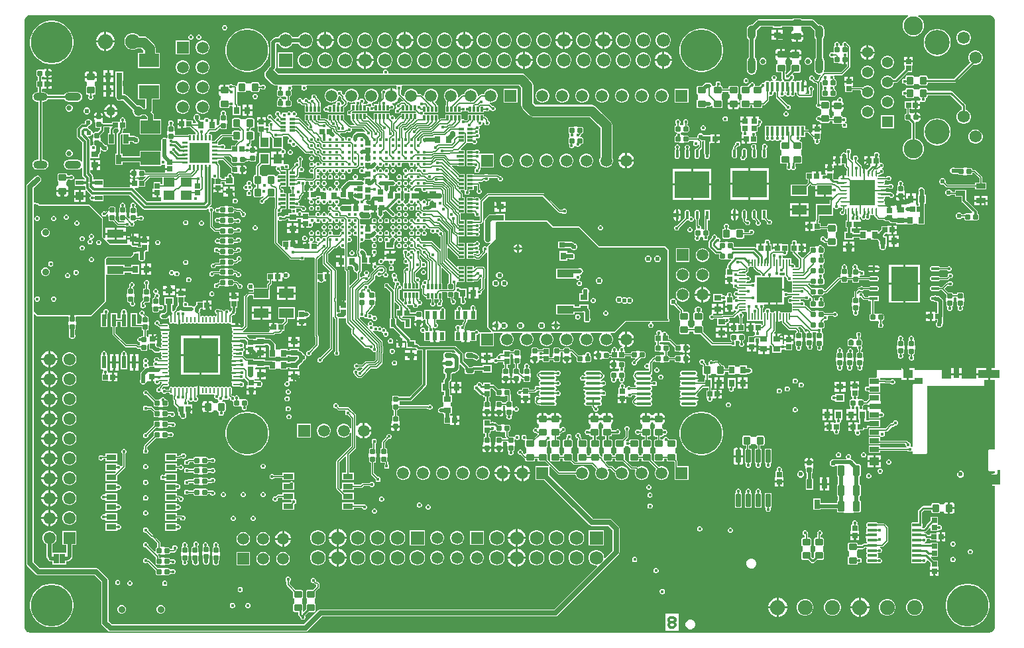
<source format=gbl>
G04*
G04 #@! TF.GenerationSoftware,Altium Limited,Altium Designer,23.10.1 (27)*
G04*
G04 Layer_Physical_Order=8*
G04 Layer_Color=16711680*
%FSLAX44Y44*%
%MOMM*%
G71*
G04*
G04 #@! TF.SameCoordinates,B86BD226-0E7F-4409-BC4F-A9AD3D2462E1*
G04*
G04*
G04 #@! TF.FilePolarity,Positive*
G04*
G01*
G75*
%ADD13C,0.2540*%
%ADD15C,0.1270*%
%ADD17C,0.3810*%
%ADD18C,0.2032*%
%ADD29R,0.6400X0.6400*%
%ADD30R,0.9500X0.7500*%
G04:AMPARAMS|DCode=39|XSize=0.6mm|YSize=0.6mm|CornerRadius=0.06mm|HoleSize=0mm|Usage=FLASHONLY|Rotation=90.000|XOffset=0mm|YOffset=0mm|HoleType=Round|Shape=RoundedRectangle|*
%AMROUNDEDRECTD39*
21,1,0.6000,0.4800,0,0,90.0*
21,1,0.4800,0.6000,0,0,90.0*
1,1,0.1200,0.2400,0.2400*
1,1,0.1200,0.2400,-0.2400*
1,1,0.1200,-0.2400,-0.2400*
1,1,0.1200,-0.2400,0.2400*
%
%ADD39ROUNDEDRECTD39*%
%ADD40R,0.7500X0.9500*%
%ADD45R,0.8000X1.0000*%
%ADD49R,0.6000X1.5500*%
G04:AMPARAMS|DCode=54|XSize=0.6mm|YSize=0.6mm|CornerRadius=0.06mm|HoleSize=0mm|Usage=FLASHONLY|Rotation=180.000|XOffset=0mm|YOffset=0mm|HoleType=Round|Shape=RoundedRectangle|*
%AMROUNDEDRECTD54*
21,1,0.6000,0.4800,0,0,180.0*
21,1,0.4800,0.6000,0,0,180.0*
1,1,0.1200,-0.2400,0.2400*
1,1,0.1200,0.2400,0.2400*
1,1,0.1200,0.2400,-0.2400*
1,1,0.1200,-0.2400,-0.2400*
%
%ADD54ROUNDEDRECTD54*%
%ADD55R,0.6350X1.2700*%
G04:AMPARAMS|DCode=58|XSize=1mm|YSize=0.9mm|CornerRadius=0.1125mm|HoleSize=0mm|Usage=FLASHONLY|Rotation=0.000|XOffset=0mm|YOffset=0mm|HoleType=Round|Shape=RoundedRectangle|*
%AMROUNDEDRECTD58*
21,1,1.0000,0.6750,0,0,0.0*
21,1,0.7750,0.9000,0,0,0.0*
1,1,0.2250,0.3875,-0.3375*
1,1,0.2250,-0.3875,-0.3375*
1,1,0.2250,-0.3875,0.3375*
1,1,0.2250,0.3875,0.3375*
%
%ADD58ROUNDEDRECTD58*%
%ADD89C,1.3900*%
%ADD98C,1.5700*%
%ADD102C,3.2000*%
%ADD103R,1.3900X1.3900*%
%ADD104C,2.4500*%
G04:AMPARAMS|DCode=105|XSize=1mm|YSize=1.8mm|CornerRadius=0.5mm|HoleSize=0mm|Usage=FLASHONLY|Rotation=180.000|XOffset=0mm|YOffset=0mm|HoleType=Round|Shape=RoundedRectangle|*
%AMROUNDEDRECTD105*
21,1,1.0000,0.8000,0,0,180.0*
21,1,0.0000,1.8000,0,0,180.0*
1,1,1.0000,0.0000,0.4000*
1,1,1.0000,0.0000,0.4000*
1,1,1.0000,0.0000,-0.4000*
1,1,1.0000,0.0000,-0.4000*
%
%ADD105ROUNDEDRECTD105*%
G04:AMPARAMS|DCode=106|XSize=1mm|YSize=2.1mm|CornerRadius=0.5mm|HoleSize=0mm|Usage=FLASHONLY|Rotation=180.000|XOffset=0mm|YOffset=0mm|HoleType=Round|Shape=RoundedRectangle|*
%AMROUNDEDRECTD106*
21,1,1.0000,1.1000,0,0,180.0*
21,1,0.0000,2.1000,0,0,180.0*
1,1,1.0000,0.0000,0.5500*
1,1,1.0000,0.0000,0.5500*
1,1,1.0000,0.0000,-0.5500*
1,1,1.0000,0.0000,-0.5500*
%
%ADD106ROUNDEDRECTD106*%
%ADD107C,0.6500*%
%ADD108C,0.9000*%
G04:AMPARAMS|DCode=111|XSize=1mm|YSize=2.1mm|CornerRadius=0.5mm|HoleSize=0mm|Usage=FLASHONLY|Rotation=270.000|XOffset=0mm|YOffset=0mm|HoleType=Round|Shape=RoundedRectangle|*
%AMROUNDEDRECTD111*
21,1,1.0000,1.1000,0,0,270.0*
21,1,0.0000,2.1000,0,0,270.0*
1,1,1.0000,-0.5500,0.0000*
1,1,1.0000,-0.5500,0.0000*
1,1,1.0000,0.5500,0.0000*
1,1,1.0000,0.5500,0.0000*
%
%ADD111ROUNDEDRECTD111*%
G04:AMPARAMS|DCode=112|XSize=1mm|YSize=1.8mm|CornerRadius=0.5mm|HoleSize=0mm|Usage=FLASHONLY|Rotation=270.000|XOffset=0mm|YOffset=0mm|HoleType=Round|Shape=RoundedRectangle|*
%AMROUNDEDRECTD112*
21,1,1.0000,0.8000,0,0,270.0*
21,1,0.0000,1.8000,0,0,270.0*
1,1,1.0000,-0.4000,0.0000*
1,1,1.0000,-0.4000,0.0000*
1,1,1.0000,0.4000,0.0000*
1,1,1.0000,0.4000,0.0000*
%
%ADD112ROUNDEDRECTD112*%
%ADD113C,0.6350*%
%ADD114C,0.1524*%
%ADD115C,0.5080*%
%ADD116C,0.3048*%
%ADD117C,1.2700*%
%ADD118C,0.3556*%
%ADD119C,5.3000*%
%ADD120C,1.7000*%
%ADD121C,1.5000*%
%ADD122C,1.9000*%
%ADD123C,1.7272*%
%ADD124C,1.2000*%
%ADD125C,1.5500*%
%ADD126C,0.6000*%
%ADD127R,1.5000X1.5000*%
%ADD128R,1.5500X1.5500*%
%ADD129R,1.7000X1.7000*%
%ADD130R,1.6764X1.6764*%
%ADD131R,1.5000X1.5000*%
%ADD132C,0.6096*%
%ADD133C,0.4064*%
%ADD134C,0.6000*%
%ADD136R,0.6000X1.0000*%
%ADD137R,0.6400X0.6400*%
G04:AMPARAMS|DCode=138|XSize=1.05mm|YSize=0.6mm|CornerRadius=0.15mm|HoleSize=0mm|Usage=FLASHONLY|Rotation=180.000|XOffset=0mm|YOffset=0mm|HoleType=Round|Shape=RoundedRectangle|*
%AMROUNDEDRECTD138*
21,1,1.0500,0.3000,0,0,180.0*
21,1,0.7500,0.6000,0,0,180.0*
1,1,0.3000,-0.3750,0.1500*
1,1,0.3000,0.3750,0.1500*
1,1,0.3000,0.3750,-0.1500*
1,1,0.3000,-0.3750,-0.1500*
%
%ADD138ROUNDEDRECTD138*%
%ADD139O,2.0000X0.3500*%
G04:AMPARAMS|DCode=140|XSize=0.4mm|YSize=1.2mm|CornerRadius=0.05mm|HoleSize=0mm|Usage=FLASHONLY|Rotation=180.000|XOffset=0mm|YOffset=0mm|HoleType=Round|Shape=RoundedRectangle|*
%AMROUNDEDRECTD140*
21,1,0.4000,1.1000,0,0,180.0*
21,1,0.3000,1.2000,0,0,180.0*
1,1,0.1000,-0.1500,0.5500*
1,1,0.1000,0.1500,0.5500*
1,1,0.1000,0.1500,-0.5500*
1,1,0.1000,-0.1500,-0.5500*
%
%ADD140ROUNDEDRECTD140*%
%ADD141R,1.2000X0.6500*%
G04:AMPARAMS|DCode=142|XSize=0.8078mm|YSize=0.2393mm|CornerRadius=0.1196mm|HoleSize=0mm|Usage=FLASHONLY|Rotation=180.000|XOffset=0mm|YOffset=0mm|HoleType=Round|Shape=RoundedRectangle|*
%AMROUNDEDRECTD142*
21,1,0.8078,0.0000,0,0,180.0*
21,1,0.5686,0.2393,0,0,180.0*
1,1,0.2393,-0.2843,0.0000*
1,1,0.2393,0.2843,0.0000*
1,1,0.2393,0.2843,0.0000*
1,1,0.2393,-0.2843,0.0000*
%
%ADD142ROUNDEDRECTD142*%
G04:AMPARAMS|DCode=143|XSize=0.2393mm|YSize=0.8078mm|CornerRadius=0.1196mm|HoleSize=0mm|Usage=FLASHONLY|Rotation=180.000|XOffset=0mm|YOffset=0mm|HoleType=Round|Shape=RoundedRectangle|*
%AMROUNDEDRECTD143*
21,1,0.2393,0.5686,0,0,180.0*
21,1,0.0000,0.8078,0,0,180.0*
1,1,0.2393,0.0000,0.2843*
1,1,0.2393,0.0000,0.2843*
1,1,0.2393,0.0000,-0.2843*
1,1,0.2393,0.0000,-0.2843*
%
%ADD143ROUNDEDRECTD143*%
%ADD144R,1.9000X1.2000*%
%ADD145R,3.2000X3.2000*%
%ADD146R,4.4000X3.5000*%
G04:AMPARAMS|DCode=147|XSize=1.0611mm|YSize=0.3925mm|CornerRadius=0.1962mm|HoleSize=0mm|Usage=FLASHONLY|Rotation=90.000|XOffset=0mm|YOffset=0mm|HoleType=Round|Shape=RoundedRectangle|*
%AMROUNDEDRECTD147*
21,1,1.0611,0.0000,0,0,90.0*
21,1,0.6686,0.3925,0,0,90.0*
1,1,0.3925,0.0000,0.3343*
1,1,0.3925,0.0000,-0.3343*
1,1,0.3925,0.0000,-0.3343*
1,1,0.3925,0.0000,0.3343*
%
%ADD147ROUNDEDRECTD147*%
%ADD148R,3.5000X4.4000*%
G04:AMPARAMS|DCode=149|XSize=1.0611mm|YSize=0.3925mm|CornerRadius=0.1962mm|HoleSize=0mm|Usage=FLASHONLY|Rotation=0.000|XOffset=0mm|YOffset=0mm|HoleType=Round|Shape=RoundedRectangle|*
%AMROUNDEDRECTD149*
21,1,1.0611,0.0000,0,0,0.0*
21,1,0.6686,0.3925,0,0,0.0*
1,1,0.3925,0.3343,0.0000*
1,1,0.3925,-0.3343,0.0000*
1,1,0.3925,-0.3343,0.0000*
1,1,0.3925,0.3343,0.0000*
%
%ADD149ROUNDEDRECTD149*%
%ADD150R,2.8000X1.0000*%
%ADD151R,1.2000X1.0000*%
%ADD152R,3.2000X3.2000*%
%ADD153R,0.2000X0.8500*%
%ADD154R,0.9500X0.8000*%
%ADD155C,1.1447*%
%ADD156R,1.2000X0.7000*%
G04:AMPARAMS|DCode=157|XSize=1mm|YSize=0.9mm|CornerRadius=0.1125mm|HoleSize=0mm|Usage=FLASHONLY|Rotation=270.000|XOffset=0mm|YOffset=0mm|HoleType=Round|Shape=RoundedRectangle|*
%AMROUNDEDRECTD157*
21,1,1.0000,0.6750,0,0,270.0*
21,1,0.7750,0.9000,0,0,270.0*
1,1,0.2250,-0.3375,-0.3875*
1,1,0.2250,-0.3375,0.3875*
1,1,0.2250,0.3375,0.3875*
1,1,0.2250,0.3375,-0.3875*
%
%ADD157ROUNDEDRECTD157*%
G04:AMPARAMS|DCode=158|XSize=0.4mm|YSize=1.2mm|CornerRadius=0.05mm|HoleSize=0mm|Usage=FLASHONLY|Rotation=90.000|XOffset=0mm|YOffset=0mm|HoleType=Round|Shape=RoundedRectangle|*
%AMROUNDEDRECTD158*
21,1,0.4000,1.1000,0,0,90.0*
21,1,0.3000,1.2000,0,0,90.0*
1,1,0.1000,0.5500,0.1500*
1,1,0.1000,0.5500,-0.1500*
1,1,0.1000,-0.5500,-0.1500*
1,1,0.1000,-0.5500,0.1500*
%
%ADD158ROUNDEDRECTD158*%
%ADD159R,0.6500X1.2000*%
%ADD160R,2.1500X1.0000*%
G04:AMPARAMS|DCode=161|XSize=0.65mm|YSize=1.65mm|CornerRadius=0.0488mm|HoleSize=0mm|Usage=FLASHONLY|Rotation=0.000|XOffset=0mm|YOffset=0mm|HoleType=Round|Shape=RoundedRectangle|*
%AMROUNDEDRECTD161*
21,1,0.6500,1.5525,0,0,0.0*
21,1,0.5525,1.6500,0,0,0.0*
1,1,0.0975,0.2763,-0.7763*
1,1,0.0975,-0.2763,-0.7763*
1,1,0.0975,-0.2763,0.7763*
1,1,0.0975,0.2763,0.7763*
%
%ADD161ROUNDEDRECTD161*%
%ADD162R,1.1000X1.3000*%
%ADD163R,2.5000X2.5000*%
%ADD164R,1.4000X1.2000*%
%ADD165R,1.0000X1.0000*%
%ADD166O,0.7500X0.2500*%
%ADD167R,4.5000X4.5000*%
%ADD168O,0.2500X0.7500*%
%ADD169R,0.6500X0.3000*%
%ADD170R,0.3000X0.6500*%
%ADD171R,0.6400X0.9200*%
%ADD172R,2.1500X3.2500*%
%ADD173R,0.3925X1.0611*%
%ADD174R,1.0611X0.3925*%
%ADD175R,0.8078X0.2393*%
%ADD176C,0.2520*%
%ADD177R,1.2700X0.7600*%
%ADD178R,0.8500X0.2000*%
%ADD179R,2.5000X1.7000*%
%ADD180R,1.0000X0.6000*%
G04:AMPARAMS|DCode=181|XSize=1.3mm|YSize=0.8mm|CornerRadius=0.1mm|HoleSize=0mm|Usage=FLASHONLY|Rotation=90.000|XOffset=0mm|YOffset=0mm|HoleType=Round|Shape=RoundedRectangle|*
%AMROUNDEDRECTD181*
21,1,1.3000,0.6000,0,0,90.0*
21,1,1.1000,0.8000,0,0,90.0*
1,1,0.2000,0.3000,0.5500*
1,1,0.2000,0.3000,-0.5500*
1,1,0.2000,-0.3000,-0.5500*
1,1,0.2000,-0.3000,0.5500*
%
%ADD181ROUNDEDRECTD181*%
%ADD182R,0.9200X0.6400*%
%ADD183C,0.5000*%
G36*
X1659494Y1074532D02*
X1660862Y1073965D01*
X1662094Y1073142D01*
X1663142Y1072094D01*
X1663965Y1070862D01*
X1664532Y1069494D01*
X1664821Y1068041D01*
Y1067300D01*
Y623386D01*
X1658620D01*
Y615846D01*
Y608307D01*
X1664821D01*
Y519721D01*
X1657850D01*
X1656878Y519319D01*
X1656475Y518346D01*
Y492846D01*
X1656878Y491874D01*
X1657850Y491472D01*
X1664821D01*
Y488969D01*
X1663903D01*
X1661801Y488406D01*
X1659966Y487346D01*
X1666350D01*
X1667850Y488846D01*
Y492846D01*
X1671350D01*
Y474346D01*
X1659664D01*
X1659917Y474093D01*
X1661801Y473005D01*
X1663903Y472442D01*
X1664821D01*
Y292700D01*
Y291959D01*
X1664532Y290506D01*
X1663965Y289138D01*
X1663142Y287906D01*
X1662094Y286858D01*
X1660862Y286035D01*
X1659494Y285468D01*
X1658041Y285179D01*
X431959D01*
X430506Y285468D01*
X429138Y286035D01*
X427906Y286858D01*
X426858Y287906D01*
X426035Y289138D01*
X425468Y290506D01*
X425179Y291959D01*
Y292700D01*
Y1067300D01*
Y1068041D01*
X425468Y1069494D01*
X426035Y1070862D01*
X426858Y1072094D01*
X427906Y1073142D01*
X429138Y1073965D01*
X430506Y1074532D01*
X431959Y1074821D01*
X1554019D01*
X1554359Y1073551D01*
X1552399Y1072419D01*
X1549881Y1069901D01*
X1548101Y1066818D01*
X1547180Y1063380D01*
Y1059820D01*
X1548101Y1056382D01*
X1549881Y1053298D01*
X1552399Y1050781D01*
X1555482Y1049001D01*
X1558920Y1048080D01*
X1562480D01*
X1565918Y1049001D01*
X1569001Y1050781D01*
X1571519Y1053298D01*
X1573299Y1056382D01*
X1574220Y1059820D01*
Y1063380D01*
X1573299Y1066818D01*
X1571519Y1069901D01*
X1569001Y1072419D01*
X1567041Y1073551D01*
X1567381Y1074821D01*
X1658041D01*
X1659494Y1074532D01*
D02*
G37*
%LPC*%
G36*
X1416115Y1070957D02*
X1408365D01*
X1407431Y1070771D01*
X1406638Y1070242D01*
X1406164Y1069532D01*
X1363738D01*
X1362003Y1069187D01*
X1360533Y1068205D01*
X1360533Y1068205D01*
X1355110Y1062782D01*
X1354300Y1062943D01*
X1351854Y1062456D01*
X1349780Y1061070D01*
X1348394Y1058996D01*
X1347907Y1056550D01*
Y1048550D01*
X1348394Y1046104D01*
X1349780Y1044030D01*
X1350456Y1043577D01*
Y1021223D01*
X1349780Y1020770D01*
X1348394Y1018697D01*
X1347907Y1016250D01*
Y1005250D01*
X1348394Y1002804D01*
X1349780Y1000730D01*
X1351854Y999344D01*
X1354300Y998857D01*
X1356746Y999344D01*
X1358820Y1000730D01*
X1360206Y1002804D01*
X1360693Y1005250D01*
Y1016250D01*
X1360206Y1018697D01*
X1358820Y1020770D01*
X1358144Y1021223D01*
Y1043577D01*
X1358820Y1044030D01*
X1360206Y1046104D01*
X1360693Y1048550D01*
Y1055546D01*
X1365615Y1060468D01*
X1380820D01*
Y1058620D01*
X1392860D01*
Y1060468D01*
X1406351D01*
X1406638Y1060038D01*
X1407240Y1059636D01*
Y1055028D01*
X1406935Y1054967D01*
X1405723Y1054157D01*
X1404913Y1052945D01*
X1404628Y1051515D01*
Y1049410D01*
X1412240D01*
X1419852D01*
Y1051515D01*
X1419567Y1052945D01*
X1418757Y1054157D01*
X1417545Y1054967D01*
X1417240Y1055028D01*
Y1059636D01*
X1417842Y1060038D01*
X1418129Y1060468D01*
X1429385D01*
X1434307Y1055546D01*
Y1048550D01*
X1434794Y1046104D01*
X1436168Y1044047D01*
Y1020753D01*
X1434794Y1018697D01*
X1434307Y1016250D01*
Y1005250D01*
X1434794Y1002804D01*
X1436180Y1000730D01*
X1438254Y999344D01*
X1440700Y998857D01*
X1441919Y999100D01*
X1442544Y997929D01*
X1440564Y995948D01*
X1440143Y995318D01*
X1439995Y994575D01*
Y993174D01*
X1438502Y991681D01*
X1438419D01*
X1438163Y991852D01*
X1437420Y992000D01*
X1435975D01*
X1434229Y993746D01*
Y994958D01*
X1433727Y996172D01*
X1432798Y997101D01*
X1431584Y997604D01*
X1430271D01*
X1429057Y997101D01*
X1428128Y996172D01*
X1427625Y994958D01*
Y993645D01*
X1428128Y992431D01*
X1429057Y991502D01*
X1430271Y991000D01*
X1431483D01*
X1433797Y988685D01*
X1434428Y988263D01*
X1435171Y988116D01*
X1436615D01*
X1437555Y987176D01*
Y962458D01*
X1436698Y961601D01*
X1436196Y960387D01*
Y959073D01*
X1436698Y957860D01*
X1437627Y956931D01*
X1438841Y956428D01*
X1440155D01*
X1440213Y956453D01*
X1440403Y956438D01*
X1441621Y955661D01*
X1441669Y955421D01*
X1442198Y954629D01*
X1442800Y954227D01*
Y948234D01*
X1442198Y947832D01*
X1441669Y947040D01*
X1441621Y946800D01*
X1440403Y946023D01*
X1440213Y946008D01*
X1440155Y946033D01*
X1438841D01*
X1437627Y945530D01*
X1436698Y944601D01*
X1436196Y943388D01*
Y942074D01*
X1436698Y940860D01*
X1437627Y939931D01*
X1438841Y939429D01*
X1440155D01*
X1440213Y939453D01*
X1440429Y939436D01*
X1441585Y938845D01*
X1441669Y938421D01*
X1442198Y937629D01*
X1442991Y937100D01*
X1443925Y936914D01*
X1451675D01*
X1452610Y937100D01*
X1453402Y937629D01*
X1453931Y938421D01*
X1454117Y939355D01*
Y939518D01*
X1457502D01*
Y938085D01*
X1457688Y937151D01*
X1458217Y936358D01*
X1459009Y935829D01*
X1459944Y935643D01*
X1467694D01*
X1468628Y935829D01*
X1468821Y935958D01*
X1469847Y935116D01*
X1469640Y934617D01*
Y933303D01*
X1470143Y932090D01*
X1471072Y931161D01*
X1472286Y930658D01*
X1473599D01*
X1474813Y931161D01*
X1475742Y932090D01*
X1476244Y933303D01*
Y934617D01*
X1475742Y935831D01*
X1474813Y936759D01*
X1473766Y937193D01*
X1473616Y937778D01*
X1473640Y938515D01*
X1473991Y938661D01*
X1474920Y939590D01*
X1475423Y940803D01*
Y942117D01*
X1474920Y943331D01*
X1473991Y944259D01*
X1472778Y944762D01*
X1471464D01*
X1471405Y944738D01*
X1471216Y944752D01*
X1469997Y945529D01*
X1469950Y945770D01*
X1469420Y946562D01*
X1468819Y946964D01*
Y951572D01*
X1469124Y951633D01*
X1470336Y952443D01*
X1471146Y953655D01*
X1471430Y955085D01*
Y957190D01*
X1456207D01*
Y955085D01*
X1456491Y953655D01*
X1457301Y952443D01*
X1458513Y951633D01*
X1458819Y951572D01*
Y946964D01*
X1458217Y946562D01*
X1457688Y945770D01*
X1457502Y944835D01*
Y943402D01*
X1454117D01*
Y946105D01*
X1453931Y947040D01*
X1453402Y947832D01*
X1452800Y948234D01*
Y954227D01*
X1453402Y954629D01*
X1453931Y955421D01*
X1454117Y956356D01*
Y963105D01*
X1453931Y964040D01*
X1453402Y964832D01*
X1452610Y965361D01*
X1451675Y965547D01*
X1443925D01*
X1442991Y965361D01*
X1442710Y965174D01*
X1441440Y965809D01*
Y987980D01*
X1441292Y988724D01*
X1441190Y988876D01*
X1442303Y989989D01*
X1443573Y989463D01*
Y986248D01*
X1443719Y985519D01*
X1444132Y984900D01*
X1444444Y984692D01*
X1444812Y984023D01*
X1444926Y983157D01*
X1444578Y982319D01*
Y981005D01*
X1444664Y980799D01*
X1444748Y979552D01*
X1444132Y979108D01*
X1443719Y978490D01*
X1443573Y977760D01*
Y972960D01*
X1443719Y972230D01*
X1444132Y971612D01*
X1444750Y971199D01*
X1445480Y971053D01*
X1450187D01*
X1450880Y970360D01*
X1454880D01*
X1455573Y971053D01*
X1460280D01*
X1461010Y971199D01*
X1461628Y971612D01*
X1462041Y972230D01*
X1462187Y972960D01*
Y977760D01*
X1462041Y978490D01*
X1461628Y979108D01*
X1461010Y979521D01*
X1460555Y979612D01*
X1460068Y980485D01*
X1459955Y980921D01*
Y982235D01*
X1459608Y983072D01*
X1460218Y984342D01*
X1460280D01*
X1461010Y984487D01*
X1461628Y984900D01*
X1462041Y985519D01*
X1462187Y986248D01*
Y991049D01*
X1462041Y991778D01*
X1461628Y992397D01*
X1461010Y992810D01*
X1460484Y992915D01*
X1460083Y993643D01*
X1459917Y994225D01*
X1459945Y994294D01*
Y995607D01*
X1459443Y996821D01*
X1460002Y998058D01*
X1469000D01*
X1469743Y998205D01*
X1470373Y998627D01*
X1479398Y1007652D01*
X1479819Y1008282D01*
X1479967Y1009025D01*
Y1034239D01*
X1479819Y1034982D01*
X1479398Y1035612D01*
X1476629Y1038381D01*
X1476239Y1038642D01*
X1475920Y1039413D01*
X1474991Y1040342D01*
X1473777Y1040844D01*
X1472463D01*
X1471250Y1040342D01*
X1470321Y1039413D01*
X1469818Y1038199D01*
Y1036886D01*
X1469387Y1036240D01*
X1466854D01*
X1466422Y1036886D01*
Y1038199D01*
X1465920Y1039413D01*
X1464991Y1040342D01*
X1463777Y1040844D01*
X1462463D01*
X1461250Y1040342D01*
X1460321Y1039413D01*
X1459818Y1038199D01*
Y1036885D01*
X1459904Y1036679D01*
X1459988Y1035432D01*
X1459372Y1034988D01*
X1458958Y1034370D01*
X1458813Y1033640D01*
Y1028840D01*
X1458930Y1028255D01*
X1458580Y1027780D01*
X1457994Y1027268D01*
X1457300Y1027555D01*
X1455986D01*
X1454773Y1027053D01*
X1453844Y1026124D01*
X1453341Y1024910D01*
Y1023597D01*
X1453844Y1022383D01*
X1454773Y1021454D01*
X1455986Y1020952D01*
X1457300D01*
X1457668Y1021104D01*
X1458464Y1020581D01*
X1458813Y1020204D01*
Y1015552D01*
X1458958Y1014822D01*
X1459372Y1014203D01*
X1459990Y1013790D01*
X1460720Y1013645D01*
X1465427D01*
X1466120Y1012952D01*
X1468959D01*
X1469495Y1012594D01*
X1470720Y1012350D01*
X1471850D01*
Y1017952D01*
X1474390D01*
Y1012350D01*
X1475520D01*
X1476083Y1011888D01*
Y1009829D01*
X1468195Y1001942D01*
X1447558D01*
X1447127Y1002333D01*
X1446665Y1003099D01*
X1447093Y1005250D01*
Y1016250D01*
X1446606Y1018697D01*
X1445232Y1020753D01*
Y1044047D01*
X1446606Y1046104D01*
X1447093Y1048550D01*
Y1056550D01*
X1446606Y1058996D01*
X1445220Y1061070D01*
X1443146Y1062456D01*
X1440700Y1062943D01*
X1439890Y1062782D01*
X1434467Y1068205D01*
X1432997Y1069187D01*
X1431262Y1069532D01*
X1418316D01*
X1417842Y1070242D01*
X1417050Y1070771D01*
X1416115Y1070957D01*
D02*
G37*
G36*
X681657Y1062302D02*
X680343D01*
X679130Y1061799D01*
X678201Y1060870D01*
X677698Y1059657D01*
Y1058343D01*
X678201Y1057130D01*
X679130Y1056201D01*
X680343Y1055698D01*
X681657D01*
X682870Y1056201D01*
X683799Y1057130D01*
X684302Y1058343D01*
Y1059657D01*
X683799Y1060870D01*
X682870Y1061799D01*
X681657Y1062302D01*
D02*
G37*
G36*
X1394130Y1055930D02*
X1388110D01*
Y1050910D01*
X1394130D01*
Y1055930D01*
D02*
G37*
G36*
X1385570D02*
X1379550D01*
Y1050910D01*
X1385570D01*
Y1055930D01*
D02*
G37*
G36*
X785386Y1052470D02*
X782814D01*
X780329Y1051804D01*
X778101Y1050518D01*
X776282Y1048699D01*
X775061Y1046585D01*
X767739D01*
X766518Y1048699D01*
X764699Y1050518D01*
X762471Y1051804D01*
X759986Y1052470D01*
X757414D01*
X754929Y1051804D01*
X752701Y1050518D01*
X750882Y1048699D01*
X749661Y1046585D01*
X745926D01*
X744439Y1046289D01*
X743179Y1045447D01*
X740203Y1042471D01*
X739361Y1041211D01*
X739065Y1039724D01*
Y1009989D01*
X737132Y1008056D01*
X736290Y1006796D01*
X736163Y1006155D01*
X735842Y1006022D01*
X734250Y1004801D01*
X733029Y1003209D01*
X732261Y1001356D01*
X731999Y999367D01*
X732261Y997377D01*
X733029Y995524D01*
X734250Y993932D01*
X741117Y987065D01*
X741117Y987065D01*
X742709Y985844D01*
X744562Y985076D01*
X746551Y984814D01*
X746552Y984814D01*
X748606D01*
X749133Y983544D01*
X749121Y983533D01*
X748618Y982319D01*
Y981005D01*
X748704Y980799D01*
X748788Y979552D01*
X748172Y979108D01*
X747758Y978490D01*
X747613Y977760D01*
Y972960D01*
X747758Y972230D01*
X748172Y971612D01*
X748790Y971199D01*
X749520Y971053D01*
X754227D01*
X754920Y970360D01*
X758920D01*
X759589Y970083D01*
Y967349D01*
X758920Y967072D01*
X755193D01*
X754720Y968213D01*
X753791Y969142D01*
X752577Y969645D01*
X751263D01*
X750050Y969142D01*
X749121Y968213D01*
X748618Y967000D01*
Y966118D01*
X748172Y965820D01*
X747758Y965201D01*
X747613Y964472D01*
Y959671D01*
X747758Y958942D01*
X748172Y958323D01*
X748790Y957910D01*
X749520Y957765D01*
X754227D01*
X754920Y957072D01*
X758920D01*
X759613Y957765D01*
X764320D01*
X765050Y957910D01*
X765668Y958323D01*
X766081Y958942D01*
X766227Y959671D01*
Y964472D01*
X766081Y965201D01*
X765668Y965820D01*
X765050Y966233D01*
X764320Y966378D01*
X764251D01*
Y971053D01*
X764320D01*
X765050Y971199D01*
X765668Y971612D01*
X766081Y972230D01*
X766227Y972960D01*
Y977760D01*
X766081Y978490D01*
X765739Y979002D01*
X766577Y979840D01*
X767080Y981053D01*
Y982367D01*
X766577Y983580D01*
X767140Y984814D01*
X778958D01*
X779521Y983580D01*
X779018Y982367D01*
Y981053D01*
X779521Y979840D01*
X780450Y978911D01*
X781663Y978408D01*
X782977D01*
X784190Y978911D01*
X785119Y979840D01*
X785622Y981053D01*
Y982367D01*
X785119Y983580D01*
X785682Y984814D01*
X900391D01*
X900685Y984453D01*
X901081Y983544D01*
X900694Y982611D01*
Y981297D01*
X901003Y980552D01*
X899926Y979833D01*
X899925Y979834D01*
X897635Y981156D01*
X895082Y981840D01*
X895030D01*
Y971800D01*
X892490D01*
Y981840D01*
X892438D01*
X889885Y981156D01*
X887595Y979834D01*
X886605Y978844D01*
X885985Y979463D01*
X884772Y979966D01*
X883458D01*
X882245Y979463D01*
X881316Y978534D01*
X880813Y977321D01*
Y976007D01*
X881316Y974793D01*
X881792Y974317D01*
Y968584D01*
X878095Y964888D01*
X877674Y964258D01*
X877526Y963514D01*
Y961175D01*
X871699D01*
Y959818D01*
X870715Y958835D01*
X869850Y958925D01*
X869467Y959400D01*
X869442Y959463D01*
Y960777D01*
X869035Y961760D01*
X869361Y962623D01*
X869658Y963068D01*
X871745Y963628D01*
X873745Y964782D01*
X875378Y966415D01*
X876532Y968415D01*
X877130Y970645D01*
Y972955D01*
X876532Y975185D01*
X875378Y977185D01*
X873745Y978818D01*
X871745Y979972D01*
X869515Y980570D01*
X867205D01*
X864975Y979972D01*
X862975Y978818D01*
X861342Y977185D01*
X860188Y975185D01*
X859590Y972955D01*
Y970645D01*
X860188Y968415D01*
X861342Y966415D01*
X862975Y964782D01*
X864008Y964186D01*
X864097Y963757D01*
X864047Y962697D01*
X863366Y962016D01*
X862857Y961915D01*
X862227Y961493D01*
X862226Y961493D01*
X862073Y961339D01*
X860992D01*
X860249Y961191D01*
X860224Y961175D01*
X858210D01*
X857906Y962210D01*
X857895Y962445D01*
X858779Y963330D01*
X859282Y964543D01*
Y965857D01*
X858779Y967070D01*
X857850Y967999D01*
X856637Y968502D01*
X855323D01*
X854110Y967999D01*
X853181Y967070D01*
X853037Y966723D01*
X851557Y965962D01*
X851183D01*
X850449Y967232D01*
X851132Y968415D01*
X851730Y970645D01*
Y972955D01*
X851132Y975185D01*
X849978Y977185D01*
X848345Y978818D01*
X846345Y979972D01*
X844115Y980570D01*
X841805D01*
X839575Y979972D01*
X837575Y978818D01*
X835942Y977185D01*
X834788Y975185D01*
X834264Y973231D01*
X833473Y972856D01*
X832920Y972779D01*
X831144Y974555D01*
Y975767D01*
X830642Y976981D01*
X829713Y977909D01*
X828499Y978412D01*
X827186D01*
X825972Y977909D01*
X825752Y977690D01*
X824694Y977235D01*
X824083Y977680D01*
X822945Y978818D01*
X820945Y979972D01*
X818715Y980570D01*
X816405D01*
X814175Y979972D01*
X812175Y978818D01*
X810542Y977185D01*
X809388Y975185D01*
X808790Y972955D01*
Y970645D01*
X809388Y968415D01*
X810542Y966415D01*
X812175Y964782D01*
X814175Y963628D01*
X816405Y963030D01*
X818715D01*
X820945Y963628D01*
X822945Y964782D01*
X824578Y966415D01*
X825732Y968415D01*
X826330Y970645D01*
Y971236D01*
X827186Y971808D01*
X828398D01*
X830076Y970129D01*
Y967880D01*
X830224Y967136D01*
X830645Y966506D01*
X833718Y963434D01*
Y961886D01*
X832595Y960764D01*
X831994Y960645D01*
X831364Y960223D01*
X831364Y960223D01*
X830735Y960325D01*
X829696Y961109D01*
Y962423D01*
X829193Y963636D01*
X828265Y964565D01*
X827051Y965068D01*
X825737D01*
X824524Y964565D01*
X823595Y963636D01*
X823092Y962423D01*
X821822Y961603D01*
X821443Y961760D01*
X820129D01*
X818915Y961257D01*
X817987Y960328D01*
X817668Y959560D01*
X812907D01*
Y958464D01*
X811637Y957615D01*
X811340Y957738D01*
X810026D01*
X808812Y957236D01*
X807883Y956307D01*
X807381Y955093D01*
Y953780D01*
X807883Y952566D01*
X808812Y951637D01*
X810026Y951134D01*
X811340D01*
X811637Y951258D01*
X812907Y950520D01*
Y950520D01*
X823447D01*
Y950520D01*
X833447D01*
Y956813D01*
X833570Y956936D01*
X834172Y957056D01*
X834802Y957477D01*
X837033Y959708D01*
X837455Y960339D01*
X837602Y961082D01*
Y963300D01*
X838872Y964033D01*
X839575Y963628D01*
X841805Y963030D01*
X844115D01*
X846345Y963628D01*
X846425Y963674D01*
X846625Y963613D01*
X847598Y962885D01*
Y962003D01*
X847045Y961175D01*
X842230D01*
Y954882D01*
X840676Y953328D01*
X839966D01*
X838753Y952825D01*
X837824Y951896D01*
X837321Y950683D01*
Y949369D01*
X837824Y948155D01*
X838753Y947226D01*
X839966Y946724D01*
X841280D01*
X842230Y946089D01*
Y940635D01*
X843058D01*
Y940000D01*
X843205Y939257D01*
X843626Y938626D01*
X846957Y935296D01*
X846471Y934122D01*
X842270D01*
X841632Y934249D01*
X840965D01*
X833447Y941767D01*
Y948060D01*
X812907D01*
Y942146D01*
X811637Y941772D01*
X811204Y942061D01*
X811062Y942090D01*
X810853Y942298D01*
X810223Y942719D01*
X809480Y942867D01*
X804159D01*
Y948060D01*
X783619D01*
Y939020D01*
X786042D01*
Y938237D01*
X786189Y937494D01*
X786610Y936863D01*
X788629Y934845D01*
Y934751D01*
X788746Y934162D01*
X788362Y933778D01*
X788328Y933696D01*
X787082Y933448D01*
X776977Y943553D01*
X776347Y943975D01*
X775603Y944122D01*
X772562D01*
X771708Y945392D01*
X771776Y946176D01*
X772419Y946820D01*
X772922Y948033D01*
Y949347D01*
X772419Y950560D01*
X771490Y951489D01*
X770277Y951992D01*
X768963D01*
X767750Y951489D01*
X767261Y951001D01*
X766445Y950699D01*
X765629Y951001D01*
X765140Y951489D01*
X763927Y951992D01*
X762613D01*
X761400Y951489D01*
X760471Y950560D01*
X760405Y950401D01*
X758907Y950103D01*
X758790Y950219D01*
X757577Y950722D01*
X756263D01*
X755050Y950219D01*
X754121Y949290D01*
X753618Y948077D01*
Y947682D01*
X752348Y947191D01*
X752015Y947558D01*
X752280Y948199D01*
Y949513D01*
X751778Y950727D01*
X750849Y951656D01*
X749635Y952158D01*
X748322D01*
X747108Y951656D01*
X746179Y950727D01*
X745676Y949513D01*
Y948199D01*
X746179Y946986D01*
X747108Y946057D01*
X747737Y945796D01*
X747758Y945764D01*
X747457Y944369D01*
X747326Y944211D01*
X747090Y944113D01*
X746161Y943184D01*
X745848Y942427D01*
X744485Y941993D01*
X741900Y944578D01*
Y945291D01*
X741398Y946505D01*
X740469Y947434D01*
X739255Y947936D01*
X737942D01*
X736728Y947434D01*
X735799Y946505D01*
X735296Y945291D01*
Y943978D01*
X735799Y942764D01*
X736728Y941835D01*
X737942Y941332D01*
X739255D01*
X739536Y941449D01*
X741335Y939650D01*
X741140Y939084D01*
X740712Y938477D01*
X739618D01*
X738404Y937974D01*
X737475Y937045D01*
X736973Y935832D01*
Y934518D01*
X737475Y933305D01*
X737582Y933197D01*
X737507Y932822D01*
X736075Y932129D01*
X735657Y932302D01*
X734779D01*
X734167Y932631D01*
X733740Y933427D01*
Y937330D01*
X722260D01*
Y932860D01*
X723530D01*
Y924930D01*
X725669D01*
Y919970D01*
X725390D01*
Y904430D01*
X738930D01*
Y918685D01*
X739517Y918879D01*
X740200Y918896D01*
X740535Y918395D01*
X741890Y917040D01*
Y904430D01*
X753373D01*
X753570Y904064D01*
X753763Y903160D01*
X753025Y902422D01*
X752522Y901209D01*
Y900240D01*
X749930D01*
Y892470D01*
X756700D01*
Y897340D01*
X757695Y897753D01*
X758624Y898681D01*
X759126Y899895D01*
Y901209D01*
X758624Y902422D01*
X757695Y903351D01*
X756481Y903854D01*
X756461D01*
X755430Y904430D01*
X755430Y905124D01*
Y919886D01*
X755725Y920083D01*
X761540D01*
X763469Y918155D01*
X763119Y916708D01*
X762566Y916479D01*
X761637Y915550D01*
X761134Y914336D01*
Y913023D01*
X761637Y911809D01*
X762566Y910880D01*
X763780Y910377D01*
X764764D01*
X765131Y910331D01*
X765937Y909352D01*
Y908917D01*
X766440Y907704D01*
X767369Y906775D01*
X768582Y906272D01*
X769896D01*
X771109Y906775D01*
X772038Y907704D01*
X772063Y907764D01*
X773561Y908062D01*
X783271Y898352D01*
X784028Y897847D01*
X784920Y897669D01*
X789661D01*
X790130Y897201D01*
X791343Y896698D01*
X792657D01*
X793870Y897201D01*
X794567Y897132D01*
X794595Y897090D01*
X797012Y894674D01*
X797012Y894674D01*
X797642Y894253D01*
X798385Y894105D01*
X800716D01*
X802003Y892818D01*
Y890487D01*
X802150Y889744D01*
X802571Y889114D01*
X804610Y887076D01*
X805201Y885870D01*
X804698Y884657D01*
Y883343D01*
X804242Y883211D01*
X803302Y884247D01*
Y884657D01*
X802799Y885870D01*
X801870Y886799D01*
X800657Y887302D01*
X799343D01*
X798130Y886799D01*
X797201Y885870D01*
X796788Y884874D01*
X796700Y884858D01*
X795606Y884858D01*
X795518Y884874D01*
X795105Y885870D01*
X794176Y886799D01*
X792963Y887302D01*
X791649D01*
X790436Y886799D01*
X789507Y885870D01*
X789004Y884657D01*
Y883343D01*
X789507Y882130D01*
X790436Y881201D01*
X791649Y880698D01*
X792963D01*
X794176Y881201D01*
X795105Y882130D01*
X795422Y882895D01*
X796691Y882932D01*
X796982Y882406D01*
X797138Y882001D01*
X796610Y880924D01*
X794648Y878962D01*
X794586Y878870D01*
X793870Y878799D01*
X792657Y879302D01*
X791343D01*
X790130Y878799D01*
X789201Y877870D01*
X788698Y876657D01*
Y875343D01*
X789201Y874130D01*
X790130Y873201D01*
X791343Y872698D01*
X792657D01*
X792809Y872761D01*
X794079Y871912D01*
Y867258D01*
X792826Y866005D01*
X785077D01*
X784535Y866367D01*
X783792Y866515D01*
X774684D01*
X774158Y867785D01*
X775503Y869130D01*
X775503Y869130D01*
X775924Y869760D01*
X776072Y870503D01*
Y873889D01*
X777293Y874465D01*
X778506Y873962D01*
X779820D01*
X781034Y874465D01*
X781963Y875394D01*
X782465Y876607D01*
Y877921D01*
X781963Y879134D01*
X781034Y880063D01*
X780164Y880424D01*
X779750Y880728D01*
X779271Y881836D01*
X779287Y881920D01*
Y888295D01*
X779444Y888360D01*
X780373Y889289D01*
X780876Y890502D01*
Y891816D01*
X780373Y893029D01*
X779444Y893958D01*
X778231Y894461D01*
X776917D01*
X775704Y893958D01*
X774775Y893029D01*
X774272Y891816D01*
Y890502D01*
X774775Y889289D01*
X775403Y888661D01*
Y887297D01*
X774133Y886449D01*
X773799Y886587D01*
X772486D01*
X771272Y886084D01*
X770343Y885155D01*
X769840Y883942D01*
Y882730D01*
X765777Y878666D01*
X765356Y878036D01*
X765208Y877293D01*
Y876449D01*
X762630D01*
Y865909D01*
Y855909D01*
X764457D01*
X765305Y854639D01*
X765175Y854324D01*
Y853010D01*
X765678Y851796D01*
X766535Y850939D01*
Y847160D01*
X762630D01*
Y836620D01*
Y826620D01*
X765522D01*
X766356Y825350D01*
X766167Y824894D01*
Y823581D01*
X766502Y822772D01*
X765876Y821501D01*
X761980D01*
Y819071D01*
X759079D01*
X758088Y818874D01*
X757248Y818313D01*
X756736Y817801D01*
X753922D01*
X753837Y817885D01*
X752624Y818388D01*
X751310D01*
X750097Y817885D01*
X749845Y817634D01*
X748575Y818160D01*
Y821430D01*
X749845Y822279D01*
X750040Y822198D01*
X751354D01*
X752567Y822701D01*
X753496Y823630D01*
X753999Y824843D01*
Y826157D01*
X755172Y826620D01*
X760170D01*
Y837160D01*
X760170D01*
Y847160D01*
X757243D01*
X757195Y847180D01*
X757084Y847286D01*
X756552Y848638D01*
X756560Y848713D01*
X756786Y849259D01*
Y850573D01*
X756283Y851786D01*
X755354Y852715D01*
X754141Y853218D01*
X753685D01*
X753181Y853721D01*
Y855213D01*
X753877Y855909D01*
X760170D01*
Y866449D01*
X760170D01*
Y876449D01*
X753877D01*
X752827Y877498D01*
X753055Y878051D01*
Y879364D01*
X752553Y880578D01*
X752241Y880890D01*
X752767Y882160D01*
X755667D01*
X756717Y882054D01*
X756886Y880967D01*
Y880723D01*
X757389Y879510D01*
X758318Y878581D01*
X759531Y878078D01*
X760845D01*
X762059Y878581D01*
X762988Y879510D01*
X763490Y880723D01*
Y882037D01*
X762988Y883250D01*
X762059Y884179D01*
X760845Y884682D01*
X759531D01*
X758318Y884179D01*
X757970Y883831D01*
X756700Y884358D01*
Y889930D01*
X748660D01*
X740620D01*
Y882160D01*
X746740D01*
X747266Y880890D01*
X746954Y880578D01*
X746451Y879364D01*
Y878051D01*
X746954Y876837D01*
X747883Y875908D01*
X749097Y875405D01*
X749426D01*
X751130Y873702D01*
Y871595D01*
X750042D01*
X748828Y871093D01*
X747899Y870164D01*
X747446Y869070D01*
X747358Y869044D01*
X746131Y869171D01*
X745602Y869963D01*
X744809Y870492D01*
X743875Y870678D01*
X737125D01*
X736190Y870492D01*
X735398Y869963D01*
X734996Y869361D01*
X729004D01*
X728602Y869963D01*
X727810Y870492D01*
X726875Y870678D01*
X725831D01*
Y880575D01*
X728686Y883430D01*
X738930D01*
Y898970D01*
X725390D01*
Y886726D01*
X721852Y883188D01*
X721347Y882432D01*
X721169Y881540D01*
Y870678D01*
X720125D01*
X719191Y870492D01*
X718398Y869963D01*
X717869Y869171D01*
X717683Y868236D01*
Y860486D01*
X717869Y859552D01*
X718398Y858760D01*
X719191Y858230D01*
X720125Y858045D01*
X721169D01*
Y854660D01*
X720125D01*
X719191Y854474D01*
X718398Y853944D01*
X717869Y853152D01*
X717683Y852218D01*
Y844468D01*
X717869Y843533D01*
X718398Y842741D01*
X719191Y842212D01*
X720125Y842026D01*
X726875D01*
X727810Y842212D01*
X728602Y842741D01*
X729000Y843337D01*
X730191Y843300D01*
X730700Y842073D01*
X728859Y840232D01*
X728196D01*
X726983Y839729D01*
X726054Y838800D01*
X725551Y837587D01*
Y836273D01*
X726054Y835060D01*
X726983Y834131D01*
X728196Y833628D01*
X729510D01*
X730723Y834131D01*
X731652Y835060D01*
X732155Y836273D01*
Y836936D01*
X733819Y838600D01*
X734423Y838720D01*
X735179Y839225D01*
X737979Y842026D01*
X743875D01*
X744963Y840947D01*
Y828060D01*
X744838Y827874D01*
X744691Y827131D01*
Y783701D01*
X744838Y782958D01*
X745260Y782328D01*
X764421Y763167D01*
X765051Y762746D01*
X765794Y762598D01*
X765794Y762598D01*
X776981D01*
X777838Y761741D01*
X779052Y761238D01*
X780366D01*
X781579Y761741D01*
X782508Y762670D01*
X783011Y763883D01*
Y765183D01*
X795718D01*
X796324Y763913D01*
X796220Y763758D01*
X796073Y763015D01*
Y665147D01*
X796220Y664404D01*
X796641Y663774D01*
X797058Y663357D01*
Y653755D01*
X788866Y645563D01*
X787654D01*
X786441Y645061D01*
X785512Y644132D01*
X785009Y642918D01*
Y641604D01*
X785512Y640391D01*
X786441Y639462D01*
X787654Y638959D01*
X788968D01*
X790182Y639462D01*
X791111Y640391D01*
X791613Y641604D01*
Y642816D01*
X800373Y651577D01*
X800795Y652207D01*
X800942Y652950D01*
Y664162D01*
X800942Y664162D01*
X800795Y664905D01*
X800373Y665535D01*
X800373Y665535D01*
X799957Y665952D01*
Y733673D01*
X800460Y733989D01*
X801227Y734155D01*
X801534Y733848D01*
X802794Y733006D01*
X804281Y732710D01*
X805767Y733006D01*
X807028Y733848D01*
X807577Y734670D01*
X811050D01*
Y740410D01*
Y746150D01*
X806580D01*
Y744880D01*
X799957D01*
Y762210D01*
X805344Y767598D01*
X806518Y767112D01*
Y756965D01*
X806665Y756222D01*
X807087Y755592D01*
X815258Y747420D01*
X814941Y746150D01*
X813590D01*
Y740410D01*
Y734670D01*
X815483D01*
Y649320D01*
X803195Y637032D01*
X801983D01*
X800770Y636529D01*
X799841Y635600D01*
X799338Y634387D01*
Y633073D01*
X799841Y631860D01*
X800770Y630931D01*
X801983Y630428D01*
X803297D01*
X804510Y630931D01*
X805439Y631860D01*
X805942Y633073D01*
Y634285D01*
X818799Y647142D01*
X819220Y647772D01*
X819367Y648515D01*
X819367Y648515D01*
Y688702D01*
X820637Y688828D01*
X820729Y688367D01*
X821150Y687737D01*
X822415Y686472D01*
Y645347D01*
X821558Y644490D01*
X821055Y643277D01*
Y641963D01*
X821558Y640750D01*
X822487Y639821D01*
X823700Y639318D01*
X825014D01*
X826227Y639821D01*
X827156Y640750D01*
X827659Y641963D01*
Y643277D01*
X827156Y644490D01*
X826299Y645347D01*
Y686518D01*
X826969Y687067D01*
X833000D01*
X834487Y687363D01*
X834988Y687697D01*
X836258Y687019D01*
Y681990D01*
X836405Y681247D01*
X836827Y680617D01*
X843589Y673854D01*
X843269Y673374D01*
X843121Y672631D01*
Y667369D01*
X843269Y666626D01*
X843690Y665996D01*
X859964Y649722D01*
X860594Y649301D01*
X861337Y649153D01*
X865662D01*
X865711Y649033D01*
X866640Y648104D01*
X867854Y647601D01*
X868143D01*
X869241Y646755D01*
X869377Y646428D01*
X869744Y645541D01*
X870673Y644613D01*
X871887Y644110D01*
X873200D01*
X873978Y643590D01*
Y634282D01*
X871776Y632080D01*
X861278D01*
X860535Y631932D01*
X859904Y631511D01*
X856537Y628144D01*
X852097D01*
X851204Y629036D01*
X849990Y629539D01*
X848677D01*
X847463Y629036D01*
X846534Y628107D01*
X846032Y626894D01*
Y625580D01*
X846534Y624367D01*
X847463Y623438D01*
X848677Y622935D01*
X849990D01*
X851204Y623438D01*
X852026Y624259D01*
X856501D01*
X857027Y622989D01*
X854161Y620124D01*
X852949D01*
X852736Y620036D01*
X851285Y620220D01*
X850356Y621149D01*
X849143Y621651D01*
X847829D01*
X846616Y621149D01*
X845687Y620220D01*
X845184Y619006D01*
Y617693D01*
X845687Y616479D01*
X846616Y615550D01*
X847182Y615315D01*
X847226Y615096D01*
X847647Y614466D01*
X850602Y611511D01*
X850602Y611511D01*
X851232Y611090D01*
X851975Y610942D01*
X851975Y610942D01*
X855237D01*
X855980Y611090D01*
X856610Y611511D01*
X868214Y623116D01*
X875030D01*
X875773Y623263D01*
X876403Y623685D01*
X882373Y629655D01*
X882794Y630285D01*
X882942Y631028D01*
Y642316D01*
X883355Y642934D01*
X883503Y643677D01*
Y651147D01*
X883355Y651890D01*
X882942Y652507D01*
Y656752D01*
X882794Y657495D01*
X882373Y658126D01*
X870731Y669768D01*
X871001Y671294D01*
X871407Y671484D01*
X871454Y671458D01*
X871798Y671114D01*
X873011Y670611D01*
X874325D01*
X875539Y671114D01*
X876034Y671610D01*
X876356Y671546D01*
X877285Y670617D01*
X878498Y670114D01*
X879812D01*
X880938Y670581D01*
X881333Y669627D01*
X882262Y668698D01*
X883475Y668195D01*
X883751Y667784D01*
X883698Y667657D01*
Y666343D01*
X884201Y665130D01*
X885130Y664201D01*
X886343Y663698D01*
X887657D01*
X888870Y664201D01*
X889799Y665130D01*
X890302Y666343D01*
Y667657D01*
X889799Y668870D01*
X888870Y669799D01*
X887657Y670302D01*
X887382Y670714D01*
X887434Y670841D01*
Y672154D01*
X886932Y673368D01*
X886003Y674297D01*
X884789Y674799D01*
X883475D01*
X882349Y674333D01*
X881955Y675286D01*
X881026Y676215D01*
X879812Y676718D01*
X878498D01*
X877285Y676215D01*
X876789Y675720D01*
X876468Y675784D01*
X875539Y676712D01*
X874325Y677215D01*
X873011D01*
X871798Y676712D01*
X870639Y677350D01*
X870296Y677694D01*
X870204Y677732D01*
X870089Y678308D01*
X870592Y679522D01*
Y680835D01*
X870089Y682049D01*
X869160Y682978D01*
X867947Y683480D01*
X866633D01*
X865419Y682978D01*
X864491Y682049D01*
X863988Y680835D01*
Y679522D01*
X864491Y678308D01*
X864938Y677861D01*
X864821Y677474D01*
X863384Y677114D01*
X853397Y687102D01*
X853401Y688107D01*
X853745Y688353D01*
X854659Y688731D01*
X855236Y688492D01*
X856549D01*
X857372Y688833D01*
X858732Y688870D01*
X859661Y687941D01*
X860874Y687438D01*
X862188D01*
X862394Y687523D01*
X863843Y687344D01*
X864772Y686415D01*
X865986Y685912D01*
X867299D01*
X868119Y686252D01*
X868555Y686388D01*
X869611Y685717D01*
X869746Y685391D01*
X870675Y684462D01*
X871888Y683959D01*
X873202D01*
X874416Y684462D01*
X875344Y685391D01*
X875847Y686605D01*
Y687918D01*
X875344Y689132D01*
X874416Y690061D01*
X873202Y690563D01*
X871888D01*
X871068Y690224D01*
X870633Y690087D01*
X869577Y690759D01*
X869442Y691085D01*
X868513Y692014D01*
X867299Y692516D01*
X865986D01*
X865780Y692431D01*
X864331Y692610D01*
X863777Y693164D01*
Y693873D01*
X870688Y700784D01*
X871109Y701414D01*
X871257Y702157D01*
Y702756D01*
X871659D01*
X872389Y702901D01*
X873008Y703314D01*
X873421Y703932D01*
X873566Y704662D01*
Y709369D01*
X874259Y710062D01*
Y714062D01*
X873566Y714755D01*
Y719462D01*
X873421Y720192D01*
X873008Y720810D01*
X872389Y721224D01*
X871659Y721369D01*
X868908D01*
X867734Y721775D01*
Y723089D01*
X867232Y724303D01*
X866303Y725231D01*
X865834Y725426D01*
X864876Y726432D01*
Y727745D01*
X864807Y727912D01*
X864929Y729231D01*
X865559Y729652D01*
X872419Y736513D01*
X872840Y737143D01*
X872988Y737886D01*
Y741082D01*
X874135Y742228D01*
X875633Y741930D01*
X875661Y741863D01*
X876590Y740934D01*
X877804Y740431D01*
X879118D01*
X880331Y740934D01*
X881188Y741791D01*
X882301D01*
X883062Y741918D01*
X883896Y740980D01*
X883981Y740774D01*
X884910Y739846D01*
X886124Y739343D01*
X887437D01*
X888651Y739846D01*
X889580Y740774D01*
X890082Y741988D01*
Y743302D01*
X889580Y744515D01*
X888651Y745444D01*
X888452Y745526D01*
X887523Y746403D01*
X887658Y747125D01*
X887663Y747153D01*
Y750415D01*
X887515Y751158D01*
X887094Y751788D01*
X884788Y754094D01*
X884158Y754515D01*
X883415Y754663D01*
X878289D01*
X877545Y754515D01*
X877370Y754398D01*
X876099Y754626D01*
X875827Y754803D01*
X875799Y754870D01*
X874870Y755799D01*
X874868Y755800D01*
X874811Y755825D01*
X874340Y756260D01*
Y760730D01*
X869870D01*
Y756077D01*
X870320Y754990D01*
X870201Y754870D01*
X869698Y753657D01*
Y752343D01*
X870201Y751130D01*
X871130Y750201D01*
X871197Y750173D01*
X871495Y748674D01*
X867133Y744312D01*
X866712Y743681D01*
X866564Y742938D01*
Y740752D01*
X866001Y740283D01*
X864799Y739871D01*
X863870Y740799D01*
X863726Y740859D01*
Y742234D01*
X863997Y742346D01*
X864926Y743275D01*
X865429Y744489D01*
Y745802D01*
X864926Y747016D01*
X863997Y747945D01*
X862784Y748448D01*
X861470D01*
X860256Y747945D01*
X859327Y747016D01*
X858825Y745802D01*
Y744489D01*
X859327Y743275D01*
X859886Y742717D01*
X859984Y741951D01*
X859921Y741539D01*
X859769Y741174D01*
X859167Y740825D01*
X858698Y740918D01*
X857428D01*
X857428Y740918D01*
X856685Y740770D01*
X856055Y740349D01*
X855231Y739526D01*
X854058Y740012D01*
Y744881D01*
X855373Y746197D01*
X855795Y746827D01*
X855942Y747570D01*
X855942Y747570D01*
Y757530D01*
X862860D01*
Y756260D01*
X867330D01*
Y762000D01*
Y767740D01*
X862860D01*
X862625Y768913D01*
Y769260D01*
X862329Y770747D01*
X861487Y772007D01*
X858747Y774747D01*
X858747Y774747D01*
X857487Y775589D01*
X856000Y775885D01*
X855149Y775715D01*
X853879Y776577D01*
Y783930D01*
X855149Y784778D01*
X855343Y784698D01*
X856657D01*
X857870Y785201D01*
X858799Y786130D01*
X859302Y787343D01*
X859530Y787930D01*
X860235Y787930D01*
X868470Y787930D01*
X868698Y787343D01*
X869201Y786130D01*
X870130Y785201D01*
X871343Y784698D01*
X872657D01*
X873870Y785201D01*
X874799Y786130D01*
X875302Y787343D01*
Y788657D01*
X874799Y789871D01*
X873870Y790799D01*
X873811Y790824D01*
X873563Y792070D01*
X874747Y793253D01*
X875589Y794513D01*
X875614Y794641D01*
X876935Y794771D01*
X877201Y794130D01*
X878130Y793201D01*
X879343Y792698D01*
X880657D01*
X881870Y793201D01*
X882799Y794130D01*
X883302Y795343D01*
Y796657D01*
X882799Y797870D01*
X881870Y798799D01*
X880657Y799302D01*
X879343D01*
X878130Y798799D01*
X877201Y797870D01*
X876935Y797229D01*
X875614Y797359D01*
X875589Y797487D01*
X874747Y798747D01*
X873487Y799589D01*
X873359Y799614D01*
X873229Y800935D01*
X873870Y801201D01*
X874799Y802130D01*
X875302Y803343D01*
Y804657D01*
X874799Y805871D01*
X873870Y806799D01*
X872657Y807302D01*
X871343D01*
X871010Y807164D01*
X869740Y807340D01*
Y807340D01*
X869740Y807340D01*
X865270D01*
Y801600D01*
X862730D01*
Y807340D01*
X858260D01*
X858260Y807340D01*
Y807340D01*
X856990Y807164D01*
X856657Y807302D01*
X855343D01*
X855149Y807222D01*
X853879Y808070D01*
Y813631D01*
X853821Y813922D01*
X854911Y814721D01*
X855335Y814438D01*
X857069Y814093D01*
X857069Y814093D01*
X863874D01*
X864000Y814068D01*
X865734Y814413D01*
X867205Y815395D01*
X868187Y816866D01*
X868532Y818600D01*
X868187Y820334D01*
X867619Y821185D01*
X868298Y822455D01*
X871244D01*
Y828195D01*
X873784D01*
Y822455D01*
X875749D01*
Y820367D01*
X876044Y818880D01*
X876887Y817620D01*
X877253Y817253D01*
X878513Y816411D01*
X878641Y816386D01*
X878771Y815065D01*
X878130Y814799D01*
X877201Y813870D01*
X876698Y812657D01*
Y811343D01*
X877201Y810130D01*
X878130Y809201D01*
X879343Y808698D01*
X880657D01*
X881870Y809201D01*
X882799Y810130D01*
X883302Y811343D01*
Y812657D01*
X882799Y813870D01*
X881870Y814799D01*
X881229Y815065D01*
X881359Y816386D01*
X881487Y816411D01*
X882747Y817253D01*
X883589Y818513D01*
X883885Y820000D01*
X883589Y821487D01*
X883518Y821593D01*
Y823725D01*
X886184D01*
Y823832D01*
X886762Y824341D01*
X887454Y824518D01*
X892747Y819224D01*
X893201Y818130D01*
X894130Y817201D01*
X895343Y816698D01*
X896657D01*
X897870Y817201D01*
X898799Y818130D01*
X899302Y819343D01*
Y820657D01*
X898799Y821870D01*
X897870Y822799D01*
X896776Y823253D01*
X892029Y828000D01*
X896776Y832747D01*
X897870Y833201D01*
X898799Y834130D01*
X899253Y835224D01*
X899428Y835399D01*
X899834Y835381D01*
X900836Y835011D01*
X901201Y834130D01*
X902130Y833201D01*
X903343Y832698D01*
X904657D01*
X905871Y833201D01*
X906799Y834130D01*
X907065Y834771D01*
X908386Y834641D01*
X908411Y834513D01*
X909253Y833253D01*
X910513Y832411D01*
X910641Y832386D01*
X910771Y831065D01*
X910130Y830799D01*
X909201Y829871D01*
X908698Y828657D01*
Y827343D01*
X909201Y826130D01*
X910130Y825201D01*
X911343Y824698D01*
X912657D01*
X913870Y825201D01*
X914799Y826130D01*
X915302Y827343D01*
Y828657D01*
X914799Y829871D01*
X913870Y830799D01*
X913229Y831065D01*
X913359Y832386D01*
X913487Y832411D01*
X914747Y833253D01*
X915767Y834273D01*
X917177Y834132D01*
X917278Y834052D01*
X918130Y833201D01*
X919343Y832698D01*
X920657D01*
X921870Y833201D01*
X922799Y834130D01*
X923302Y835343D01*
Y836657D01*
X923919Y837009D01*
X924698Y836047D01*
Y835343D01*
X925201Y834130D01*
X926130Y833201D01*
X927343Y832698D01*
X927376D01*
X927459Y832572D01*
X927432Y832280D01*
X926895Y831116D01*
X926130Y830799D01*
X925201Y829871D01*
X924698Y828657D01*
Y827343D01*
X925201Y826130D01*
X926130Y825201D01*
X927343Y824698D01*
X928657D01*
X929057Y824864D01*
X929924Y825160D01*
X930627Y824626D01*
X932241Y823012D01*
X932865Y821922D01*
X932363Y820834D01*
X931178Y820846D01*
X930736Y821912D01*
X929807Y822841D01*
X928594Y823344D01*
X927280D01*
X926067Y822841D01*
X925138Y821912D01*
X924635Y820698D01*
Y819385D01*
X925138Y818171D01*
X926067Y817242D01*
X927280Y816740D01*
X927357D01*
X927468Y816572D01*
X927439Y816271D01*
X926909Y815122D01*
X926130Y814799D01*
X925201Y813870D01*
X924884Y813105D01*
X923720Y812568D01*
X923428Y812541D01*
X923302Y812624D01*
Y812657D01*
X922799Y813870D01*
X921870Y814799D01*
X920657Y815302D01*
X919343D01*
X918130Y814799D01*
X917201Y813870D01*
X916698Y812657D01*
Y811343D01*
X917201Y810130D01*
X918130Y809201D01*
X919343Y808698D01*
X919376D01*
X919459Y808572D01*
X919432Y808280D01*
X918895Y807116D01*
X918130Y806799D01*
X917201Y805871D01*
X916698Y804657D01*
Y803343D01*
X917201Y802130D01*
X918130Y801201D01*
X919343Y800698D01*
X920657D01*
X921870Y801201D01*
X922799Y802130D01*
X923302Y803343D01*
Y803590D01*
X924457Y804696D01*
X924698Y804657D01*
Y803343D01*
X925201Y802130D01*
X926130Y801201D01*
X927343Y800698D01*
X928657D01*
X929870Y801201D01*
X930799Y802130D01*
X931302Y803343D01*
Y804055D01*
X932000Y804446D01*
X932336Y804257D01*
X932698Y803815D01*
Y803343D01*
X933201Y802130D01*
X934130Y801201D01*
X935343Y800698D01*
X936657D01*
X937870Y801201D01*
X938799Y802130D01*
X938827Y802197D01*
X940325Y802495D01*
X941264Y801557D01*
X941894Y801136D01*
X942638Y800988D01*
X942638Y800988D01*
X943111D01*
X943960Y799718D01*
X943864Y799487D01*
Y798173D01*
X944367Y796960D01*
X945296Y796031D01*
X946509Y795528D01*
X947823D01*
X949036Y796031D01*
X949420Y796414D01*
X950078Y796905D01*
X951079Y796414D01*
X951299Y796194D01*
X952512Y795691D01*
X953717D01*
Y794427D01*
X954220Y793214D01*
X955148Y792285D01*
X956362Y791782D01*
X956938D01*
X957027Y791694D01*
Y776330D01*
X955853Y775844D01*
X946386Y785311D01*
X945756Y785732D01*
X945013Y785879D01*
X932868D01*
X931302Y787445D01*
Y788657D01*
X930799Y789871D01*
X929870Y790799D01*
X928657Y791302D01*
X927343D01*
X926130Y790799D01*
X925201Y789871D01*
X924884Y789105D01*
X923720Y788568D01*
X923428Y788541D01*
X923302Y788624D01*
Y788657D01*
X922799Y789871D01*
X921870Y790799D01*
X920657Y791302D01*
X919343D01*
X918130Y790799D01*
X917201Y789871D01*
X916698Y788657D01*
Y787343D01*
X917201Y786130D01*
X918130Y785201D01*
X919343Y784698D01*
X919376D01*
X919459Y784572D01*
X919432Y784280D01*
X918895Y783116D01*
X918130Y782799D01*
X917201Y781870D01*
X916698Y780657D01*
Y779343D01*
X917201Y778130D01*
X918130Y777201D01*
X919343Y776698D01*
X920657D01*
X921870Y777201D01*
X922024Y777355D01*
X922564Y777301D01*
X924700Y775165D01*
X925201Y773870D01*
X924698Y772657D01*
X924312Y772303D01*
X923428Y772034D01*
X923302Y772169D01*
Y772657D01*
X922799Y773870D01*
X921870Y774799D01*
X920657Y775302D01*
X919343D01*
X918130Y774799D01*
X917201Y773870D01*
X916698Y772657D01*
Y771343D01*
X917201Y770130D01*
X917844Y769486D01*
X917856Y769408D01*
X917671Y768301D01*
X917569Y768102D01*
X916812Y767789D01*
X915883Y766860D01*
X914682Y766999D01*
X913942Y767628D01*
Y769273D01*
X914799Y770130D01*
X915302Y771343D01*
Y772657D01*
X914799Y773870D01*
X913870Y774799D01*
X912657Y775302D01*
X911343D01*
X910130Y774799D01*
X909201Y773870D01*
X908698Y772657D01*
Y771343D01*
X909201Y770130D01*
X910058Y769273D01*
Y766104D01*
X910206Y765361D01*
X910627Y764731D01*
X911091Y764266D01*
X910793Y762768D01*
X910725Y762740D01*
X909797Y761811D01*
X909294Y760598D01*
Y759284D01*
X909797Y758070D01*
X910725Y757141D01*
X911939Y756639D01*
X913253D01*
X914466Y757141D01*
X914542Y757217D01*
X915812Y756691D01*
Y753649D01*
X914542Y752801D01*
X914474Y752829D01*
X913160D01*
X911947Y752326D01*
X911018Y751397D01*
X910515Y750184D01*
Y750098D01*
X910333Y749976D01*
X909912Y749346D01*
X909764Y748603D01*
Y746321D01*
X909512Y745944D01*
X909364Y745200D01*
X909512Y744457D01*
X909933Y743827D01*
X909999Y743761D01*
Y733028D01*
X909172D01*
Y723988D01*
X914712D01*
Y723988D01*
X929712D01*
Y733028D01*
X929712D01*
X929468Y734298D01*
X929899Y734730D01*
X930402Y735943D01*
Y737257D01*
X929899Y738470D01*
X928970Y739399D01*
X927757Y739902D01*
X926443D01*
X926375Y739874D01*
X925105Y740723D01*
Y744579D01*
X932410Y751884D01*
X932413Y751889D01*
X933166Y752483D01*
X934103Y752397D01*
X934631Y752179D01*
X935944D01*
X937158Y752681D01*
X938087Y753610D01*
X938589Y754824D01*
Y756137D01*
X938087Y757351D01*
X937158Y758280D01*
X935944Y758783D01*
X934631D01*
X934249Y758625D01*
X932979Y759473D01*
Y761113D01*
X932831Y761856D01*
X932410Y762486D01*
X929942Y764955D01*
Y767947D01*
X931212Y768473D01*
X936239Y763447D01*
X936610Y762892D01*
X940525Y758977D01*
Y737686D01*
X939857Y737018D01*
X939493Y736474D01*
X939429Y736385D01*
X938061Y735798D01*
X937578Y735998D01*
X936264D01*
X935051Y735495D01*
X934122Y734566D01*
X933619Y733353D01*
Y732039D01*
X934002Y731114D01*
X932850Y730636D01*
X931921Y729707D01*
X931418Y728494D01*
Y727180D01*
X931921Y725967D01*
X932850Y725038D01*
X933312Y724846D01*
Y718773D01*
X933460Y718030D01*
X933881Y717400D01*
X936247Y715034D01*
X936877Y714613D01*
X937621Y714465D01*
X938460D01*
Y711690D01*
X944792D01*
Y708343D01*
X944133Y707683D01*
X943630Y706469D01*
Y705156D01*
X944133Y703942D01*
X945062Y703013D01*
X946275Y702510D01*
X947589D01*
X948802Y703013D01*
X949731Y703942D01*
X950234Y705156D01*
Y706469D01*
X949731Y707683D01*
X948802Y708612D01*
X948677Y708664D01*
Y711690D01*
X949000D01*
Y711690D01*
X953460D01*
Y711690D01*
X954288D01*
Y710893D01*
X954436Y710150D01*
X954804Y709598D01*
X954609Y709049D01*
X954250Y708366D01*
X953705Y708140D01*
X952776Y707211D01*
X952273Y705997D01*
Y704684D01*
X952776Y703470D01*
X953705Y702541D01*
X954918Y702038D01*
X956232D01*
X957446Y702541D01*
X958374Y703470D01*
X958877Y704684D01*
Y705997D01*
X958412Y707120D01*
X959207Y707916D01*
X959207Y707916D01*
X959629Y708546D01*
X959776Y709289D01*
X959629Y710032D01*
X959289Y710540D01*
X959000Y711690D01*
X959000Y711690D01*
X959000D01*
X959000Y711690D01*
Y720593D01*
X964594D01*
X965250Y719937D01*
Y715230D01*
X965395Y714500D01*
X965808Y713882D01*
X966427Y713468D01*
X967156Y713323D01*
X969379D01*
Y710968D01*
X969527Y710225D01*
X969897Y709670D01*
X969698Y709190D01*
Y707876D01*
X970201Y706663D01*
X971130Y705734D01*
X972344Y705231D01*
X973657D01*
X974871Y705734D01*
X975800Y706663D01*
X976302Y707876D01*
Y709190D01*
X975800Y710403D01*
X974871Y711332D01*
X973657Y711835D01*
X973264D01*
Y713855D01*
X973305Y713882D01*
X973718Y714500D01*
X973863Y715230D01*
Y719937D01*
X974556Y720630D01*
Y720953D01*
X975375Y721654D01*
X976620Y721562D01*
X977549Y720634D01*
X978762Y720131D01*
X979850D01*
Y713543D01*
X982639D01*
Y710205D01*
X982218Y709190D01*
Y707876D01*
X982721Y706663D01*
X983650Y705734D01*
X984863Y705231D01*
X986177D01*
X987390Y705734D01*
X988319Y706663D01*
X988822Y707876D01*
Y709190D01*
X988319Y710403D01*
X987818Y710905D01*
Y713543D01*
X989890D01*
Y725583D01*
X982640D01*
X982390Y725633D01*
X981889D01*
X981290Y726232D01*
X980076Y726735D01*
X978762D01*
X977674Y726284D01*
X977073Y726503D01*
X976404Y726883D01*
Y730594D01*
X977190Y731381D01*
X977693Y732594D01*
Y732879D01*
X978460Y733831D01*
X987500D01*
Y743831D01*
Y754371D01*
X978460D01*
Y753263D01*
X977287Y752777D01*
X965737Y764327D01*
Y776890D01*
X966910Y777376D01*
X978175Y766112D01*
X978805Y765691D01*
X978888Y765674D01*
Y763120D01*
X987928D01*
Y773120D01*
Y783660D01*
X979832D01*
Y791902D01*
X980248Y792409D01*
X987500D01*
Y802409D01*
Y812949D01*
X982307D01*
Y819638D01*
X982160Y820381D01*
X982129Y820427D01*
X982808Y821697D01*
X987500D01*
Y831697D01*
Y842237D01*
X984922D01*
Y846311D01*
X984922Y846312D01*
X984774Y847055D01*
X984353Y847685D01*
X984353Y847685D01*
X982226Y849812D01*
X982712Y850986D01*
X986537Y850986D01*
X986586D01*
D01*
X986843Y850986D01*
X986941Y850909D01*
X987196Y850468D01*
X987606Y849759D01*
X987298Y849017D01*
Y847703D01*
X987801Y846490D01*
X988730Y845561D01*
X989943Y845058D01*
X991257D01*
X992470Y845561D01*
X993399Y846490D01*
X993902Y847703D01*
Y849017D01*
X993650Y849624D01*
X993660Y849638D01*
X993807Y850381D01*
Y850986D01*
X999000D01*
Y856823D01*
X1003220D01*
Y852518D01*
X1003368Y851775D01*
X1003536Y851523D01*
X1003406Y851393D01*
X1002903Y850180D01*
Y848866D01*
X1003406Y847652D01*
X1004335Y846723D01*
X1005548Y846221D01*
X1006862D01*
X1008076Y846723D01*
X1009005Y847652D01*
X1009507Y848866D01*
Y850180D01*
X1009005Y851393D01*
X1008076Y852322D01*
X1007504Y852559D01*
X1007465Y852753D01*
X1007105Y853292D01*
Y858021D01*
X1006957Y858764D01*
X1006536Y859394D01*
X1005792Y860138D01*
X1005162Y860559D01*
X1005110Y860570D01*
X1005235Y861840D01*
X1009588D01*
X1010331Y861987D01*
X1010961Y862409D01*
X1011552Y862999D01*
X1013129D01*
X1013337Y862790D01*
X1014551Y862287D01*
X1015865D01*
X1017078Y862790D01*
X1018007Y863719D01*
X1018510Y864932D01*
Y866246D01*
X1018889Y866813D01*
X1028521D01*
X1028833Y866605D01*
X1029576Y866457D01*
X1029931Y865282D01*
Y864932D01*
X1030433Y863719D01*
X1031362Y862790D01*
X1032576Y862287D01*
X1033889D01*
X1035103Y862790D01*
X1036032Y863719D01*
X1036535Y864932D01*
Y866246D01*
X1036032Y867460D01*
X1035103Y868389D01*
X1033889Y868891D01*
X1032678D01*
X1031796Y869772D01*
X1031166Y870194D01*
X1030423Y870341D01*
X1030276D01*
X1029963Y870550D01*
X1029220Y870698D01*
X1018414D01*
X1018212Y870900D01*
X1017582Y871321D01*
X1016839Y871469D01*
X1013577D01*
X1012834Y871321D01*
X1012204Y870900D01*
X1012002Y870698D01*
X999000D01*
Y871526D01*
X989960D01*
Y865986D01*
Y853078D01*
X989923Y852891D01*
Y851654D01*
X988730Y851159D01*
X987500Y851726D01*
X987500Y851984D01*
Y860986D01*
Y871526D01*
X981207D01*
X971091Y881641D01*
X971577Y882815D01*
X978460D01*
Y881987D01*
X987500D01*
Y891987D01*
Y902527D01*
X982877D01*
X982391Y903700D01*
X989508Y910817D01*
X989930Y911448D01*
X989982Y911710D01*
X995232D01*
X995327Y911691D01*
X997376D01*
X997568Y911228D01*
X998497Y910300D01*
X999710Y909797D01*
X1001024D01*
X1002238Y910300D01*
X1003167Y911228D01*
X1003669Y912442D01*
Y913756D01*
X1003167Y914969D01*
X1002238Y915898D01*
X1001879Y916047D01*
X1001890Y917417D01*
X1002308Y917581D01*
X1003134Y917239D01*
X1004448D01*
X1005661Y917742D01*
X1006590Y918671D01*
X1007093Y919884D01*
Y921198D01*
X1006590Y922411D01*
X1005661Y923340D01*
X1005928Y923936D01*
X1005959Y923967D01*
X1006461Y925181D01*
Y926494D01*
X1005959Y927708D01*
X1005356Y928311D01*
X1005366Y928362D01*
X1006295Y929290D01*
X1006797Y930504D01*
Y931818D01*
X1006479Y932586D01*
X1007111Y933707D01*
X1007241Y933814D01*
X1007894D01*
X1009107Y934317D01*
X1010036Y935245D01*
X1010539Y936459D01*
Y937773D01*
X1010823Y938185D01*
X1011574Y938220D01*
X1012698Y937095D01*
Y936603D01*
X1013201Y935390D01*
X1014130Y934461D01*
X1015343Y933958D01*
X1016657D01*
X1017870Y934461D01*
X1018799Y935390D01*
X1019302Y936603D01*
Y937917D01*
X1018799Y939130D01*
X1017870Y940059D01*
X1017408Y940251D01*
Y941127D01*
X1017260Y941870D01*
X1016839Y942500D01*
X1014426Y944913D01*
X1013795Y945334D01*
X1013052Y945482D01*
X1012417D01*
Y948060D01*
X1006877D01*
Y948060D01*
X991877D01*
Y941767D01*
X990456Y940345D01*
X988247D01*
X987390Y941202D01*
X986177Y941705D01*
X984863D01*
X984398Y941513D01*
X983129Y942341D01*
Y948060D01*
X968129D01*
Y948060D01*
X962589D01*
Y942867D01*
X957202D01*
X956459Y942719D01*
X955829Y942298D01*
X955013Y941483D01*
X953840Y941969D01*
Y948060D01*
X936098D01*
X935715Y948633D01*
Y949947D01*
X936098Y950520D01*
X953840D01*
Y959560D01*
X952346D01*
Y959814D01*
X952198Y960557D01*
X951777Y961187D01*
X949735Y963229D01*
X949901Y964757D01*
X949945Y964782D01*
X951578Y966415D01*
X952732Y968415D01*
X953330Y970645D01*
Y972955D01*
X952732Y975185D01*
X951578Y977185D01*
X949945Y978818D01*
X947945Y979972D01*
X945715Y980570D01*
X943405D01*
X941175Y979972D01*
X939175Y978818D01*
X937542Y977185D01*
X936388Y975185D01*
X935790Y972955D01*
Y971992D01*
X934520Y971466D01*
X932812Y973173D01*
X932182Y973594D01*
X931439Y973742D01*
X927719D01*
X927332Y975185D01*
X926178Y977185D01*
X924545Y978818D01*
X922545Y979972D01*
X920315Y980570D01*
X918005D01*
X915775Y979972D01*
X913775Y978818D01*
X912142Y977185D01*
X910988Y975185D01*
X910390Y972955D01*
Y971812D01*
X909120Y971286D01*
X905938Y974468D01*
Y979226D01*
X906795Y980083D01*
X907298Y981297D01*
Y982611D01*
X906911Y983544D01*
X907308Y984453D01*
X907601Y984814D01*
X1056877D01*
X1059814Y981877D01*
Y959939D01*
X1060076Y957950D01*
X1060844Y956097D01*
X1062065Y954505D01*
X1069505Y947065D01*
X1069505Y947065D01*
X1071097Y945844D01*
X1072950Y945076D01*
X1074939Y944814D01*
X1074940Y944814D01*
X1146816D01*
X1160714Y930917D01*
Y893228D01*
X1160228Y892385D01*
X1159630Y890155D01*
Y887845D01*
X1160228Y885615D01*
X1161382Y883615D01*
X1163015Y881982D01*
X1165015Y880828D01*
X1167245Y880230D01*
X1169555D01*
X1171785Y880828D01*
X1173785Y881982D01*
X1175418Y883615D01*
X1176572Y885615D01*
X1177170Y887845D01*
Y890155D01*
X1176572Y892385D01*
X1176086Y893228D01*
Y934100D01*
X1175824Y936089D01*
X1175056Y937943D01*
X1173835Y939535D01*
X1173835Y939535D01*
X1155435Y957935D01*
X1153843Y959156D01*
X1151989Y959924D01*
X1150000Y960186D01*
X1078123D01*
X1075186Y963123D01*
Y985060D01*
X1075186Y985061D01*
X1074924Y987050D01*
X1074156Y988903D01*
X1072935Y990495D01*
X1072935Y990495D01*
X1065495Y997935D01*
X1063903Y999156D01*
X1062050Y999924D01*
X1060061Y1000186D01*
X890594D01*
X889746Y1001456D01*
X889762Y1001495D01*
Y1002809D01*
X889259Y1004022D01*
X888330Y1004951D01*
X887117Y1005454D01*
X885803D01*
X884590Y1004951D01*
X883661Y1004022D01*
X883158Y1002809D01*
Y1001495D01*
X883174Y1001456D01*
X882326Y1000186D01*
X749735D01*
X745119Y1004801D01*
X745104Y1005040D01*
X745697Y1005633D01*
X746539Y1006893D01*
X746835Y1008380D01*
Y1038115D01*
X747535Y1038815D01*
X749661D01*
X750882Y1036701D01*
X752701Y1034882D01*
X754929Y1033596D01*
X757414Y1032930D01*
X759986D01*
X762471Y1033596D01*
X764699Y1034882D01*
X766518Y1036701D01*
X767739Y1038815D01*
X775061D01*
X776282Y1036701D01*
X778101Y1034882D01*
X780329Y1033596D01*
X782814Y1032930D01*
X785386D01*
X787871Y1033596D01*
X790099Y1034882D01*
X791918Y1036701D01*
X793204Y1038929D01*
X793870Y1041414D01*
Y1043986D01*
X793204Y1046471D01*
X791918Y1048699D01*
X790099Y1050518D01*
X787871Y1051804D01*
X785386Y1052470D01*
D02*
G37*
G36*
X1166553Y1053740D02*
X1166370D01*
Y1043970D01*
X1176140D01*
Y1044153D01*
X1175388Y1046961D01*
X1173934Y1049479D01*
X1171879Y1051534D01*
X1169361Y1052988D01*
X1166553Y1053740D01*
D02*
G37*
G36*
X1163830D02*
X1163647D01*
X1160839Y1052988D01*
X1158321Y1051534D01*
X1156266Y1049479D01*
X1154812Y1046961D01*
X1154060Y1044153D01*
Y1043970D01*
X1163830D01*
Y1053740D01*
D02*
G37*
G36*
X1115753D02*
X1115570D01*
Y1043970D01*
X1125340D01*
Y1044153D01*
X1124588Y1046961D01*
X1123134Y1049479D01*
X1121079Y1051534D01*
X1118561Y1052988D01*
X1115753Y1053740D01*
D02*
G37*
G36*
X1113030D02*
X1112847D01*
X1110039Y1052988D01*
X1107521Y1051534D01*
X1105466Y1049479D01*
X1104012Y1046961D01*
X1103260Y1044153D01*
Y1043970D01*
X1113030D01*
Y1053740D01*
D02*
G37*
G36*
X988753D02*
X988570D01*
Y1043970D01*
X998340D01*
Y1044153D01*
X997588Y1046961D01*
X996134Y1049479D01*
X994079Y1051534D01*
X991561Y1052988D01*
X988753Y1053740D01*
D02*
G37*
G36*
X986030D02*
X985847D01*
X983039Y1052988D01*
X980521Y1051534D01*
X978466Y1049479D01*
X977012Y1046961D01*
X976260Y1044153D01*
Y1043970D01*
X986030D01*
Y1053740D01*
D02*
G37*
G36*
X912553D02*
X912370D01*
Y1043970D01*
X922140D01*
Y1044153D01*
X921388Y1046961D01*
X919934Y1049479D01*
X917879Y1051534D01*
X915361Y1052988D01*
X912553Y1053740D01*
D02*
G37*
G36*
X909830D02*
X909647D01*
X906839Y1052988D01*
X904321Y1051534D01*
X902266Y1049479D01*
X900812Y1046961D01*
X900060Y1044153D01*
Y1043970D01*
X909830D01*
Y1053740D01*
D02*
G37*
G36*
X810953D02*
X810770D01*
Y1043970D01*
X820540D01*
Y1044153D01*
X819788Y1046961D01*
X818334Y1049479D01*
X816279Y1051534D01*
X813761Y1052988D01*
X810953Y1053740D01*
D02*
G37*
G36*
X808230D02*
X808047D01*
X805239Y1052988D01*
X802721Y1051534D01*
X800666Y1049479D01*
X799212Y1046961D01*
X798460Y1044153D01*
Y1043970D01*
X808230D01*
Y1053740D01*
D02*
G37*
G36*
X648657Y1050302D02*
X647343D01*
X646130Y1049799D01*
X645201Y1048870D01*
X644698Y1047657D01*
Y1046343D01*
X645201Y1045130D01*
X646130Y1044201D01*
X647343Y1043698D01*
X648657D01*
X649870Y1044201D01*
X650799Y1045130D01*
X651302Y1046343D01*
Y1047657D01*
X650799Y1048870D01*
X649870Y1049799D01*
X648657Y1050302D01*
D02*
G37*
G36*
X638657D02*
X637343D01*
X636130Y1049799D01*
X635201Y1048870D01*
X634698Y1047657D01*
Y1046343D01*
X635201Y1045130D01*
X636130Y1044201D01*
X637343Y1043698D01*
X638657D01*
X639870Y1044201D01*
X640799Y1045130D01*
X641302Y1046343D01*
Y1047657D01*
X640799Y1048870D01*
X639870Y1049799D01*
X638657Y1050302D01*
D02*
G37*
G36*
X1394130Y1048370D02*
X1388110D01*
Y1043350D01*
X1394130D01*
Y1048370D01*
D02*
G37*
G36*
X1385570D02*
X1379550D01*
Y1043350D01*
X1385570D01*
Y1048370D01*
D02*
G37*
G36*
X530185Y1053440D02*
X529870D01*
Y1042670D01*
X540640D01*
Y1042985D01*
X539819Y1046047D01*
X538234Y1048793D01*
X535993Y1051034D01*
X533247Y1052619D01*
X530185Y1053440D01*
D02*
G37*
G36*
X527330D02*
X527015D01*
X523953Y1052619D01*
X521207Y1051034D01*
X518966Y1048793D01*
X517381Y1046047D01*
X516560Y1042985D01*
Y1042670D01*
X527330D01*
Y1053440D01*
D02*
G37*
G36*
X1419852Y1046870D02*
X1413510D01*
Y1041028D01*
X1416115D01*
X1417545Y1041313D01*
X1418757Y1042123D01*
X1419567Y1043335D01*
X1419852Y1044765D01*
Y1046870D01*
D02*
G37*
G36*
X1410970D02*
X1404628D01*
Y1044765D01*
X1404913Y1043335D01*
X1405723Y1042123D01*
X1406935Y1041313D01*
X1408365Y1041028D01*
X1410970D01*
Y1046870D01*
D02*
G37*
G36*
X1626201Y1055220D02*
X1623799D01*
X1621480Y1054598D01*
X1619400Y1053398D01*
X1617702Y1051700D01*
X1616501Y1049620D01*
X1615880Y1047301D01*
Y1044899D01*
X1616501Y1042580D01*
X1617702Y1040500D01*
X1619400Y1038802D01*
X1621480Y1037601D01*
X1623799Y1036980D01*
X1626201D01*
X1628520Y1037601D01*
X1630600Y1038802D01*
X1632298Y1040500D01*
X1633499Y1042580D01*
X1634120Y1044899D01*
Y1047301D01*
X1633499Y1049620D01*
X1632298Y1051700D01*
X1630600Y1053398D01*
X1628520Y1054598D01*
X1626201Y1055220D01*
D02*
G37*
G36*
X1242586Y1052470D02*
X1240014D01*
X1237529Y1051804D01*
X1235301Y1050518D01*
X1233482Y1048699D01*
X1232196Y1046471D01*
X1231530Y1043986D01*
Y1041414D01*
X1232196Y1038929D01*
X1233482Y1036701D01*
X1235301Y1034882D01*
X1237529Y1033596D01*
X1240014Y1032930D01*
X1242586D01*
X1245071Y1033596D01*
X1247299Y1034882D01*
X1249118Y1036701D01*
X1250404Y1038929D01*
X1251070Y1041414D01*
Y1043986D01*
X1250404Y1046471D01*
X1249118Y1048699D01*
X1247299Y1050518D01*
X1245071Y1051804D01*
X1242586Y1052470D01*
D02*
G37*
G36*
X1217186D02*
X1214614D01*
X1212129Y1051804D01*
X1209901Y1050518D01*
X1208082Y1048699D01*
X1206796Y1046471D01*
X1206130Y1043986D01*
Y1041414D01*
X1206796Y1038929D01*
X1208082Y1036701D01*
X1209901Y1034882D01*
X1212129Y1033596D01*
X1214614Y1032930D01*
X1217186D01*
X1219671Y1033596D01*
X1221899Y1034882D01*
X1223718Y1036701D01*
X1225004Y1038929D01*
X1225670Y1041414D01*
Y1043986D01*
X1225004Y1046471D01*
X1223718Y1048699D01*
X1221899Y1050518D01*
X1219671Y1051804D01*
X1217186Y1052470D01*
D02*
G37*
G36*
X1191786D02*
X1189214D01*
X1186729Y1051804D01*
X1184501Y1050518D01*
X1182682Y1048699D01*
X1181396Y1046471D01*
X1180730Y1043986D01*
Y1041414D01*
X1181396Y1038929D01*
X1182682Y1036701D01*
X1184501Y1034882D01*
X1186729Y1033596D01*
X1189214Y1032930D01*
X1191786D01*
X1194271Y1033596D01*
X1196499Y1034882D01*
X1198318Y1036701D01*
X1199604Y1038929D01*
X1200270Y1041414D01*
Y1043986D01*
X1199604Y1046471D01*
X1198318Y1048699D01*
X1196499Y1050518D01*
X1194271Y1051804D01*
X1191786Y1052470D01*
D02*
G37*
G36*
X1140986D02*
X1138414D01*
X1135929Y1051804D01*
X1133701Y1050518D01*
X1131882Y1048699D01*
X1130596Y1046471D01*
X1129930Y1043986D01*
Y1041414D01*
X1130596Y1038929D01*
X1131882Y1036701D01*
X1133701Y1034882D01*
X1135929Y1033596D01*
X1138414Y1032930D01*
X1140986D01*
X1143471Y1033596D01*
X1145699Y1034882D01*
X1147518Y1036701D01*
X1148804Y1038929D01*
X1149470Y1041414D01*
Y1043986D01*
X1148804Y1046471D01*
X1147518Y1048699D01*
X1145699Y1050518D01*
X1143471Y1051804D01*
X1140986Y1052470D01*
D02*
G37*
G36*
X1090186D02*
X1087614D01*
X1085129Y1051804D01*
X1082901Y1050518D01*
X1081082Y1048699D01*
X1079796Y1046471D01*
X1079130Y1043986D01*
Y1041414D01*
X1079796Y1038929D01*
X1081082Y1036701D01*
X1082901Y1034882D01*
X1085129Y1033596D01*
X1087614Y1032930D01*
X1090186D01*
X1092671Y1033596D01*
X1094899Y1034882D01*
X1096718Y1036701D01*
X1098004Y1038929D01*
X1098670Y1041414D01*
Y1043986D01*
X1098004Y1046471D01*
X1096718Y1048699D01*
X1094899Y1050518D01*
X1092671Y1051804D01*
X1090186Y1052470D01*
D02*
G37*
G36*
X1064786D02*
X1062214D01*
X1059729Y1051804D01*
X1057501Y1050518D01*
X1055682Y1048699D01*
X1054396Y1046471D01*
X1053730Y1043986D01*
Y1041414D01*
X1054396Y1038929D01*
X1055682Y1036701D01*
X1057501Y1034882D01*
X1059729Y1033596D01*
X1062214Y1032930D01*
X1064786D01*
X1067271Y1033596D01*
X1069499Y1034882D01*
X1071318Y1036701D01*
X1072604Y1038929D01*
X1073270Y1041414D01*
Y1043986D01*
X1072604Y1046471D01*
X1071318Y1048699D01*
X1069499Y1050518D01*
X1067271Y1051804D01*
X1064786Y1052470D01*
D02*
G37*
G36*
X1039386D02*
X1036814D01*
X1034329Y1051804D01*
X1032101Y1050518D01*
X1030282Y1048699D01*
X1028996Y1046471D01*
X1028330Y1043986D01*
Y1041414D01*
X1028996Y1038929D01*
X1030282Y1036701D01*
X1032101Y1034882D01*
X1034329Y1033596D01*
X1036814Y1032930D01*
X1039386D01*
X1041871Y1033596D01*
X1044099Y1034882D01*
X1045918Y1036701D01*
X1047204Y1038929D01*
X1047870Y1041414D01*
Y1043986D01*
X1047204Y1046471D01*
X1045918Y1048699D01*
X1044099Y1050518D01*
X1041871Y1051804D01*
X1039386Y1052470D01*
D02*
G37*
G36*
X1013986D02*
X1011414D01*
X1008929Y1051804D01*
X1006701Y1050518D01*
X1004882Y1048699D01*
X1003596Y1046471D01*
X1002930Y1043986D01*
Y1041414D01*
X1003596Y1038929D01*
X1004882Y1036701D01*
X1006701Y1034882D01*
X1008929Y1033596D01*
X1011414Y1032930D01*
X1013986D01*
X1016471Y1033596D01*
X1018699Y1034882D01*
X1020518Y1036701D01*
X1021804Y1038929D01*
X1022470Y1041414D01*
Y1043986D01*
X1021804Y1046471D01*
X1020518Y1048699D01*
X1018699Y1050518D01*
X1016471Y1051804D01*
X1013986Y1052470D01*
D02*
G37*
G36*
X963186D02*
X960614D01*
X958129Y1051804D01*
X955901Y1050518D01*
X954082Y1048699D01*
X952796Y1046471D01*
X952130Y1043986D01*
Y1041414D01*
X952796Y1038929D01*
X954082Y1036701D01*
X955901Y1034882D01*
X958129Y1033596D01*
X960614Y1032930D01*
X963186D01*
X965671Y1033596D01*
X967899Y1034882D01*
X969718Y1036701D01*
X971004Y1038929D01*
X971670Y1041414D01*
Y1043986D01*
X971004Y1046471D01*
X969718Y1048699D01*
X967899Y1050518D01*
X965671Y1051804D01*
X963186Y1052470D01*
D02*
G37*
G36*
X937786D02*
X935214D01*
X932729Y1051804D01*
X930501Y1050518D01*
X928682Y1048699D01*
X927396Y1046471D01*
X926730Y1043986D01*
Y1041414D01*
X927396Y1038929D01*
X928682Y1036701D01*
X930501Y1034882D01*
X932729Y1033596D01*
X935214Y1032930D01*
X937786D01*
X940271Y1033596D01*
X942499Y1034882D01*
X944318Y1036701D01*
X945604Y1038929D01*
X946270Y1041414D01*
Y1043986D01*
X945604Y1046471D01*
X944318Y1048699D01*
X942499Y1050518D01*
X940271Y1051804D01*
X937786Y1052470D01*
D02*
G37*
G36*
X886986D02*
X884414D01*
X881929Y1051804D01*
X879701Y1050518D01*
X877882Y1048699D01*
X876596Y1046471D01*
X875930Y1043986D01*
Y1041414D01*
X876596Y1038929D01*
X877882Y1036701D01*
X879701Y1034882D01*
X881929Y1033596D01*
X884414Y1032930D01*
X886986D01*
X889471Y1033596D01*
X891699Y1034882D01*
X893518Y1036701D01*
X894804Y1038929D01*
X895470Y1041414D01*
Y1043986D01*
X894804Y1046471D01*
X893518Y1048699D01*
X891699Y1050518D01*
X889471Y1051804D01*
X886986Y1052470D01*
D02*
G37*
G36*
X861586D02*
X859014D01*
X856529Y1051804D01*
X854301Y1050518D01*
X852482Y1048699D01*
X851196Y1046471D01*
X850530Y1043986D01*
Y1041414D01*
X851196Y1038929D01*
X852482Y1036701D01*
X854301Y1034882D01*
X856529Y1033596D01*
X859014Y1032930D01*
X861586D01*
X864071Y1033596D01*
X866299Y1034882D01*
X868118Y1036701D01*
X869404Y1038929D01*
X870070Y1041414D01*
Y1043986D01*
X869404Y1046471D01*
X868118Y1048699D01*
X866299Y1050518D01*
X864071Y1051804D01*
X861586Y1052470D01*
D02*
G37*
G36*
X836186D02*
X833614D01*
X831129Y1051804D01*
X828901Y1050518D01*
X827082Y1048699D01*
X825796Y1046471D01*
X825130Y1043986D01*
Y1041414D01*
X825796Y1038929D01*
X827082Y1036701D01*
X828901Y1034882D01*
X831129Y1033596D01*
X833614Y1032930D01*
X836186D01*
X838671Y1033596D01*
X840899Y1034882D01*
X842718Y1036701D01*
X844004Y1038929D01*
X844670Y1041414D01*
Y1043986D01*
X844004Y1046471D01*
X842718Y1048699D01*
X840899Y1050518D01*
X838671Y1051804D01*
X836186Y1052470D01*
D02*
G37*
G36*
X1176140Y1041430D02*
X1166370D01*
Y1031660D01*
X1166553D01*
X1169361Y1032412D01*
X1171879Y1033866D01*
X1173934Y1035921D01*
X1175388Y1038439D01*
X1176140Y1041247D01*
Y1041430D01*
D02*
G37*
G36*
X1163830D02*
X1154060D01*
Y1041247D01*
X1154812Y1038439D01*
X1156266Y1035921D01*
X1158321Y1033866D01*
X1160839Y1032412D01*
X1163647Y1031660D01*
X1163830D01*
Y1041430D01*
D02*
G37*
G36*
X1125340D02*
X1115570D01*
Y1031660D01*
X1115753D01*
X1118561Y1032412D01*
X1121079Y1033866D01*
X1123134Y1035921D01*
X1124588Y1038439D01*
X1125340Y1041247D01*
Y1041430D01*
D02*
G37*
G36*
X1113030D02*
X1103260D01*
Y1041247D01*
X1104012Y1038439D01*
X1105466Y1035921D01*
X1107521Y1033866D01*
X1110039Y1032412D01*
X1112847Y1031660D01*
X1113030D01*
Y1041430D01*
D02*
G37*
G36*
X998340D02*
X988570D01*
Y1031660D01*
X988753D01*
X991561Y1032412D01*
X994079Y1033866D01*
X996134Y1035921D01*
X997588Y1038439D01*
X998340Y1041247D01*
Y1041430D01*
D02*
G37*
G36*
X986030D02*
X976260D01*
Y1041247D01*
X977012Y1038439D01*
X978466Y1035921D01*
X980521Y1033866D01*
X983039Y1032412D01*
X985847Y1031660D01*
X986030D01*
Y1041430D01*
D02*
G37*
G36*
X922140D02*
X912370D01*
Y1031660D01*
X912553D01*
X915361Y1032412D01*
X917879Y1033866D01*
X919934Y1035921D01*
X921388Y1038439D01*
X922140Y1041247D01*
Y1041430D01*
D02*
G37*
G36*
X909830D02*
X900060D01*
Y1041247D01*
X900812Y1038439D01*
X902266Y1035921D01*
X904321Y1033866D01*
X906839Y1032412D01*
X909647Y1031660D01*
X909830D01*
Y1041430D01*
D02*
G37*
G36*
X820540D02*
X810770D01*
Y1031660D01*
X810953D01*
X813761Y1032412D01*
X816279Y1033866D01*
X818334Y1035921D01*
X819788Y1038439D01*
X820540Y1041247D01*
Y1041430D01*
D02*
G37*
G36*
X808230D02*
X798460D01*
Y1041247D01*
X799212Y1038439D01*
X800666Y1035921D01*
X802721Y1033866D01*
X805239Y1032412D01*
X808047Y1031660D01*
X808230D01*
Y1041430D01*
D02*
G37*
G36*
X540640Y1040130D02*
X529870D01*
Y1029360D01*
X530185D01*
X533247Y1030181D01*
X535993Y1031766D01*
X538234Y1034007D01*
X539819Y1036753D01*
X540640Y1039815D01*
Y1040130D01*
D02*
G37*
G36*
X527330D02*
X516560D01*
Y1039815D01*
X517381Y1036753D01*
X518966Y1034007D01*
X521207Y1031766D01*
X523953Y1030181D01*
X527015Y1029360D01*
X527330D01*
Y1040130D01*
D02*
G37*
G36*
X1503570Y1036784D02*
Y1028570D01*
X1511785D01*
X1511143Y1030963D01*
X1509894Y1033127D01*
X1508127Y1034894D01*
X1505963Y1036143D01*
X1503570Y1036784D01*
D02*
G37*
G36*
X1501030Y1036785D02*
X1498637Y1036143D01*
X1496473Y1034894D01*
X1494706Y1033127D01*
X1493457Y1030963D01*
X1492816Y1028570D01*
X1501030D01*
Y1036785D01*
D02*
G37*
G36*
X1395795Y1031612D02*
X1393190D01*
Y1025770D01*
X1399532D01*
Y1027875D01*
X1399247Y1029305D01*
X1398437Y1030517D01*
X1397225Y1031327D01*
X1395795Y1031612D01*
D02*
G37*
G36*
X1390650D02*
X1388045D01*
X1386615Y1031327D01*
X1385403Y1030517D01*
X1384593Y1029305D01*
X1384308Y1027875D01*
Y1025770D01*
X1390650D01*
Y1031612D01*
D02*
G37*
G36*
X1414290Y1031152D02*
X1411685D01*
Y1025310D01*
X1418027D01*
Y1027415D01*
X1417743Y1028845D01*
X1416933Y1030057D01*
X1415721Y1030867D01*
X1414290Y1031152D01*
D02*
G37*
G36*
X1409146D02*
X1406541D01*
X1405110Y1030867D01*
X1403898Y1030057D01*
X1403088Y1028845D01*
X1402804Y1027415D01*
Y1025310D01*
X1409146D01*
Y1031152D01*
D02*
G37*
G36*
X653935Y1042550D02*
X651625D01*
X649395Y1041952D01*
X647395Y1040798D01*
X645762Y1039165D01*
X644608Y1037165D01*
X644010Y1034935D01*
Y1032625D01*
X644608Y1030395D01*
X645762Y1028395D01*
X647395Y1026762D01*
X649395Y1025608D01*
X651625Y1025010D01*
X653935D01*
X656165Y1025608D01*
X658165Y1026762D01*
X659798Y1028395D01*
X660952Y1030395D01*
X661550Y1032625D01*
Y1034935D01*
X660952Y1037165D01*
X659798Y1039165D01*
X658165Y1040798D01*
X656165Y1041952D01*
X653935Y1042550D01*
D02*
G37*
G36*
X636150D02*
X618610D01*
Y1025010D01*
X636150D01*
Y1042550D01*
D02*
G37*
G36*
X1592901Y1057270D02*
X1589499D01*
X1586163Y1056606D01*
X1583020Y1055304D01*
X1580191Y1053415D01*
X1577785Y1051009D01*
X1575896Y1048180D01*
X1574594Y1045038D01*
X1573930Y1041701D01*
Y1038299D01*
X1574594Y1034962D01*
X1575896Y1031820D01*
X1577785Y1028991D01*
X1580191Y1026585D01*
X1583020Y1024696D01*
X1586163Y1023394D01*
X1589499Y1022730D01*
X1592901D01*
X1596237Y1023394D01*
X1599380Y1024696D01*
X1602209Y1026585D01*
X1604615Y1028991D01*
X1606505Y1031820D01*
X1607806Y1034962D01*
X1608470Y1038299D01*
Y1041701D01*
X1607806Y1045038D01*
X1606505Y1048180D01*
X1604615Y1051009D01*
X1602209Y1053415D01*
X1599380Y1055304D01*
X1596237Y1056606D01*
X1592901Y1057270D01*
D02*
G37*
G36*
X1242753Y1028340D02*
X1242570D01*
Y1018570D01*
X1252340D01*
Y1018753D01*
X1251588Y1021561D01*
X1250134Y1024079D01*
X1248079Y1026134D01*
X1245561Y1027588D01*
X1242753Y1028340D01*
D02*
G37*
G36*
X1240030D02*
X1239847D01*
X1237039Y1027588D01*
X1234521Y1026134D01*
X1232466Y1024079D01*
X1231012Y1021561D01*
X1230260Y1018753D01*
Y1018570D01*
X1240030D01*
Y1028340D01*
D02*
G37*
G36*
X1064953D02*
X1064770D01*
Y1018570D01*
X1074540D01*
Y1018753D01*
X1073788Y1021561D01*
X1072334Y1024079D01*
X1070279Y1026134D01*
X1067761Y1027588D01*
X1064953Y1028340D01*
D02*
G37*
G36*
X1062230D02*
X1062047D01*
X1059239Y1027588D01*
X1056721Y1026134D01*
X1054666Y1024079D01*
X1053212Y1021561D01*
X1052460Y1018753D01*
Y1018570D01*
X1062230D01*
Y1028340D01*
D02*
G37*
G36*
X861753D02*
X861570D01*
Y1018570D01*
X871340D01*
Y1018753D01*
X870588Y1021561D01*
X869134Y1024079D01*
X867079Y1026134D01*
X864561Y1027588D01*
X861753Y1028340D01*
D02*
G37*
G36*
X859030D02*
X858847D01*
X856039Y1027588D01*
X853521Y1026134D01*
X851466Y1024079D01*
X850012Y1021561D01*
X849260Y1018753D01*
Y1018570D01*
X859030D01*
Y1028340D01*
D02*
G37*
G36*
X1511785Y1026030D02*
X1503570D01*
Y1017815D01*
X1505963Y1018457D01*
X1508127Y1019706D01*
X1509894Y1021473D01*
X1511143Y1023637D01*
X1511785Y1026030D01*
D02*
G37*
G36*
X1501030D02*
X1492816D01*
X1493457Y1023637D01*
X1494706Y1021473D01*
X1496473Y1019706D01*
X1498637Y1018457D01*
X1501030Y1017815D01*
Y1026030D01*
D02*
G37*
G36*
X1560220Y1021740D02*
X1555750D01*
Y1017270D01*
X1560220D01*
Y1021740D01*
D02*
G37*
G36*
X1553210D02*
X1548740D01*
Y1017270D01*
X1553210D01*
Y1021740D01*
D02*
G37*
G36*
X462186Y1067770D02*
X457814D01*
X453497Y1067086D01*
X449340Y1065735D01*
X445445Y1063751D01*
X441909Y1061182D01*
X438818Y1058091D01*
X436249Y1054555D01*
X434264Y1050660D01*
X432914Y1046503D01*
X432230Y1042186D01*
Y1037814D01*
X432914Y1033497D01*
X434264Y1029340D01*
X436249Y1025445D01*
X438818Y1021909D01*
X441909Y1018818D01*
X445445Y1016249D01*
X449340Y1014265D01*
X453497Y1012914D01*
X457814Y1012230D01*
X462186D01*
X466503Y1012914D01*
X470660Y1014265D01*
X474555Y1016249D01*
X478091Y1018818D01*
X481182Y1021909D01*
X483751Y1025445D01*
X485736Y1029340D01*
X487086Y1033497D01*
X487770Y1037814D01*
Y1042186D01*
X487086Y1046503D01*
X485736Y1050660D01*
X483751Y1054555D01*
X481182Y1058091D01*
X478091Y1061182D01*
X474555Y1063751D01*
X470660Y1065735D01*
X466503Y1067086D01*
X462186Y1067770D01*
D02*
G37*
G36*
X1641401Y1029820D02*
X1638999D01*
X1636680Y1029198D01*
X1634600Y1027998D01*
X1632902Y1026300D01*
X1631702Y1024220D01*
X1631080Y1021901D01*
Y1019499D01*
X1631702Y1017180D01*
X1632902Y1015100D01*
X1633420Y1014582D01*
X1612806Y993968D01*
X1578957D01*
Y995254D01*
X1578771Y996188D01*
X1578242Y996980D01*
X1577449Y997510D01*
X1576515Y997695D01*
X1569765D01*
X1568831Y997510D01*
X1568038Y996980D01*
X1567636Y996379D01*
X1561644D01*
X1561242Y996980D01*
X1560450Y997510D01*
X1559515Y997695D01*
X1552765D01*
X1551831Y997510D01*
X1551038Y996980D01*
X1550509Y996188D01*
X1550323Y995254D01*
Y994080D01*
X1550057Y993902D01*
X1548743D01*
X1547530Y993399D01*
X1546601Y992470D01*
X1546098Y991257D01*
Y989943D01*
X1546601Y988730D01*
X1547530Y987801D01*
X1548743Y987298D01*
X1550057D01*
X1550401Y987114D01*
X1550509Y986569D01*
X1551038Y985777D01*
X1551831Y985247D01*
X1552765Y985062D01*
X1559515D01*
X1560450Y985247D01*
X1561242Y985777D01*
X1561644Y986378D01*
X1567636D01*
X1568038Y985777D01*
X1568831Y985247D01*
X1569765Y985062D01*
X1576515D01*
X1577449Y985247D01*
X1578242Y985777D01*
X1578771Y986569D01*
X1578957Y987504D01*
Y988789D01*
X1613879D01*
X1614870Y988986D01*
X1615710Y989547D01*
X1638008Y1011846D01*
X1638999Y1011580D01*
X1641401D01*
X1643720Y1012202D01*
X1645800Y1013402D01*
X1647498Y1015100D01*
X1648698Y1017180D01*
X1649320Y1019499D01*
Y1021901D01*
X1648698Y1024220D01*
X1647498Y1026300D01*
X1645800Y1027998D01*
X1643720Y1029198D01*
X1641401Y1029820D01*
D02*
G37*
G36*
X1427299Y1020270D02*
X1425501D01*
X1423840Y1019582D01*
X1422568Y1018310D01*
X1421880Y1016649D01*
Y1014851D01*
X1422568Y1013190D01*
X1423840Y1011918D01*
X1425501Y1011230D01*
X1427299D01*
X1428960Y1011918D01*
X1430232Y1013190D01*
X1430920Y1014851D01*
Y1016649D01*
X1430232Y1018310D01*
X1428960Y1019582D01*
X1427299Y1020270D01*
D02*
G37*
G36*
X1369499D02*
X1367701D01*
X1366040Y1019582D01*
X1364768Y1018310D01*
X1364080Y1016649D01*
Y1014851D01*
X1364768Y1013190D01*
X1366040Y1011918D01*
X1367701Y1011230D01*
X1369499D01*
X1371160Y1011918D01*
X1372432Y1013190D01*
X1373120Y1014851D01*
Y1016649D01*
X1372432Y1018310D01*
X1371160Y1019582D01*
X1369499Y1020270D01*
D02*
G37*
G36*
X1217186Y1027070D02*
X1214614D01*
X1212129Y1026404D01*
X1209901Y1025118D01*
X1208082Y1023299D01*
X1206796Y1021071D01*
X1206130Y1018586D01*
Y1016014D01*
X1206796Y1013529D01*
X1208082Y1011301D01*
X1209901Y1009482D01*
X1212129Y1008196D01*
X1214614Y1007530D01*
X1217186D01*
X1219671Y1008196D01*
X1221899Y1009482D01*
X1223718Y1011301D01*
X1225004Y1013529D01*
X1225670Y1016014D01*
Y1018586D01*
X1225004Y1021071D01*
X1223718Y1023299D01*
X1221899Y1025118D01*
X1219671Y1026404D01*
X1217186Y1027070D01*
D02*
G37*
G36*
X1191786D02*
X1189214D01*
X1186729Y1026404D01*
X1184501Y1025118D01*
X1182682Y1023299D01*
X1181396Y1021071D01*
X1180730Y1018586D01*
Y1016014D01*
X1181396Y1013529D01*
X1182682Y1011301D01*
X1184501Y1009482D01*
X1186729Y1008196D01*
X1189214Y1007530D01*
X1191786D01*
X1194271Y1008196D01*
X1196499Y1009482D01*
X1198318Y1011301D01*
X1199604Y1013529D01*
X1200270Y1016014D01*
Y1018586D01*
X1199604Y1021071D01*
X1198318Y1023299D01*
X1196499Y1025118D01*
X1194271Y1026404D01*
X1191786Y1027070D01*
D02*
G37*
G36*
X1166386D02*
X1163814D01*
X1161329Y1026404D01*
X1159101Y1025118D01*
X1157282Y1023299D01*
X1155996Y1021071D01*
X1155330Y1018586D01*
Y1016014D01*
X1155996Y1013529D01*
X1157282Y1011301D01*
X1159101Y1009482D01*
X1161329Y1008196D01*
X1163814Y1007530D01*
X1166386D01*
X1168871Y1008196D01*
X1171099Y1009482D01*
X1172918Y1011301D01*
X1174204Y1013529D01*
X1174870Y1016014D01*
Y1018586D01*
X1174204Y1021071D01*
X1172918Y1023299D01*
X1171099Y1025118D01*
X1168871Y1026404D01*
X1166386Y1027070D01*
D02*
G37*
G36*
X1140986D02*
X1138414D01*
X1135929Y1026404D01*
X1133701Y1025118D01*
X1131882Y1023299D01*
X1130596Y1021071D01*
X1129930Y1018586D01*
Y1016014D01*
X1130596Y1013529D01*
X1131882Y1011301D01*
X1133701Y1009482D01*
X1135929Y1008196D01*
X1138414Y1007530D01*
X1140986D01*
X1143471Y1008196D01*
X1145699Y1009482D01*
X1147518Y1011301D01*
X1148804Y1013529D01*
X1149470Y1016014D01*
Y1018586D01*
X1148804Y1021071D01*
X1147518Y1023299D01*
X1145699Y1025118D01*
X1143471Y1026404D01*
X1140986Y1027070D01*
D02*
G37*
G36*
X1115586D02*
X1113014D01*
X1110529Y1026404D01*
X1108301Y1025118D01*
X1106482Y1023299D01*
X1105196Y1021071D01*
X1104530Y1018586D01*
Y1016014D01*
X1105196Y1013529D01*
X1106482Y1011301D01*
X1108301Y1009482D01*
X1110529Y1008196D01*
X1113014Y1007530D01*
X1115586D01*
X1118071Y1008196D01*
X1120299Y1009482D01*
X1122118Y1011301D01*
X1123404Y1013529D01*
X1124070Y1016014D01*
Y1018586D01*
X1123404Y1021071D01*
X1122118Y1023299D01*
X1120299Y1025118D01*
X1118071Y1026404D01*
X1115586Y1027070D01*
D02*
G37*
G36*
X1090186D02*
X1087614D01*
X1085129Y1026404D01*
X1082901Y1025118D01*
X1081082Y1023299D01*
X1079796Y1021071D01*
X1079130Y1018586D01*
Y1016014D01*
X1079796Y1013529D01*
X1081082Y1011301D01*
X1082901Y1009482D01*
X1085129Y1008196D01*
X1087614Y1007530D01*
X1090186D01*
X1092671Y1008196D01*
X1094899Y1009482D01*
X1096718Y1011301D01*
X1098004Y1013529D01*
X1098670Y1016014D01*
Y1018586D01*
X1098004Y1021071D01*
X1096718Y1023299D01*
X1094899Y1025118D01*
X1092671Y1026404D01*
X1090186Y1027070D01*
D02*
G37*
G36*
X1039386D02*
X1036814D01*
X1034329Y1026404D01*
X1032101Y1025118D01*
X1030282Y1023299D01*
X1028996Y1021071D01*
X1028330Y1018586D01*
Y1016014D01*
X1028996Y1013529D01*
X1030282Y1011301D01*
X1032101Y1009482D01*
X1034329Y1008196D01*
X1036814Y1007530D01*
X1039386D01*
X1041871Y1008196D01*
X1044099Y1009482D01*
X1045918Y1011301D01*
X1047204Y1013529D01*
X1047870Y1016014D01*
Y1018586D01*
X1047204Y1021071D01*
X1045918Y1023299D01*
X1044099Y1025118D01*
X1041871Y1026404D01*
X1039386Y1027070D01*
D02*
G37*
G36*
X1013986D02*
X1011414D01*
X1008929Y1026404D01*
X1006701Y1025118D01*
X1004882Y1023299D01*
X1003596Y1021071D01*
X1002930Y1018586D01*
Y1016014D01*
X1003596Y1013529D01*
X1004882Y1011301D01*
X1006701Y1009482D01*
X1008929Y1008196D01*
X1011414Y1007530D01*
X1013986D01*
X1016471Y1008196D01*
X1018699Y1009482D01*
X1020518Y1011301D01*
X1021804Y1013529D01*
X1022470Y1016014D01*
Y1018586D01*
X1021804Y1021071D01*
X1020518Y1023299D01*
X1018699Y1025118D01*
X1016471Y1026404D01*
X1013986Y1027070D01*
D02*
G37*
G36*
X988586D02*
X986014D01*
X983529Y1026404D01*
X981301Y1025118D01*
X979482Y1023299D01*
X978196Y1021071D01*
X977530Y1018586D01*
Y1016014D01*
X978196Y1013529D01*
X979482Y1011301D01*
X981301Y1009482D01*
X983529Y1008196D01*
X986014Y1007530D01*
X988586D01*
X991071Y1008196D01*
X993299Y1009482D01*
X995118Y1011301D01*
X996404Y1013529D01*
X997070Y1016014D01*
Y1018586D01*
X996404Y1021071D01*
X995118Y1023299D01*
X993299Y1025118D01*
X991071Y1026404D01*
X988586Y1027070D01*
D02*
G37*
G36*
X963186D02*
X960614D01*
X958129Y1026404D01*
X955901Y1025118D01*
X954082Y1023299D01*
X952796Y1021071D01*
X952130Y1018586D01*
Y1016014D01*
X952796Y1013529D01*
X954082Y1011301D01*
X955901Y1009482D01*
X958129Y1008196D01*
X960614Y1007530D01*
X963186D01*
X965671Y1008196D01*
X967899Y1009482D01*
X969718Y1011301D01*
X971004Y1013529D01*
X971670Y1016014D01*
Y1018586D01*
X971004Y1021071D01*
X969718Y1023299D01*
X967899Y1025118D01*
X965671Y1026404D01*
X963186Y1027070D01*
D02*
G37*
G36*
X937786D02*
X935214D01*
X932729Y1026404D01*
X930501Y1025118D01*
X928682Y1023299D01*
X927396Y1021071D01*
X926730Y1018586D01*
Y1016014D01*
X927396Y1013529D01*
X928682Y1011301D01*
X930501Y1009482D01*
X932729Y1008196D01*
X935214Y1007530D01*
X937786D01*
X940271Y1008196D01*
X942499Y1009482D01*
X944318Y1011301D01*
X945604Y1013529D01*
X946270Y1016014D01*
Y1018586D01*
X945604Y1021071D01*
X944318Y1023299D01*
X942499Y1025118D01*
X940271Y1026404D01*
X937786Y1027070D01*
D02*
G37*
G36*
X912386D02*
X909814D01*
X907329Y1026404D01*
X905101Y1025118D01*
X903282Y1023299D01*
X901996Y1021071D01*
X901330Y1018586D01*
Y1016014D01*
X901996Y1013529D01*
X903282Y1011301D01*
X905101Y1009482D01*
X907329Y1008196D01*
X909814Y1007530D01*
X912386D01*
X914871Y1008196D01*
X917099Y1009482D01*
X918918Y1011301D01*
X920204Y1013529D01*
X920870Y1016014D01*
Y1018586D01*
X920204Y1021071D01*
X918918Y1023299D01*
X917099Y1025118D01*
X914871Y1026404D01*
X912386Y1027070D01*
D02*
G37*
G36*
X886986D02*
X884414D01*
X881929Y1026404D01*
X879701Y1025118D01*
X877882Y1023299D01*
X876596Y1021071D01*
X875930Y1018586D01*
Y1016014D01*
X876596Y1013529D01*
X877882Y1011301D01*
X879701Y1009482D01*
X881929Y1008196D01*
X884414Y1007530D01*
X886986D01*
X889471Y1008196D01*
X891699Y1009482D01*
X893518Y1011301D01*
X894804Y1013529D01*
X895470Y1016014D01*
Y1018586D01*
X894804Y1021071D01*
X893518Y1023299D01*
X891699Y1025118D01*
X889471Y1026404D01*
X886986Y1027070D01*
D02*
G37*
G36*
X836186D02*
X833614D01*
X831129Y1026404D01*
X828901Y1025118D01*
X827082Y1023299D01*
X825796Y1021071D01*
X825130Y1018586D01*
Y1016014D01*
X825796Y1013529D01*
X827082Y1011301D01*
X828901Y1009482D01*
X831129Y1008196D01*
X833614Y1007530D01*
X836186D01*
X838671Y1008196D01*
X840899Y1009482D01*
X842718Y1011301D01*
X844004Y1013529D01*
X844670Y1016014D01*
Y1018586D01*
X844004Y1021071D01*
X842718Y1023299D01*
X840899Y1025118D01*
X838671Y1026404D01*
X836186Y1027070D01*
D02*
G37*
G36*
X810786D02*
X808214D01*
X805729Y1026404D01*
X803501Y1025118D01*
X801682Y1023299D01*
X800396Y1021071D01*
X799730Y1018586D01*
Y1016014D01*
X800396Y1013529D01*
X801682Y1011301D01*
X803501Y1009482D01*
X805729Y1008196D01*
X808214Y1007530D01*
X810786D01*
X813271Y1008196D01*
X815499Y1009482D01*
X817318Y1011301D01*
X818604Y1013529D01*
X819270Y1016014D01*
Y1018586D01*
X818604Y1021071D01*
X817318Y1023299D01*
X815499Y1025118D01*
X813271Y1026404D01*
X810786Y1027070D01*
D02*
G37*
G36*
X785386D02*
X782814D01*
X780329Y1026404D01*
X778101Y1025118D01*
X776282Y1023299D01*
X774996Y1021071D01*
X774330Y1018586D01*
Y1016014D01*
X774996Y1013529D01*
X776282Y1011301D01*
X778101Y1009482D01*
X780329Y1008196D01*
X782814Y1007530D01*
X785386D01*
X787871Y1008196D01*
X790099Y1009482D01*
X791918Y1011301D01*
X793204Y1013529D01*
X793870Y1016014D01*
Y1018586D01*
X793204Y1021071D01*
X791918Y1023299D01*
X790099Y1025118D01*
X787871Y1026404D01*
X785386Y1027070D01*
D02*
G37*
G36*
X768470D02*
X748930D01*
Y1007530D01*
X768470D01*
Y1027070D01*
D02*
G37*
G36*
X565018Y1052170D02*
X562182D01*
X559443Y1051436D01*
X556987Y1050018D01*
X554982Y1048013D01*
X553564Y1045557D01*
X552830Y1042818D01*
Y1039982D01*
X553564Y1037243D01*
X554982Y1034787D01*
X556987Y1032782D01*
X559443Y1031364D01*
X562182Y1030630D01*
X565018D01*
X567757Y1031364D01*
X569740Y1032509D01*
X574377D01*
X577314Y1029572D01*
Y1026720D01*
X570430D01*
Y1007180D01*
X597970D01*
Y1026720D01*
X592686D01*
Y1032755D01*
X592686Y1032755D01*
X592424Y1034744D01*
X591656Y1036598D01*
X590435Y1038190D01*
X590435Y1038190D01*
X582995Y1045629D01*
X581403Y1046851D01*
X579550Y1047618D01*
X577561Y1047880D01*
X572295D01*
X572218Y1048013D01*
X570213Y1050018D01*
X567757Y1051436D01*
X565018Y1052170D01*
D02*
G37*
G36*
X1528782Y1022820D02*
X1526618D01*
X1524527Y1022260D01*
X1522653Y1021178D01*
X1521122Y1019647D01*
X1520040Y1017773D01*
X1519480Y1015682D01*
Y1013518D01*
X1520040Y1011427D01*
X1521122Y1009553D01*
X1522653Y1008022D01*
X1524527Y1006940D01*
X1526618Y1006380D01*
X1528782D01*
X1530873Y1006940D01*
X1532747Y1008022D01*
X1534278Y1009553D01*
X1535360Y1011427D01*
X1535920Y1013518D01*
Y1015682D01*
X1535360Y1017773D01*
X1534278Y1019647D01*
X1532747Y1021178D01*
X1530873Y1022260D01*
X1528782Y1022820D01*
D02*
G37*
G36*
X1252340Y1016030D02*
X1242570D01*
Y1006260D01*
X1242753D01*
X1245561Y1007012D01*
X1248079Y1008466D01*
X1250134Y1010521D01*
X1251588Y1013039D01*
X1252340Y1015847D01*
Y1016030D01*
D02*
G37*
G36*
X1240030D02*
X1230260D01*
Y1015847D01*
X1231012Y1013039D01*
X1232466Y1010521D01*
X1234521Y1008466D01*
X1237039Y1007012D01*
X1239847Y1006260D01*
X1240030D01*
Y1016030D01*
D02*
G37*
G36*
X1074540D02*
X1064770D01*
Y1006260D01*
X1064953D01*
X1067761Y1007012D01*
X1070279Y1008466D01*
X1072334Y1010521D01*
X1073788Y1013039D01*
X1074540Y1015847D01*
Y1016030D01*
D02*
G37*
G36*
X1062230D02*
X1052460D01*
Y1015847D01*
X1053212Y1013039D01*
X1054666Y1010521D01*
X1056721Y1008466D01*
X1059239Y1007012D01*
X1062047Y1006260D01*
X1062230D01*
Y1016030D01*
D02*
G37*
G36*
X871340D02*
X861570D01*
Y1006260D01*
X861753D01*
X864561Y1007012D01*
X867079Y1008466D01*
X869134Y1010521D01*
X870588Y1013039D01*
X871340Y1015847D01*
Y1016030D01*
D02*
G37*
G36*
X859030D02*
X849260D01*
Y1015847D01*
X850012Y1013039D01*
X851466Y1010521D01*
X853521Y1008466D01*
X856039Y1007012D01*
X858847Y1006260D01*
X859030D01*
Y1016030D01*
D02*
G37*
G36*
X1292186Y1057770D02*
X1287814D01*
X1283497Y1057086D01*
X1279340Y1055735D01*
X1275445Y1053751D01*
X1271909Y1051182D01*
X1268818Y1048091D01*
X1266249Y1044555D01*
X1264265Y1040660D01*
X1262914Y1036503D01*
X1262230Y1032186D01*
Y1027814D01*
X1262914Y1023497D01*
X1264265Y1019340D01*
X1266249Y1015445D01*
X1268818Y1011909D01*
X1271909Y1008818D01*
X1275445Y1006249D01*
X1279340Y1004265D01*
X1283497Y1002914D01*
X1287814Y1002230D01*
X1292186D01*
X1296503Y1002914D01*
X1300660Y1004265D01*
X1304555Y1006249D01*
X1308091Y1008818D01*
X1311182Y1011909D01*
X1313751Y1015445D01*
X1315735Y1019340D01*
X1317086Y1023497D01*
X1317770Y1027814D01*
Y1032186D01*
X1317086Y1036503D01*
X1315735Y1040660D01*
X1313751Y1044555D01*
X1311182Y1048091D01*
X1308091Y1051182D01*
X1304555Y1053751D01*
X1300660Y1055735D01*
X1296503Y1057086D01*
X1292186Y1057770D01*
D02*
G37*
G36*
X712186D02*
X707814D01*
X703497Y1057086D01*
X699340Y1055735D01*
X695445Y1053751D01*
X691909Y1051182D01*
X688818Y1048091D01*
X686249Y1044555D01*
X684265Y1040660D01*
X682914Y1036503D01*
X682230Y1032186D01*
Y1027814D01*
X682914Y1023497D01*
X684265Y1019340D01*
X686249Y1015445D01*
X688818Y1011909D01*
X691909Y1008818D01*
X695445Y1006249D01*
X699340Y1004265D01*
X703497Y1002914D01*
X707814Y1002230D01*
X712186D01*
X716503Y1002914D01*
X720660Y1004265D01*
X724555Y1006249D01*
X728091Y1008818D01*
X731182Y1011909D01*
X733751Y1015445D01*
X735735Y1019340D01*
X737086Y1023497D01*
X737770Y1027814D01*
Y1032186D01*
X737086Y1036503D01*
X735735Y1040660D01*
X733751Y1044555D01*
X731182Y1048091D01*
X728091Y1051182D01*
X724555Y1053751D01*
X720660Y1055735D01*
X716503Y1057086D01*
X712186Y1057770D01*
D02*
G37*
G36*
X456980Y1006361D02*
X455850D01*
Y1002030D01*
X460182D01*
Y1003160D01*
X459938Y1004385D01*
X459244Y1005424D01*
X458205Y1006118D01*
X456980Y1006361D01*
D02*
G37*
G36*
X653935Y1017150D02*
X651625D01*
X649395Y1016552D01*
X647395Y1015398D01*
X645762Y1013765D01*
X644608Y1011765D01*
X644010Y1009535D01*
Y1007225D01*
X644608Y1004995D01*
X645762Y1002995D01*
X647395Y1001362D01*
X649395Y1000208D01*
X651625Y999610D01*
X653935D01*
X656165Y1000208D01*
X658165Y1001362D01*
X659798Y1002995D01*
X660952Y1004995D01*
X661550Y1007225D01*
Y1009535D01*
X660952Y1011765D01*
X659798Y1013765D01*
X658165Y1015398D01*
X656165Y1016552D01*
X653935Y1017150D01*
D02*
G37*
G36*
X628535D02*
X626225D01*
X623995Y1016552D01*
X621995Y1015398D01*
X620362Y1013765D01*
X619208Y1011765D01*
X618610Y1009535D01*
Y1007225D01*
X619208Y1004995D01*
X620362Y1002995D01*
X621995Y1001362D01*
X623995Y1000208D01*
X626225Y999610D01*
X628535D01*
X630765Y1000208D01*
X632765Y1001362D01*
X634398Y1002995D01*
X635552Y1004995D01*
X636150Y1007225D01*
Y1009535D01*
X635552Y1011765D01*
X634398Y1013765D01*
X632765Y1015398D01*
X630765Y1016552D01*
X628535Y1017150D01*
D02*
G37*
G36*
X538390Y1004240D02*
X533370D01*
Y998220D01*
X538390D01*
Y1004240D01*
D02*
G37*
G36*
X530830D02*
X525810D01*
Y998220D01*
X530830D01*
Y1004240D01*
D02*
G37*
G36*
X513875Y1003112D02*
X511270D01*
Y997270D01*
X517612D01*
Y999375D01*
X517327Y1000805D01*
X516517Y1002017D01*
X515305Y1002827D01*
X513875Y1003112D01*
D02*
G37*
G36*
X508730D02*
X506125D01*
X504695Y1002827D01*
X503483Y1002017D01*
X502673Y1000805D01*
X502388Y999375D01*
Y997270D01*
X508730D01*
Y1003112D01*
D02*
G37*
G36*
X460182Y999490D02*
X455850D01*
Y995158D01*
X456980D01*
X458205Y995402D01*
X459244Y996096D01*
X459938Y997135D01*
X460182Y998360D01*
Y999490D01*
D02*
G37*
G36*
X453310Y1006361D02*
X452180D01*
X450955Y1006118D01*
X450419Y1005760D01*
X447580D01*
X446887Y1005067D01*
X442180D01*
X441450Y1004921D01*
X440832Y1004508D01*
X440419Y1003890D01*
X440273Y1003160D01*
Y998360D01*
X440419Y997630D01*
X440832Y997012D01*
X441450Y996599D01*
X442180Y996453D01*
X442190D01*
Y991260D01*
X440510D01*
Y982320D01*
X442390D01*
Y976693D01*
X441550D01*
X439104Y976206D01*
X437030Y974820D01*
X435644Y972746D01*
X435157Y970300D01*
X435644Y967854D01*
X437030Y965780D01*
X439104Y964394D01*
X441550Y963907D01*
X442960D01*
Y890293D01*
X441550D01*
X439104Y889806D01*
X437030Y888420D01*
X435644Y886346D01*
X435157Y883900D01*
X435644Y881454D01*
X437030Y879380D01*
X439104Y877994D01*
X441550Y877507D01*
X449550D01*
X451996Y877994D01*
X454070Y879380D01*
X455456Y881454D01*
X455943Y883900D01*
X455456Y886346D01*
X454070Y888420D01*
X451996Y889806D01*
X449550Y890293D01*
X448140D01*
Y963907D01*
X449550D01*
X451996Y964394D01*
X454070Y965780D01*
X455360Y967710D01*
X476040D01*
X477330Y965780D01*
X479403Y964394D01*
X481850Y963907D01*
X492850D01*
X495296Y964394D01*
X497370Y965780D01*
X498756Y967854D01*
X499243Y970300D01*
X498756Y972746D01*
X497370Y974820D01*
X495296Y976206D01*
X492850Y976693D01*
X481850D01*
X479403Y976206D01*
X477330Y974820D01*
X476040Y972890D01*
X455360D01*
X454070Y974820D01*
X451996Y976206D01*
X449550Y976693D01*
X447790D01*
X447570Y976913D01*
Y980141D01*
X448440Y981050D01*
X452910D01*
Y986790D01*
Y992530D01*
X448440D01*
X447370Y993012D01*
Y995673D01*
X447580Y995760D01*
X450419D01*
X450955Y995402D01*
X452180Y995158D01*
X453310D01*
Y1000760D01*
Y1006361D01*
D02*
G37*
G36*
X1503382Y1010120D02*
X1501218D01*
X1499127Y1009560D01*
X1497253Y1008478D01*
X1495722Y1006947D01*
X1494640Y1005073D01*
X1494080Y1002982D01*
Y1000818D01*
X1494640Y998727D01*
X1495722Y996853D01*
X1497253Y995322D01*
X1499127Y994240D01*
X1501218Y993680D01*
X1503382D01*
X1505473Y994240D01*
X1507347Y995322D01*
X1508878Y996853D01*
X1509960Y998727D01*
X1510520Y1000818D01*
Y1002982D01*
X1509960Y1005073D01*
X1508878Y1006947D01*
X1507347Y1008478D01*
X1505473Y1009560D01*
X1503382Y1010120D01*
D02*
G37*
G36*
X1560220Y1014730D02*
X1548740D01*
Y1010260D01*
X1550010D01*
Y1005993D01*
X1537387Y993370D01*
X1534784D01*
X1534278Y994247D01*
X1532747Y995778D01*
X1530873Y996860D01*
X1528782Y997420D01*
X1526618D01*
X1524527Y996860D01*
X1522653Y995778D01*
X1521122Y994247D01*
X1520040Y992373D01*
X1519480Y990282D01*
Y988118D01*
X1520040Y986027D01*
X1521122Y984153D01*
X1522653Y982622D01*
X1524527Y981540D01*
X1526618Y980980D01*
X1528782D01*
X1530873Y981540D01*
X1532747Y982622D01*
X1534278Y984153D01*
X1535360Y986027D01*
X1535920Y988118D01*
Y988190D01*
X1538460D01*
X1539451Y988387D01*
X1540291Y988949D01*
X1553672Y1002330D01*
X1558950D01*
Y1010260D01*
X1560220D01*
Y1014730D01*
D02*
G37*
G36*
X1484020Y995860D02*
X1479550D01*
Y991390D01*
X1484020D01*
Y995860D01*
D02*
G37*
G36*
X1477010D02*
X1472540D01*
Y991390D01*
X1477010D01*
Y995860D01*
D02*
G37*
G36*
X1399532Y1023230D02*
X1391920D01*
X1384308D01*
Y1021125D01*
X1384593Y1019695D01*
X1385403Y1018483D01*
X1386615Y1017673D01*
X1386920Y1017612D01*
Y1013004D01*
X1386318Y1012602D01*
X1385789Y1011809D01*
X1385603Y1010875D01*
Y1004125D01*
X1385789Y1003191D01*
X1386318Y1002398D01*
X1387110Y1001869D01*
X1388045Y1001683D01*
X1391935D01*
Y994345D01*
X1392132Y993354D01*
X1392694Y992514D01*
X1393190Y992018D01*
X1392704Y990845D01*
X1392250D01*
X1391559Y990707D01*
X1390974Y990316D01*
X1390026D01*
X1389441Y990707D01*
X1388750Y990845D01*
X1385750D01*
X1385059Y990707D01*
X1384631Y990938D01*
X1384628Y991649D01*
X1384889Y992107D01*
X1385818Y993036D01*
X1386320Y994249D01*
Y995563D01*
X1385818Y996777D01*
X1384889Y997706D01*
X1383675Y998208D01*
X1382361D01*
X1381148Y997706D01*
X1380219Y996777D01*
X1379716Y995563D01*
Y994249D01*
X1380219Y993036D01*
X1381140Y992115D01*
X1381140Y992069D01*
X1380876Y990845D01*
X1379250D01*
X1378559Y990707D01*
X1377974Y990316D01*
X1377026D01*
X1376441Y990707D01*
X1375750Y990845D01*
X1372750D01*
X1372059Y990707D01*
X1371474Y990316D01*
X1371083Y989731D01*
X1370945Y989040D01*
X1369675Y988264D01*
X1369189Y988466D01*
X1367875D01*
X1366662Y987963D01*
X1365733Y987034D01*
X1365230Y985821D01*
Y985733D01*
X1364094Y984597D01*
X1358725D01*
X1358358Y985146D01*
Y986459D01*
X1357856Y987673D01*
X1356927Y988602D01*
X1355713Y989105D01*
X1354400D01*
X1353186Y988602D01*
X1352509Y987924D01*
X1352449Y987913D01*
X1351609Y987351D01*
X1348854Y984597D01*
X1342325D01*
X1341391Y984411D01*
X1340598Y983882D01*
X1340069Y983089D01*
X1339883Y982155D01*
Y975405D01*
X1340069Y974471D01*
X1340598Y973678D01*
X1341200Y973276D01*
Y967284D01*
X1340598Y966882D01*
X1340069Y966089D01*
X1339883Y965155D01*
Y958405D01*
X1340069Y957470D01*
X1340598Y956678D01*
X1341391Y956149D01*
X1342325Y955963D01*
X1350075D01*
X1351010Y956149D01*
X1351802Y956678D01*
X1352331Y957470D01*
X1352517Y958405D01*
Y959838D01*
X1355123D01*
Y958405D01*
X1355309Y957470D01*
X1355838Y956678D01*
X1356631Y956149D01*
X1357565Y955963D01*
X1365315D01*
X1366250Y956149D01*
X1367042Y956678D01*
X1367571Y957470D01*
X1367757Y958405D01*
Y959838D01*
X1367973D01*
X1367974Y959838D01*
X1369742D01*
X1370486Y959986D01*
X1371116Y960407D01*
X1375623Y964914D01*
X1376044Y965545D01*
X1376192Y966288D01*
Y970961D01*
X1377462Y971677D01*
X1378117Y971406D01*
X1379431D01*
X1380644Y971909D01*
X1381573Y972838D01*
X1382076Y974051D01*
Y975365D01*
X1382941Y976373D01*
X1383526Y976764D01*
X1384220D01*
X1385308Y975839D01*
Y970750D01*
X1385455Y970007D01*
X1385877Y969377D01*
X1397698Y957555D01*
Y956343D01*
X1398201Y955130D01*
X1399130Y954201D01*
X1400343Y953698D01*
X1401657D01*
X1402870Y954201D01*
X1403799Y955130D01*
X1404302Y956343D01*
Y957657D01*
X1403799Y958870D01*
X1402870Y959799D01*
X1401657Y960302D01*
X1400445D01*
X1389984Y970762D01*
X1390004Y970831D01*
X1390407Y971037D01*
X1391471Y971323D01*
X1392406Y970936D01*
X1393720D01*
X1394933Y971439D01*
X1395862Y972368D01*
X1396365Y973581D01*
Y974895D01*
X1396251Y975169D01*
X1396137Y975613D01*
X1396260Y975741D01*
X1397777Y975484D01*
X1397863Y975297D01*
X1397635Y974747D01*
Y973433D01*
X1398138Y972220D01*
X1399067Y971291D01*
X1400280Y970788D01*
X1401594D01*
X1402807Y971291D01*
X1403735Y972218D01*
X1404394Y971560D01*
X1405607Y971057D01*
X1406921D01*
X1408135Y971560D01*
X1409064Y972489D01*
X1409566Y973702D01*
Y975016D01*
X1409336Y975573D01*
X1409458Y975744D01*
X1411171Y975955D01*
X1411308Y975839D01*
Y974000D01*
X1411456Y973257D01*
X1411877Y972627D01*
X1413877Y970627D01*
X1414507Y970206D01*
X1415250Y970058D01*
X1430000D01*
X1430743Y970206D01*
X1431373Y970627D01*
X1431794Y971257D01*
X1431942Y972000D01*
Y978273D01*
X1432799Y979130D01*
X1433302Y980343D01*
Y981657D01*
X1432799Y982870D01*
X1431870Y983799D01*
X1430657Y984302D01*
X1429343D01*
X1428130Y983799D01*
X1427201Y982870D01*
X1426698Y981657D01*
Y980343D01*
X1427201Y979130D01*
X1428058Y978273D01*
Y973942D01*
X1422846D01*
X1422472Y975117D01*
X1422490Y975212D01*
X1423442Y975848D01*
X1424114Y976854D01*
X1424350Y978040D01*
Y982270D01*
X1419750D01*
Y983540D01*
X1418480D01*
Y992140D01*
X1418250D01*
X1417064Y991904D01*
X1416058Y991232D01*
X1415749Y990769D01*
X1415441Y990707D01*
X1414750Y990845D01*
X1411750D01*
X1411059Y990707D01*
X1410474Y990316D01*
X1409526D01*
X1408941Y990707D01*
X1408250Y990845D01*
X1407218D01*
X1406460Y992115D01*
X1406651Y992470D01*
X1407215Y992704D01*
X1408143Y993633D01*
X1408646Y994846D01*
Y996160D01*
X1408143Y997373D01*
X1407215Y998302D01*
X1406806Y998472D01*
X1406508Y999970D01*
X1407761Y1001223D01*
X1414290D01*
X1415225Y1001409D01*
X1416017Y1001938D01*
X1416546Y1002731D01*
X1416732Y1003665D01*
Y1010415D01*
X1416546Y1011349D01*
X1416017Y1012142D01*
X1415415Y1012544D01*
Y1017152D01*
X1415721Y1017213D01*
X1416933Y1018023D01*
X1417743Y1019235D01*
X1418027Y1020665D01*
Y1022770D01*
X1410415D01*
X1402804D01*
Y1020665D01*
X1403088Y1019235D01*
X1403898Y1018023D01*
X1405110Y1017213D01*
X1405415Y1017152D01*
Y1012544D01*
X1404814Y1012142D01*
X1404284Y1011349D01*
X1404099Y1010415D01*
Y1004886D01*
X1399160Y999948D01*
X1398385Y999626D01*
X1397115Y1000263D01*
Y1002126D01*
X1397522Y1002398D01*
X1398051Y1003191D01*
X1398237Y1004125D01*
Y1010875D01*
X1398051Y1011809D01*
X1397522Y1012602D01*
X1396920Y1013004D01*
Y1017612D01*
X1397225Y1017673D01*
X1398437Y1018483D01*
X1399247Y1019695D01*
X1399532Y1021125D01*
Y1023230D01*
D02*
G37*
G36*
X538390Y995680D02*
X533370D01*
Y989660D01*
X538390D01*
Y995680D01*
D02*
G37*
G36*
X530830D02*
X525810D01*
Y989660D01*
X530830D01*
Y995680D01*
D02*
G37*
G36*
X459920Y992530D02*
X455450D01*
Y988060D01*
X459920D01*
Y992530D01*
D02*
G37*
G36*
X723075Y989297D02*
X716325D01*
X715390Y989111D01*
X714598Y988582D01*
X714196Y987980D01*
X708204D01*
X707802Y988582D01*
X707010Y989111D01*
X706075Y989297D01*
X699325D01*
X698391Y989111D01*
X697598Y988582D01*
X697069Y987790D01*
X696883Y986855D01*
Y985004D01*
X695613Y984478D01*
X695446Y984645D01*
X694816Y985066D01*
X694073Y985214D01*
X691615D01*
X690894Y985935D01*
X689680Y986437D01*
X688367D01*
X687153Y985935D01*
X686550Y985331D01*
X686136Y985607D01*
X684706Y985892D01*
X682101D01*
Y978780D01*
X680831D01*
Y977510D01*
X673220D01*
Y975405D01*
X673504Y973975D01*
X674314Y972763D01*
X675527Y971953D01*
X675832Y971892D01*
Y967284D01*
X675230Y966882D01*
X674700Y966089D01*
X674515Y965155D01*
Y958405D01*
X674700Y957471D01*
X675230Y956678D01*
X676022Y956149D01*
X676956Y955963D01*
X684706D01*
X685641Y956149D01*
X686433Y956678D01*
X686963Y957471D01*
X687010Y957711D01*
X688228Y958488D01*
X688418Y958502D01*
X688477Y958478D01*
X689790D01*
X689810Y958486D01*
X691080Y957638D01*
Y947160D01*
X701120D01*
Y959200D01*
X698042D01*
Y959726D01*
X697895Y960469D01*
X697474Y961099D01*
X696759Y961813D01*
Y976522D01*
X698029Y977090D01*
X698391Y976849D01*
X699325Y976663D01*
X706075D01*
X707010Y976849D01*
X707802Y977378D01*
X708204Y977980D01*
X714196D01*
X714598Y977378D01*
X715390Y976849D01*
X716325Y976663D01*
X723075D01*
X724009Y976849D01*
X724802Y977378D01*
X725331Y978170D01*
X725517Y979105D01*
Y980649D01*
X727911D01*
X728380Y980181D01*
X729593Y979678D01*
X730907D01*
X732120Y980181D01*
X733049Y981110D01*
X733552Y982323D01*
Y983637D01*
X733049Y984850D01*
X732120Y985779D01*
X730907Y986282D01*
X729593D01*
X728380Y985779D01*
X727911Y985311D01*
X725517D01*
Y986855D01*
X725331Y987790D01*
X724802Y988582D01*
X724009Y989111D01*
X723075Y989297D01*
D02*
G37*
G36*
X1347657Y994302D02*
X1346343D01*
X1345130Y993799D01*
X1344201Y992870D01*
X1343698Y991657D01*
Y990343D01*
X1344201Y989130D01*
X1345130Y988201D01*
X1346343Y987698D01*
X1347657D01*
X1348870Y988201D01*
X1349799Y989130D01*
X1350302Y990343D01*
Y991657D01*
X1349799Y992870D01*
X1348870Y993799D01*
X1347657Y994302D01*
D02*
G37*
G36*
X1421250Y992140D02*
X1421020D01*
Y984810D01*
X1424350D01*
Y989040D01*
X1424114Y990226D01*
X1423442Y991232D01*
X1422436Y991904D01*
X1421250Y992140D01*
D02*
G37*
G36*
X1312059Y990346D02*
X1310745D01*
X1309532Y989843D01*
X1308603Y988914D01*
X1308100Y987701D01*
Y986387D01*
X1308315Y985867D01*
X1307520Y984597D01*
X1306765D01*
X1305831Y984411D01*
X1305116Y983933D01*
X1304784Y984025D01*
X1304016Y984458D01*
X1303933Y984513D01*
X1303639Y985991D01*
X1302797Y987251D01*
X1301536Y988093D01*
X1300050Y988389D01*
X1296544D01*
X1295057Y988093D01*
X1293797Y987251D01*
X1291143Y984597D01*
X1286445D01*
X1285511Y984411D01*
X1284718Y983882D01*
X1284189Y983089D01*
X1284003Y982155D01*
Y975405D01*
X1284189Y974471D01*
X1284718Y973678D01*
X1285320Y973276D01*
Y967284D01*
X1284718Y966882D01*
X1284189Y966089D01*
X1284003Y965155D01*
Y958405D01*
X1284189Y957470D01*
X1284718Y956678D01*
X1285511Y956149D01*
X1286445Y955963D01*
X1294195D01*
X1295130Y956149D01*
X1295922Y956678D01*
X1296451Y957470D01*
X1296508Y957759D01*
X1299972D01*
X1301459Y958055D01*
X1302719Y958897D01*
X1303053Y959397D01*
X1304323Y959012D01*
Y958405D01*
X1304509Y957471D01*
X1305038Y956678D01*
X1305831Y956149D01*
X1306765Y955963D01*
X1314515D01*
X1315450Y956149D01*
X1316242Y956678D01*
X1316771Y957471D01*
X1316957Y958405D01*
Y965155D01*
X1316771Y966089D01*
X1316242Y966882D01*
X1315640Y967284D01*
Y973276D01*
X1316242Y973678D01*
X1316771Y974471D01*
X1316957Y975405D01*
Y976838D01*
X1319920D01*
X1319920Y976838D01*
X1324643D01*
Y975405D01*
X1324829Y974471D01*
X1325358Y973678D01*
X1325960Y973276D01*
Y968668D01*
X1325655Y968607D01*
X1324443Y967797D01*
X1323633Y966585D01*
X1323348Y965155D01*
Y963050D01*
X1330960D01*
X1338572D01*
Y965155D01*
X1338287Y966585D01*
X1337477Y967797D01*
X1336265Y968607D01*
X1335960Y968668D01*
Y973276D01*
X1336562Y973678D01*
X1337091Y974471D01*
X1337277Y975405D01*
Y982155D01*
X1337091Y983089D01*
X1336562Y983882D01*
X1335770Y984411D01*
X1334835Y984597D01*
X1327085D01*
X1326151Y984411D01*
X1325358Y983882D01*
X1324829Y983089D01*
X1324643Y982155D01*
Y980722D01*
X1319920D01*
X1319920Y980722D01*
X1316957D01*
Y982155D01*
X1316771Y983090D01*
X1316242Y983882D01*
X1315450Y984411D01*
X1315178Y984465D01*
X1315146Y984488D01*
X1314492Y985708D01*
X1314489Y985867D01*
X1314704Y986387D01*
Y987701D01*
X1314201Y988914D01*
X1313272Y989843D01*
X1312059Y990346D01*
D02*
G37*
G36*
X459920Y985520D02*
X455450D01*
Y981050D01*
X459920D01*
Y985520D01*
D02*
G37*
G36*
X1576515Y981677D02*
X1569765D01*
X1568831Y981491D01*
X1568038Y980962D01*
X1567636Y980360D01*
X1561644D01*
X1561242Y980962D01*
X1560450Y981491D01*
X1559515Y981677D01*
X1552765D01*
X1551831Y981491D01*
X1551038Y980962D01*
X1550509Y980170D01*
X1550443Y979835D01*
X1550057Y978662D01*
X1548743D01*
X1547530Y978159D01*
X1546601Y977230D01*
X1546098Y976017D01*
Y974703D01*
X1546601Y973490D01*
X1547530Y972561D01*
X1548743Y972058D01*
X1550057D01*
X1550443Y970885D01*
X1550509Y970551D01*
X1551038Y969758D01*
X1551831Y969229D01*
X1552765Y969043D01*
X1559515D01*
X1560450Y969229D01*
X1561242Y969758D01*
X1561644Y970360D01*
X1567636D01*
X1568038Y969758D01*
X1568831Y969229D01*
X1569071Y969181D01*
X1569848Y967963D01*
X1569862Y967773D01*
X1569838Y967715D01*
Y966957D01*
X1569580Y966280D01*
X1568687Y965860D01*
X1564950D01*
Y961390D01*
X1569420D01*
Y964344D01*
X1570690Y964838D01*
X1571269Y964258D01*
X1572483Y963756D01*
X1573797D01*
X1575010Y964258D01*
X1575939Y965187D01*
X1576442Y966401D01*
Y967715D01*
X1576418Y967773D01*
X1576432Y967963D01*
X1577209Y969181D01*
X1577449Y969229D01*
X1578242Y969758D01*
X1578771Y970551D01*
X1578957Y971485D01*
Y972770D01*
X1608017D01*
X1622410Y958377D01*
Y953748D01*
X1621480Y953499D01*
X1619400Y952298D01*
X1617702Y950600D01*
X1616501Y948520D01*
X1615880Y946201D01*
Y943799D01*
X1616501Y941480D01*
X1617702Y939400D01*
X1619400Y937702D01*
X1621480Y936501D01*
X1623799Y935880D01*
X1626201D01*
X1628520Y936501D01*
X1630600Y937702D01*
X1632298Y939400D01*
X1633499Y941480D01*
X1634120Y943799D01*
Y946201D01*
X1633499Y948520D01*
X1632298Y950600D01*
X1630600Y952298D01*
X1628520Y953499D01*
X1627590Y953748D01*
Y959450D01*
X1627393Y960441D01*
X1626831Y961281D01*
X1610921Y977191D01*
X1610081Y977753D01*
X1609090Y977950D01*
X1578957D01*
Y979235D01*
X1578771Y980170D01*
X1578242Y980962D01*
X1577449Y981491D01*
X1576515Y981677D01*
D02*
G37*
G36*
X679561Y985892D02*
X676956D01*
X675527Y985607D01*
X674314Y984797D01*
X673504Y983585D01*
X673220Y982155D01*
Y980050D01*
X679561D01*
Y985892D01*
D02*
G37*
G36*
X539040Y985190D02*
X534020D01*
Y979170D01*
X539040D01*
Y985190D01*
D02*
G37*
G36*
X531480D02*
X526460D01*
Y979170D01*
X531480D01*
Y985190D01*
D02*
G37*
G36*
X653935Y991750D02*
X651625D01*
X649395Y991152D01*
X647395Y989998D01*
X645762Y988365D01*
X644608Y986365D01*
X644010Y984135D01*
Y981825D01*
X644608Y979595D01*
X645762Y977595D01*
X647395Y975962D01*
X649395Y974808D01*
X651625Y974210D01*
X653935D01*
X656165Y974808D01*
X658165Y975962D01*
X659798Y977595D01*
X660952Y979595D01*
X661550Y981825D01*
Y984135D01*
X660952Y986365D01*
X659798Y988365D01*
X658165Y989998D01*
X656165Y991152D01*
X653935Y991750D01*
D02*
G37*
G36*
X628535D02*
X626225D01*
X623995Y991152D01*
X621995Y989998D01*
X620362Y988365D01*
X619208Y986365D01*
X618610Y984135D01*
Y981825D01*
X619208Y979595D01*
X620362Y977595D01*
X621995Y975962D01*
X623995Y974808D01*
X626225Y974210D01*
X628535D01*
X630765Y974808D01*
X632765Y975962D01*
X634398Y977595D01*
X635552Y979595D01*
X636150Y981825D01*
Y984135D01*
X635552Y986365D01*
X634398Y988365D01*
X632765Y989998D01*
X630765Y991152D01*
X628535Y991750D01*
D02*
G37*
G36*
X1021915Y980570D02*
X1019605D01*
X1017375Y979972D01*
X1015375Y978818D01*
X1013742Y977185D01*
X1012588Y975185D01*
X1012201Y973742D01*
X1008481D01*
X1007738Y973594D01*
X1007108Y973173D01*
X1005400Y971466D01*
X1004130Y971992D01*
Y972955D01*
X1003532Y975185D01*
X1002378Y977185D01*
X1000745Y978818D01*
X998745Y979972D01*
X996515Y980570D01*
X994205D01*
X991975Y979972D01*
X989975Y978818D01*
X988342Y977185D01*
X987188Y975185D01*
X986801Y973742D01*
X984854D01*
X984111Y973594D01*
X983481Y973173D01*
X979713Y969405D01*
X978574Y970063D01*
X978730Y970645D01*
Y972955D01*
X978132Y975185D01*
X976978Y977185D01*
X975345Y978818D01*
X973345Y979972D01*
X971115Y980570D01*
X968805D01*
X966575Y979972D01*
X964575Y978818D01*
X962942Y977185D01*
X961788Y975185D01*
X961190Y972955D01*
Y970645D01*
X961788Y968415D01*
X962942Y966415D01*
X964165Y965193D01*
X963985Y965013D01*
X963564Y964383D01*
X963416Y963640D01*
Y959560D01*
X962589D01*
Y950520D01*
X983129D01*
Y951102D01*
X984398Y951930D01*
X984863Y951738D01*
X986177D01*
X987390Y952241D01*
X988187Y953037D01*
X989011Y952214D01*
X990224Y951711D01*
X991538D01*
X991877Y951484D01*
Y950520D01*
X1002417D01*
Y950520D01*
X1012417D01*
Y952157D01*
X1013687Y952683D01*
X1014130Y952241D01*
X1015343Y951738D01*
X1016657D01*
X1017870Y952241D01*
X1018799Y953170D01*
X1019202Y954141D01*
X1020082Y954309D01*
X1020524Y954267D01*
X1020821Y953551D01*
X1021750Y952622D01*
X1022963Y952119D01*
X1024277D01*
X1025490Y952622D01*
X1026419Y953551D01*
X1026922Y954764D01*
Y956078D01*
X1026419Y957291D01*
X1025490Y958220D01*
X1024277Y958723D01*
X1022963D01*
X1022766Y958641D01*
X1019965Y961441D01*
X1019335Y961862D01*
X1019605Y963030D01*
X1020047Y963030D01*
X1021915D01*
X1024145Y963628D01*
X1026145Y964782D01*
X1027778Y966415D01*
X1028932Y968415D01*
X1029530Y970645D01*
Y972955D01*
X1028932Y975185D01*
X1027778Y977185D01*
X1026145Y978818D01*
X1024145Y979972D01*
X1021915Y980570D01*
D02*
G37*
G36*
X539040Y976630D02*
X534020D01*
Y970610D01*
X539040D01*
Y976630D01*
D02*
G37*
G36*
X531480D02*
X526460D01*
Y970610D01*
X531480D01*
Y976630D01*
D02*
G37*
G36*
X1484020Y988850D02*
X1472540D01*
Y984380D01*
X1473810D01*
Y976450D01*
X1482750D01*
Y978978D01*
X1493289D01*
X1494171Y977920D01*
X1494080Y977582D01*
Y975418D01*
X1494640Y973327D01*
X1495722Y971453D01*
X1497253Y969922D01*
X1499127Y968840D01*
X1501218Y968280D01*
X1503382D01*
X1505473Y968840D01*
X1507347Y969922D01*
X1508878Y971453D01*
X1509960Y973327D01*
X1510520Y975418D01*
Y977582D01*
X1509960Y979673D01*
X1508878Y981547D01*
X1507347Y983078D01*
X1505473Y984160D01*
X1503382Y984720D01*
X1501218D01*
X1499127Y984160D01*
X1497253Y983078D01*
X1496152Y981977D01*
X1495836Y982293D01*
X1495206Y982714D01*
X1494462Y982862D01*
X1482750D01*
Y984380D01*
X1484020D01*
Y988850D01*
D02*
G37*
G36*
X720493Y974344D02*
X719179D01*
X717966Y973841D01*
X717037Y972912D01*
X716534Y971699D01*
Y970385D01*
X717037Y969172D01*
X717966Y968243D01*
X719179Y967740D01*
X720493D01*
X721706Y968243D01*
X722635Y969172D01*
X723138Y970385D01*
Y971699D01*
X722635Y972912D01*
X721706Y973841D01*
X720493Y974344D01*
D02*
G37*
G36*
X517612Y994730D02*
X502388D01*
Y992625D01*
X502673Y991195D01*
X503483Y989983D01*
X504695Y989173D01*
X505000Y989112D01*
Y984504D01*
X504398Y984102D01*
X503869Y983309D01*
X503683Y982375D01*
Y975625D01*
X503869Y974691D01*
X504398Y973898D01*
X505191Y973369D01*
X506125Y973183D01*
X506717D01*
X507243Y971913D01*
X507201Y971870D01*
X506698Y970657D01*
Y969343D01*
X507201Y968130D01*
X508130Y967201D01*
X509343Y966698D01*
X510657D01*
X511870Y967201D01*
X512799Y968130D01*
X513302Y969343D01*
Y970657D01*
X512799Y971870D01*
X512757Y971913D01*
X513283Y973183D01*
X513875D01*
X514809Y973369D01*
X515602Y973898D01*
X516131Y974691D01*
X516317Y975625D01*
Y982375D01*
X516131Y983309D01*
X515602Y984102D01*
X515000Y984504D01*
Y989112D01*
X515305Y989173D01*
X516517Y989983D01*
X517327Y991195D01*
X517612Y992625D01*
Y994730D01*
D02*
G37*
G36*
X795742Y973656D02*
X794429D01*
X793215Y973154D01*
X792286Y972225D01*
X791784Y971011D01*
Y969697D01*
X791827Y969593D01*
X792119Y968444D01*
X790905Y967941D01*
X789976Y967012D01*
X789660Y966247D01*
X789474Y966188D01*
X788204Y966363D01*
X787701Y967577D01*
X786772Y968506D01*
X785558Y969008D01*
X784245D01*
X783031Y968506D01*
X782102Y967577D01*
X781727Y966669D01*
X780426Y965923D01*
X780332Y965973D01*
X780330Y965977D01*
Y965984D01*
X779827Y967197D01*
X778898Y968126D01*
X777684Y968629D01*
X776371D01*
X775157Y968126D01*
X774228Y967197D01*
X773726Y965984D01*
Y964670D01*
X774228Y963457D01*
X775157Y962528D01*
X776371Y962025D01*
X777583D01*
X779212Y960396D01*
X779842Y959975D01*
X780585Y959827D01*
X782459D01*
X783619Y959560D01*
Y950520D01*
X804159D01*
Y959560D01*
X803399D01*
Y963054D01*
X803251Y963797D01*
X802830Y964427D01*
X801529Y965729D01*
Y965822D01*
X801381Y966565D01*
X800960Y967196D01*
X798388Y969768D01*
Y971011D01*
X797885Y972225D01*
X796956Y973154D01*
X795742Y973656D01*
D02*
G37*
G36*
X1273370Y980570D02*
X1255830D01*
Y963030D01*
X1273370D01*
Y980570D01*
D02*
G37*
G36*
X1240355D02*
X1238045D01*
X1235815Y979972D01*
X1233815Y978818D01*
X1232182Y977185D01*
X1231028Y975185D01*
X1230430Y972955D01*
Y970645D01*
X1231028Y968415D01*
X1232182Y966415D01*
X1233815Y964782D01*
X1235815Y963628D01*
X1238045Y963030D01*
X1240355D01*
X1242585Y963628D01*
X1244585Y964782D01*
X1246218Y966415D01*
X1247372Y968415D01*
X1247970Y970645D01*
Y972955D01*
X1247372Y975185D01*
X1246218Y977185D01*
X1244585Y978818D01*
X1242585Y979972D01*
X1240355Y980570D01*
D02*
G37*
G36*
X1214955D02*
X1212645D01*
X1210415Y979972D01*
X1208415Y978818D01*
X1206782Y977185D01*
X1205628Y975185D01*
X1205030Y972955D01*
Y970645D01*
X1205628Y968415D01*
X1206782Y966415D01*
X1208415Y964782D01*
X1210415Y963628D01*
X1212645Y963030D01*
X1214955D01*
X1217185Y963628D01*
X1219185Y964782D01*
X1220818Y966415D01*
X1221972Y968415D01*
X1222570Y970645D01*
Y972955D01*
X1221972Y975185D01*
X1220818Y977185D01*
X1219185Y978818D01*
X1217185Y979972D01*
X1214955Y980570D01*
D02*
G37*
G36*
X1189555D02*
X1187245D01*
X1185015Y979972D01*
X1183015Y978818D01*
X1181382Y977185D01*
X1180228Y975185D01*
X1179630Y972955D01*
Y970645D01*
X1180228Y968415D01*
X1181382Y966415D01*
X1183015Y964782D01*
X1185015Y963628D01*
X1187245Y963030D01*
X1189555D01*
X1191785Y963628D01*
X1193785Y964782D01*
X1195418Y966415D01*
X1196572Y968415D01*
X1197170Y970645D01*
Y972955D01*
X1196572Y975185D01*
X1195418Y977185D01*
X1193785Y978818D01*
X1191785Y979972D01*
X1189555Y980570D01*
D02*
G37*
G36*
X1164155D02*
X1161845D01*
X1159615Y979972D01*
X1157615Y978818D01*
X1155982Y977185D01*
X1154828Y975185D01*
X1154230Y972955D01*
Y970645D01*
X1154828Y968415D01*
X1155982Y966415D01*
X1157615Y964782D01*
X1159615Y963628D01*
X1161845Y963030D01*
X1164155D01*
X1166385Y963628D01*
X1168385Y964782D01*
X1170018Y966415D01*
X1171172Y968415D01*
X1171770Y970645D01*
Y972955D01*
X1171172Y975185D01*
X1170018Y977185D01*
X1168385Y978818D01*
X1166385Y979972D01*
X1164155Y980570D01*
D02*
G37*
G36*
X1138755D02*
X1136445D01*
X1134215Y979972D01*
X1132215Y978818D01*
X1130582Y977185D01*
X1129428Y975185D01*
X1128830Y972955D01*
Y970645D01*
X1129428Y968415D01*
X1130582Y966415D01*
X1132215Y964782D01*
X1134215Y963628D01*
X1136445Y963030D01*
X1138755D01*
X1140985Y963628D01*
X1142985Y964782D01*
X1144618Y966415D01*
X1145772Y968415D01*
X1146370Y970645D01*
Y972955D01*
X1145772Y975185D01*
X1144618Y977185D01*
X1142985Y978818D01*
X1140985Y979972D01*
X1138755Y980570D01*
D02*
G37*
G36*
X1113355D02*
X1111045D01*
X1108815Y979972D01*
X1106815Y978818D01*
X1105182Y977185D01*
X1104028Y975185D01*
X1103430Y972955D01*
Y970645D01*
X1104028Y968415D01*
X1105182Y966415D01*
X1106815Y964782D01*
X1108815Y963628D01*
X1111045Y963030D01*
X1113355D01*
X1115585Y963628D01*
X1117585Y964782D01*
X1119218Y966415D01*
X1120372Y968415D01*
X1120970Y970645D01*
Y972955D01*
X1120372Y975185D01*
X1119218Y977185D01*
X1117585Y978818D01*
X1115585Y979972D01*
X1113355Y980570D01*
D02*
G37*
G36*
X1087955D02*
X1085645D01*
X1083415Y979972D01*
X1081415Y978818D01*
X1079782Y977185D01*
X1078628Y975185D01*
X1078030Y972955D01*
Y970645D01*
X1078628Y968415D01*
X1079782Y966415D01*
X1081415Y964782D01*
X1083415Y963628D01*
X1085645Y963030D01*
X1087955D01*
X1090185Y963628D01*
X1092185Y964782D01*
X1093818Y966415D01*
X1094972Y968415D01*
X1095570Y970645D01*
Y972955D01*
X1094972Y975185D01*
X1093818Y977185D01*
X1092185Y978818D01*
X1090185Y979972D01*
X1087955Y980570D01*
D02*
G37*
G36*
X1054930D02*
X1037390D01*
Y963030D01*
X1054930D01*
Y980570D01*
D02*
G37*
G36*
X1467663Y969564D02*
X1466349D01*
X1465136Y969061D01*
X1464207Y968132D01*
X1463704Y966919D01*
Y965605D01*
X1463682Y965572D01*
X1459944D01*
X1458513Y965287D01*
X1457301Y964477D01*
X1456491Y963265D01*
X1456207Y961835D01*
Y959730D01*
X1471430D01*
Y961835D01*
X1471146Y963265D01*
X1470336Y964477D01*
X1469948Y964736D01*
X1470308Y965605D01*
Y966919D01*
X1469805Y968132D01*
X1468876Y969061D01*
X1467663Y969564D01*
D02*
G37*
G36*
X1528782Y972020D02*
X1526618D01*
X1524527Y971460D01*
X1522653Y970378D01*
X1521122Y968847D01*
X1520040Y966973D01*
X1519480Y964882D01*
Y962718D01*
X1520040Y960627D01*
X1521122Y958753D01*
X1522653Y957222D01*
X1524527Y956140D01*
X1526618Y955580D01*
X1528782D01*
X1530873Y956140D01*
X1532747Y957222D01*
X1534278Y958753D01*
X1535360Y960627D01*
X1535920Y962718D01*
Y964882D01*
X1535360Y966973D01*
X1534278Y968847D01*
X1532747Y970378D01*
X1530873Y971460D01*
X1528782Y972020D01*
D02*
G37*
G36*
X1338572Y960510D02*
X1332230D01*
Y954668D01*
X1334835D01*
X1336265Y954953D01*
X1337477Y955763D01*
X1338287Y956975D01*
X1338572Y958405D01*
Y960510D01*
D02*
G37*
G36*
X1329690D02*
X1323348D01*
Y958405D01*
X1323633Y956975D01*
X1324443Y955763D01*
X1325655Y954953D01*
X1327085Y954668D01*
X1329690D01*
Y960510D01*
D02*
G37*
G36*
X716390Y960470D02*
X711370D01*
Y954450D01*
X716390D01*
Y960470D01*
D02*
G37*
G36*
X708830D02*
X703810D01*
Y954450D01*
X708830D01*
Y960470D01*
D02*
G37*
G36*
X1569420Y958850D02*
X1564950D01*
Y954380D01*
X1569420D01*
Y958850D01*
D02*
G37*
G36*
X1562410Y965860D02*
X1557940D01*
Y964590D01*
X1550010D01*
Y955650D01*
X1552138D01*
Y948791D01*
X1551680D01*
X1550950Y948646D01*
X1550332Y948233D01*
X1549919Y947614D01*
X1549773Y946885D01*
Y942085D01*
X1549919Y941355D01*
X1550332Y940736D01*
X1550950Y940323D01*
X1551680Y940178D01*
X1554724D01*
X1558110Y936792D01*
Y917403D01*
X1555482Y916699D01*
X1552399Y914919D01*
X1549881Y912401D01*
X1548101Y909318D01*
X1547180Y905880D01*
Y902320D01*
X1548101Y898881D01*
X1549881Y895798D01*
X1552399Y893281D01*
X1555482Y891501D01*
X1558920Y890580D01*
X1562480D01*
X1565918Y891501D01*
X1569001Y893281D01*
X1571519Y895798D01*
X1573299Y898881D01*
X1574220Y902320D01*
Y905880D01*
X1573299Y909318D01*
X1571519Y912401D01*
X1569001Y914919D01*
X1565918Y916699D01*
X1563290Y917403D01*
Y937864D01*
X1564382Y938883D01*
X1566480D01*
X1567705Y939127D01*
X1568744Y939821D01*
X1569438Y940859D01*
X1569681Y942085D01*
Y943214D01*
X1564080D01*
Y944484D01*
X1562810D01*
Y950086D01*
X1561680D01*
X1560455Y949842D01*
X1559919Y949484D01*
X1557080D01*
X1556022Y950223D01*
Y955650D01*
X1557940D01*
Y954380D01*
X1562410D01*
Y960120D01*
Y965860D01*
D02*
G37*
G36*
X537008Y960747D02*
Y953516D01*
X544239D01*
X543696Y955542D01*
X542572Y957490D01*
X540982Y959080D01*
X539034Y960204D01*
X537008Y960747D01*
D02*
G37*
G36*
X534468Y960747D02*
X532442Y960204D01*
X530494Y959080D01*
X528904Y957490D01*
X527780Y955542D01*
X527237Y953516D01*
X534468D01*
Y960747D01*
D02*
G37*
G36*
X483249Y960520D02*
X481451D01*
X479790Y959832D01*
X478518Y958560D01*
X477830Y956899D01*
Y955101D01*
X478518Y953440D01*
X479790Y952168D01*
X481451Y951480D01*
X483249D01*
X484910Y952168D01*
X486182Y953440D01*
X486870Y955101D01*
Y956899D01*
X486182Y958560D01*
X484910Y959832D01*
X483249Y960520D01*
D02*
G37*
G36*
X653935Y966350D02*
X651625D01*
X649395Y965752D01*
X647395Y964598D01*
X645762Y962965D01*
X644608Y960965D01*
X644010Y958735D01*
Y956425D01*
X644608Y954195D01*
X645762Y952195D01*
X647395Y950562D01*
X649395Y949408D01*
X651625Y948810D01*
X653935D01*
X656165Y949408D01*
X658165Y950562D01*
X659798Y952195D01*
X660952Y954195D01*
X661550Y956425D01*
Y958735D01*
X660952Y960965D01*
X659798Y962965D01*
X658165Y964598D01*
X656165Y965752D01*
X653935Y966350D01*
D02*
G37*
G36*
X628535D02*
X626225D01*
X623995Y965752D01*
X621995Y964598D01*
X620362Y962965D01*
X619208Y960965D01*
X618610Y958735D01*
Y956425D01*
X619208Y954195D01*
X620362Y952195D01*
X621995Y950562D01*
X623995Y949408D01*
X626225Y948810D01*
X628535D01*
X630765Y949408D01*
X632765Y950562D01*
X634398Y952195D01*
X635552Y954195D01*
X636150Y956425D01*
Y958735D01*
X635552Y960965D01*
X634398Y962965D01*
X632765Y964598D01*
X630765Y965752D01*
X628535Y966350D01*
D02*
G37*
G36*
X505859Y956818D02*
X504141D01*
X502554Y956161D01*
X501339Y954946D01*
X500682Y953359D01*
Y951641D01*
X501339Y950054D01*
X502554Y948839D01*
X504141Y948182D01*
X505859D01*
X507446Y948839D01*
X508661Y950054D01*
X509318Y951641D01*
Y953359D01*
X508661Y954946D01*
X507446Y956161D01*
X505859Y956818D01*
D02*
G37*
G36*
X522400Y950602D02*
X521270D01*
Y946270D01*
X525602D01*
Y947400D01*
X525358Y948625D01*
X524664Y949664D01*
X523625Y950358D01*
X522400Y950602D01*
D02*
G37*
G36*
X518730D02*
X517600D01*
X516375Y950358D01*
X515336Y949664D01*
X514642Y948625D01*
X514398Y947400D01*
Y946270D01*
X518730D01*
Y950602D01*
D02*
G37*
G36*
X716390Y951910D02*
X711370D01*
Y945890D01*
X716390D01*
Y951910D01*
D02*
G37*
G36*
X708830D02*
X703810D01*
Y945890D01*
X708830D01*
Y951910D01*
D02*
G37*
G36*
X1566480Y950086D02*
X1565350D01*
Y945754D01*
X1569681D01*
Y946885D01*
X1569438Y948110D01*
X1568744Y949148D01*
X1567705Y949842D01*
X1566480Y950086D01*
D02*
G37*
G36*
X1398927Y951992D02*
X1397613D01*
X1396400Y951489D01*
X1395471Y950560D01*
X1394968Y949347D01*
Y948033D01*
X1395471Y946820D01*
X1396400Y945891D01*
X1397613Y945388D01*
X1398927D01*
X1400140Y945891D01*
X1401069Y946820D01*
X1401572Y948033D01*
Y949347D01*
X1401069Y950560D01*
X1400140Y951489D01*
X1398927Y951992D01*
D02*
G37*
G36*
X544239Y950976D02*
X537008D01*
Y943745D01*
X539034Y944288D01*
X540982Y945412D01*
X542572Y947002D01*
X543696Y948950D01*
X544239Y950976D01*
D02*
G37*
G36*
X534468D02*
X527237D01*
X527780Y948950D01*
X528904Y947002D01*
X530494Y945412D01*
X532442Y944288D01*
X534468Y943745D01*
Y950976D01*
D02*
G37*
G36*
X1503382Y959320D02*
X1501218D01*
X1499127Y958760D01*
X1497253Y957678D01*
X1495722Y956147D01*
X1494640Y954273D01*
X1494080Y952182D01*
Y950018D01*
X1494640Y947927D01*
X1495722Y946053D01*
X1497253Y944522D01*
X1499127Y943440D01*
X1501218Y942880D01*
X1503382D01*
X1505473Y943440D01*
X1507347Y944522D01*
X1508878Y946053D01*
X1509960Y947927D01*
X1510520Y950018D01*
Y952182D01*
X1509960Y954273D01*
X1508878Y956147D01*
X1507347Y957678D01*
X1505473Y958760D01*
X1503382Y959320D01*
D02*
G37*
G36*
X1344203Y945060D02*
X1339733D01*
Y940590D01*
X1344203D01*
Y945060D01*
D02*
G37*
G36*
X733740Y944340D02*
X729270D01*
Y939870D01*
X733740D01*
Y944340D01*
D02*
G37*
G36*
X726730D02*
X722260D01*
Y939870D01*
X726730D01*
Y944340D01*
D02*
G37*
G36*
X1321203Y945642D02*
X1319889D01*
X1318676Y945139D01*
X1317747Y944210D01*
X1317244Y942997D01*
Y941683D01*
X1317747Y940470D01*
X1318676Y939541D01*
X1319889Y939038D01*
X1321203D01*
X1322416Y939541D01*
X1323345Y940470D01*
X1323848Y941683D01*
Y942997D01*
X1323345Y944210D01*
X1322416Y945139D01*
X1321203Y945642D01*
D02*
G37*
G36*
X625099Y941730D02*
X620630D01*
Y937260D01*
X625099D01*
Y941730D01*
D02*
G37*
G36*
X1270577Y941803D02*
X1269263D01*
X1268050Y941301D01*
X1267121Y940372D01*
X1266618Y939158D01*
Y937844D01*
X1267121Y936631D01*
X1267318Y936434D01*
X1267192Y934829D01*
X1266920Y934640D01*
X1263044D01*
X1262920Y934640D01*
X1262649Y934829D01*
X1262523Y936434D01*
X1262720Y936631D01*
X1263222Y937844D01*
Y939158D01*
X1262720Y940372D01*
X1261791Y941301D01*
X1260577Y941803D01*
X1259263D01*
X1258050Y941301D01*
X1257121Y940372D01*
X1256618Y939158D01*
Y937844D01*
X1257121Y936631D01*
X1257978Y935774D01*
Y934565D01*
X1257978Y934564D01*
Y933947D01*
X1257520D01*
X1256790Y933801D01*
X1256172Y933388D01*
X1255759Y932770D01*
X1255613Y932040D01*
Y927240D01*
X1255759Y926510D01*
X1256172Y925892D01*
X1256790Y925479D01*
X1257520Y925333D01*
X1258550D01*
X1258746Y924969D01*
X1258939Y924063D01*
X1258202Y923326D01*
X1257699Y922112D01*
Y920799D01*
X1256790Y920396D01*
X1256172Y919982D01*
X1255759Y919364D01*
X1255613Y918634D01*
Y913834D01*
X1255759Y913104D01*
X1256172Y912486D01*
X1256790Y912073D01*
X1257520Y911928D01*
X1262227D01*
X1262920Y911234D01*
X1266920D01*
X1267613Y911928D01*
X1272320D01*
X1273050Y912073D01*
X1273668Y912486D01*
X1274081Y913104D01*
X1274227Y913834D01*
Y914292D01*
X1279942D01*
X1280462Y913022D01*
X1279901Y912460D01*
X1279398Y911247D01*
Y909933D01*
X1279901Y908720D01*
X1280830Y907791D01*
X1282043Y907288D01*
X1283357D01*
X1284570Y907791D01*
X1285499Y908720D01*
X1285838Y909537D01*
X1287108Y909284D01*
Y907080D01*
X1284400Y904372D01*
X1283350Y904163D01*
X1282281Y903449D01*
X1281567Y902380D01*
X1281316Y901118D01*
Y894432D01*
X1281567Y893171D01*
X1282281Y892102D01*
X1283350Y891387D01*
X1284612Y891137D01*
X1285873Y891387D01*
X1286942Y892102D01*
X1287656Y893171D01*
X1287907Y894432D01*
Y901118D01*
X1287697Y902175D01*
X1290423Y904902D01*
X1290845Y905532D01*
X1290992Y906275D01*
Y912531D01*
X1290992Y913194D01*
X1292184Y913715D01*
X1293427D01*
Y897775D01*
X1293723Y896289D01*
X1294016Y895850D01*
Y894432D01*
X1294267Y893171D01*
X1294981Y892102D01*
X1296050Y891387D01*
X1297312Y891137D01*
X1298573Y891387D01*
X1299642Y892102D01*
X1300356Y893171D01*
X1300607Y894432D01*
Y895850D01*
X1300900Y896289D01*
X1301196Y897775D01*
Y910213D01*
X1301880Y911200D01*
X1306350D01*
Y916940D01*
Y922680D01*
X1301880D01*
Y921410D01*
X1298135D01*
X1297760Y921485D01*
X1292893D01*
X1292711Y921926D01*
X1291496Y923141D01*
X1289909Y923798D01*
X1288191D01*
X1286604Y923141D01*
X1285389Y921926D01*
X1284732Y920339D01*
Y918621D01*
X1284435Y918176D01*
X1274227D01*
Y918634D01*
X1274081Y919364D01*
X1273668Y919982D01*
X1273050Y920396D01*
X1272320Y920541D01*
X1267613D01*
X1266920Y921234D01*
X1264303D01*
Y922112D01*
X1263801Y923326D01*
X1263757Y923370D01*
X1264283Y924640D01*
X1266920D01*
X1267613Y925333D01*
X1272320D01*
X1273050Y925479D01*
X1273668Y925892D01*
X1274081Y926510D01*
X1274227Y927240D01*
Y932040D01*
X1274081Y932770D01*
X1273668Y933388D01*
X1273050Y933801D01*
X1272320Y933947D01*
X1271863Y934564D01*
Y935774D01*
X1272720Y936631D01*
X1273222Y937844D01*
Y939158D01*
X1272720Y940372D01*
X1271791Y941301D01*
X1270577Y941803D01*
D02*
G37*
G36*
X680107Y953214D02*
X678793D01*
X677580Y952712D01*
X676651Y951783D01*
X676148Y950569D01*
Y949255D01*
X676234Y949049D01*
X676318Y947802D01*
X675702Y947358D01*
X675288Y946740D01*
X675143Y946010D01*
Y941303D01*
X674450Y940610D01*
Y936610D01*
X673996Y935268D01*
X673571Y934983D01*
X672323Y933736D01*
X671150Y934222D01*
Y942010D01*
X666130D01*
Y934720D01*
X663590D01*
Y942010D01*
X660709D01*
X660586Y942307D01*
X659657Y943236D01*
X658444Y943739D01*
X657130D01*
X655917Y943236D01*
X654988Y942307D01*
X654485Y941094D01*
Y940740D01*
X649966D01*
X649052Y941600D01*
X649709Y943187D01*
Y944905D01*
X649052Y946492D01*
X647837Y947706D01*
X646250Y948364D01*
X644532D01*
X642945Y947706D01*
X641731Y946492D01*
X641073Y944905D01*
Y943187D01*
X641731Y941600D01*
X642642Y940688D01*
X642759Y940098D01*
X643377Y939174D01*
X644327Y938224D01*
X643841Y937051D01*
X640040D01*
Y940460D01*
X632109D01*
Y941730D01*
X627640D01*
Y935990D01*
Y930250D01*
X632109D01*
Y931520D01*
X636743D01*
X643644Y924620D01*
X643483Y922984D01*
X643163Y922770D01*
X640362D01*
X639390Y922367D01*
X639134Y922367D01*
X638162Y922770D01*
X635363D01*
X634390Y922367D01*
X634193Y921891D01*
X617417D01*
X617140Y922560D01*
Y926560D01*
X616447Y927253D01*
Y931960D01*
X616301Y932690D01*
X615888Y933308D01*
X615270Y933721D01*
X614845Y933806D01*
X614638Y935035D01*
X614644Y935094D01*
X614939Y935390D01*
X615442Y936603D01*
Y937917D01*
X614939Y939130D01*
X614010Y940059D01*
X612797Y940562D01*
X611483D01*
X610270Y940059D01*
X609341Y939130D01*
X608838Y937917D01*
Y936603D01*
X609341Y935390D01*
X609636Y935094D01*
X609641Y935035D01*
X609435Y933806D01*
X609010Y933721D01*
X608392Y933308D01*
X607979Y932690D01*
X607833Y931960D01*
Y927253D01*
X607140Y926560D01*
Y922560D01*
X607833Y921867D01*
Y918069D01*
X606563Y917543D01*
X606446Y917661D01*
X604859Y918318D01*
X603141D01*
X601554Y917661D01*
X600339Y916446D01*
X599682Y914859D01*
Y913141D01*
X600115Y912095D01*
Y902868D01*
X600037Y901630D01*
X572497D01*
Y894566D01*
X550245D01*
Y897951D01*
X548315D01*
Y921877D01*
X549435Y922997D01*
X550705Y922471D01*
Y909411D01*
X559745D01*
Y912796D01*
X563739D01*
X563839Y912554D01*
X565054Y911339D01*
X566641Y910682D01*
X568359D01*
X569946Y911339D01*
X571161Y912554D01*
X571818Y914141D01*
Y915859D01*
X571161Y917446D01*
X569946Y918661D01*
X568430Y919288D01*
X568291Y919428D01*
X567031Y920270D01*
X565544Y920566D01*
X559745D01*
Y923951D01*
X551641D01*
X550647Y925197D01*
X550668Y925303D01*
Y926838D01*
X551163Y927577D01*
X551360Y928568D01*
Y929810D01*
X555170D01*
Y938750D01*
X554807D01*
X553958Y940020D01*
X554002Y940125D01*
Y941439D01*
X553499Y942652D01*
X552570Y943581D01*
X551357Y944084D01*
X550043D01*
X548829Y943581D01*
X547901Y942652D01*
X547398Y941439D01*
Y940125D01*
X547442Y940020D01*
X547153Y939587D01*
X546230Y938750D01*
X545970D01*
Y938750D01*
X537030D01*
Y937147D01*
X525917D01*
X525000Y938000D01*
Y940839D01*
X525358Y941375D01*
X525602Y942600D01*
Y943730D01*
X514398D01*
Y942600D01*
X514642Y941375D01*
X515000Y940839D01*
Y938000D01*
X515693Y937307D01*
Y932600D01*
X515839Y931870D01*
X516252Y931252D01*
X516870Y930838D01*
X517600Y930693D01*
X521760D01*
Y928775D01*
X518465Y925480D01*
X515421D01*
X514692Y925335D01*
X514073Y924922D01*
X513660Y924303D01*
X513515Y923574D01*
Y918867D01*
X512821Y918174D01*
Y914174D01*
X513515Y913480D01*
Y908812D01*
X512423D01*
X511210Y908309D01*
X510671Y907770D01*
X509401Y908297D01*
Y915054D01*
X509184Y916144D01*
X508566Y917068D01*
X508566Y917068D01*
X506566Y919069D01*
X506751Y919616D01*
X507188Y920242D01*
X508681D01*
X510268Y920899D01*
X511483Y922114D01*
X512140Y923701D01*
Y925419D01*
X511483Y927006D01*
X510268Y928221D01*
X508681Y928878D01*
X508406D01*
X508312Y929018D01*
X508312Y929018D01*
X506689Y930641D01*
X506527Y930803D01*
X506651Y932248D01*
X507535Y933132D01*
X507535Y933132D01*
X507629Y933272D01*
X507904D01*
X509491Y933929D01*
X510705Y935144D01*
X511363Y936731D01*
Y938449D01*
X510705Y940036D01*
X509491Y941251D01*
X507904Y941908D01*
X506186D01*
X504599Y941251D01*
X503384Y940036D01*
X502727Y938449D01*
Y936731D01*
X501568Y936210D01*
X499381D01*
X499381Y936210D01*
X498291Y935993D01*
X497366Y935375D01*
X497366Y935375D01*
X492903Y930912D01*
X492285Y929987D01*
X492068Y928897D01*
X492068Y928897D01*
Y920223D01*
X492068Y920223D01*
X492285Y919133D01*
X492903Y918208D01*
X499131Y911980D01*
Y888071D01*
X497861Y887686D01*
X497370Y888420D01*
X495296Y889806D01*
X492850Y890293D01*
X481850D01*
X479403Y889806D01*
X477330Y888420D01*
X475944Y886346D01*
X475457Y883900D01*
X475944Y881454D01*
X477330Y879380D01*
X479403Y877994D01*
X481850Y877507D01*
X492850D01*
X495296Y877994D01*
X497370Y879380D01*
X497861Y880114D01*
X499131Y879729D01*
Y870230D01*
X499131Y870230D01*
X499348Y869140D01*
X499966Y868216D01*
X502241Y865940D01*
X501715Y864670D01*
X489730D01*
Y856130D01*
X502270D01*
X502865Y855107D01*
Y853755D01*
X502865Y853754D01*
X503082Y852664D01*
X503386Y852210D01*
X502801Y850974D01*
X502761Y850940D01*
X502717Y850940D01*
Y850940D01*
X502617Y850940D01*
X497270D01*
Y844670D01*
X503540D01*
Y849959D01*
X503540Y850104D01*
X503715Y850176D01*
X504810Y850630D01*
X509855Y845585D01*
X509870Y844512D01*
X509723Y844095D01*
X508898Y843270D01*
X508396Y842057D01*
Y840743D01*
X508898Y839529D01*
X509827Y838601D01*
X511041Y838098D01*
X512355D01*
X512460Y838142D01*
X513730Y837293D01*
Y837130D01*
X526270D01*
Y844599D01*
X559450D01*
X576934Y827116D01*
X576934Y827116D01*
X577858Y826498D01*
X578948Y826281D01*
X657026D01*
X657026Y826281D01*
X658116Y826498D01*
X659041Y827116D01*
X659730Y827805D01*
X660806Y827085D01*
X660527Y826411D01*
Y825097D01*
X661030Y823884D01*
X661959Y822955D01*
X662268Y822827D01*
Y804672D01*
X662415Y803929D01*
X662837Y803299D01*
X667409Y798727D01*
X667409Y798727D01*
X668039Y798306D01*
X668782Y798158D01*
X674038D01*
Y796809D01*
X674184Y796079D01*
X674597Y795461D01*
X675215Y795047D01*
X675945Y794902D01*
X680652D01*
X681345Y794209D01*
X685345D01*
X686038Y794902D01*
X690745D01*
X691475Y795047D01*
X692093Y795461D01*
X692506Y796079D01*
X692652Y796809D01*
Y797267D01*
X696712D01*
X697843Y796798D01*
X699157D01*
X700370Y797301D01*
X701299Y798230D01*
X701802Y799443D01*
Y800757D01*
X701299Y801970D01*
X700370Y802899D01*
X699157Y803402D01*
X697843D01*
X696630Y802899D01*
X695701Y801970D01*
X695361Y801151D01*
X692652D01*
Y801609D01*
X692506Y802338D01*
X692093Y802957D01*
X691475Y803370D01*
X690745Y803515D01*
X686038D01*
X685345Y804209D01*
X681345D01*
X680652Y803515D01*
X675945D01*
X675215Y803370D01*
X674597Y802957D01*
X674184Y802338D01*
X674125Y802042D01*
X669586D01*
X666152Y805477D01*
Y823408D01*
X666628Y823884D01*
X667131Y825097D01*
Y826411D01*
X666628Y827624D01*
X665699Y828553D01*
X664486Y829056D01*
X663172D01*
X662498Y828777D01*
X661778Y829853D01*
X663684Y831759D01*
X663684Y831759D01*
X664302Y832684D01*
X664519Y833774D01*
X664519Y833774D01*
Y866350D01*
X665789Y866877D01*
X666150Y866516D01*
X667363Y866013D01*
X667998D01*
Y859275D01*
X666728D01*
Y854805D01*
X672467D01*
X678207D01*
Y859275D01*
X676937D01*
Y861157D01*
X680796D01*
Y858468D01*
X692836D01*
Y868508D01*
X691690D01*
X691239Y868809D01*
Y869972D01*
X690736Y871185D01*
X689808Y872114D01*
X688594Y872617D01*
X687280D01*
X686067Y872114D01*
X685138Y871185D01*
X684635Y869972D01*
Y868658D01*
X684535Y868508D01*
X680796D01*
Y865819D01*
X676937D01*
Y867205D01*
X674798D01*
Y882383D01*
X674621Y883275D01*
X674116Y884032D01*
X672912Y885235D01*
Y888020D01*
X672905Y888037D01*
X672772Y888444D01*
X673483Y889678D01*
X678467D01*
X689193Y878951D01*
Y874992D01*
X689339Y874262D01*
X689752Y873643D01*
X690370Y873230D01*
X691100Y873085D01*
X692861D01*
X693241Y872704D01*
X694455Y872202D01*
X695769D01*
X696420Y872472D01*
X696500Y872392D01*
X699339D01*
X699875Y872034D01*
X701100Y871790D01*
X702230D01*
Y877392D01*
Y882993D01*
X701100D01*
X699875Y882749D01*
X699339Y882392D01*
X696500D01*
X695807Y881698D01*
X691940D01*
X680645Y892993D01*
X680015Y893415D01*
X680174Y894678D01*
X686755D01*
X689193Y892240D01*
Y888280D01*
X689339Y887550D01*
X689752Y886932D01*
X690370Y886518D01*
X691100Y886373D01*
X695807D01*
X696500Y885680D01*
X700500D01*
X701193Y886373D01*
X705900D01*
X706630Y886518D01*
X707248Y886932D01*
X707546Y887378D01*
X708224D01*
X709438Y887881D01*
X710295Y888738D01*
X712654D01*
X713040Y888159D01*
X713659Y887745D01*
X714389Y887600D01*
X719189D01*
X719918Y887745D01*
X720537Y888159D01*
X720950Y888777D01*
X721095Y889507D01*
Y894213D01*
X721788Y894907D01*
Y897746D01*
X722146Y898282D01*
X722390Y899507D01*
Y900637D01*
X716788D01*
Y901907D01*
X715518D01*
Y907515D01*
X714383Y908025D01*
X714375Y908707D01*
Y909342D01*
X714183Y909805D01*
X714757Y910378D01*
X715178Y911008D01*
X715326Y911751D01*
Y914576D01*
X716758D01*
X717693Y914762D01*
X718485Y915291D01*
X719015Y916083D01*
X719200Y917018D01*
Y924768D01*
X719015Y925702D01*
X718485Y926494D01*
X717693Y927024D01*
X716758Y927209D01*
X714883D01*
X714375Y927969D01*
Y928939D01*
X714723Y929287D01*
X715145Y929917D01*
X715279Y930594D01*
X716725D01*
X717660Y930780D01*
X718452Y931309D01*
X718981Y932102D01*
X719167Y933036D01*
Y940786D01*
X718981Y941721D01*
X718452Y942513D01*
X717660Y943042D01*
X716725Y943228D01*
X709975D01*
X709041Y943042D01*
X708248Y942513D01*
X707846Y941911D01*
X701854D01*
X701452Y942513D01*
X700659Y943042D01*
X699725Y943228D01*
X692975D01*
X692041Y943042D01*
X691248Y942513D01*
X690719Y941721D01*
X690533Y940786D01*
Y933036D01*
X690719Y932102D01*
X691248Y931309D01*
X692041Y930780D01*
X692975Y930594D01*
X699420D01*
X702239Y927775D01*
X702184Y927555D01*
X700734Y926996D01*
X700693Y927024D01*
X699759Y927209D01*
X693008D01*
X692074Y927024D01*
X691282Y926494D01*
X690752Y925702D01*
X690567Y924768D01*
Y922835D01*
X677360D01*
X676617Y922687D01*
X675987Y922266D01*
X668115Y914395D01*
X665759D01*
X665506Y914290D01*
X665476Y914290D01*
X665026Y914635D01*
X664778Y914883D01*
X664433Y915333D01*
X664433Y915364D01*
X664537Y915617D01*
Y921395D01*
X664135Y922367D01*
X663163Y922770D01*
X661218D01*
X660692Y924040D01*
X662775Y926123D01*
X669399D01*
X670142Y926271D01*
X670772Y926692D01*
X674170Y930089D01*
X675702Y929862D01*
X676320Y929448D01*
X677050Y929303D01*
X681850D01*
X682580Y929448D01*
X683198Y929862D01*
X683612Y930480D01*
X683757Y931210D01*
Y935917D01*
X684450Y936610D01*
Y940610D01*
X683757Y941303D01*
Y946010D01*
X683612Y946740D01*
X683198Y947358D01*
X682582Y947802D01*
X682666Y949049D01*
X682752Y949255D01*
Y950569D01*
X682249Y951783D01*
X681320Y952712D01*
X680107Y953214D01*
D02*
G37*
G36*
X1421250Y933845D02*
X1418250D01*
X1417559Y933707D01*
X1416974Y933316D01*
X1416026D01*
X1415441Y933707D01*
X1414750Y933845D01*
X1411750D01*
X1411059Y933707D01*
X1410474Y933316D01*
X1409526D01*
X1408941Y933707D01*
X1408250Y933845D01*
X1405250D01*
X1404559Y933707D01*
X1403974Y933316D01*
X1403026D01*
X1402441Y933707D01*
X1401750Y933845D01*
X1398750D01*
X1398059Y933707D01*
X1397474Y933316D01*
X1396526D01*
X1395941Y933707D01*
X1395250Y933845D01*
X1392250D01*
X1391559Y933707D01*
X1390974Y933316D01*
X1390026D01*
X1389441Y933707D01*
X1388750Y933845D01*
X1385750D01*
X1385059Y933707D01*
X1384474Y933316D01*
X1383526D01*
X1382941Y933707D01*
X1382250Y933845D01*
X1379250D01*
X1378559Y933707D01*
X1377974Y933316D01*
X1377026D01*
X1376441Y933707D01*
X1375750Y933845D01*
X1372750D01*
X1372059Y933707D01*
X1371474Y933316D01*
X1371083Y932731D01*
X1370945Y932040D01*
Y921040D01*
X1371083Y920349D01*
X1371474Y919764D01*
X1371531Y919188D01*
X1371451Y919108D01*
X1370948Y917895D01*
Y916581D01*
X1371451Y915367D01*
X1372380Y914438D01*
X1373593Y913936D01*
X1374907D01*
X1376121Y914438D01*
X1376715Y915033D01*
X1377500Y915245D01*
X1378286Y915033D01*
X1378880Y914438D01*
X1380093Y913936D01*
X1381407D01*
X1382621Y914438D01*
X1383215Y915033D01*
X1384000Y915245D01*
X1384785Y915033D01*
X1385379Y914438D01*
X1386593Y913936D01*
X1387907D01*
X1389120Y914438D01*
X1389715Y915033D01*
X1390500Y915245D01*
X1391285Y915033D01*
X1391880Y914438D01*
X1391899Y914368D01*
X1391862Y913071D01*
X1391398Y912762D01*
X1390869Y911970D01*
X1390683Y911035D01*
Y904285D01*
X1390869Y903351D01*
X1391398Y902558D01*
X1392000Y902156D01*
Y896164D01*
X1391398Y895762D01*
X1390869Y894969D01*
X1390683Y894035D01*
Y887285D01*
X1390869Y886351D01*
X1391398Y885558D01*
X1392191Y885029D01*
X1393125Y884843D01*
X1399118D01*
Y881895D01*
X1398651Y880767D01*
Y879453D01*
X1399154Y878240D01*
X1400083Y877311D01*
X1401296Y876808D01*
X1402610D01*
X1403823Y877311D01*
X1404620Y878107D01*
X1405417Y877311D01*
X1406630Y876808D01*
X1407944D01*
X1409157Y877311D01*
X1410086Y878240D01*
X1410589Y879453D01*
Y880767D01*
X1410122Y881895D01*
Y884843D01*
X1416115D01*
X1417050Y885029D01*
X1417842Y885558D01*
X1418371Y886351D01*
X1418557Y887285D01*
Y894035D01*
X1418371Y894969D01*
X1417842Y895762D01*
X1417240Y896164D01*
Y902156D01*
X1417842Y902558D01*
X1418371Y903351D01*
X1418557Y904285D01*
Y911035D01*
X1418371Y911970D01*
X1417842Y912762D01*
X1417050Y913291D01*
X1416115Y913477D01*
X1415865D01*
X1415429Y914747D01*
X1416049Y915367D01*
X1416552Y916581D01*
Y917895D01*
X1416128Y918918D01*
X1416128Y918918D01*
X1417211Y919605D01*
X1417559Y919373D01*
X1418250Y919235D01*
X1421250D01*
X1421941Y919373D01*
X1422526Y919764D01*
X1422917Y920349D01*
X1423055Y921040D01*
Y924598D01*
X1425787D01*
X1431798Y918587D01*
X1432428Y918166D01*
X1433170Y918018D01*
Y915490D01*
X1433533D01*
X1434382Y914220D01*
X1434338Y914115D01*
Y912801D01*
X1434841Y911587D01*
X1435770Y910658D01*
X1436983Y910156D01*
X1438297D01*
X1439510Y910658D01*
X1440439Y911587D01*
X1440942Y912801D01*
Y914115D01*
X1440898Y914220D01*
X1441747Y915490D01*
X1442110D01*
Y923420D01*
X1443380D01*
Y927890D01*
X1431900D01*
Y925638D01*
X1430727Y925151D01*
X1427965Y927913D01*
X1427335Y928335D01*
X1426591Y928482D01*
X1423055D01*
Y932040D01*
X1422917Y932731D01*
X1422526Y933316D01*
X1421941Y933707D01*
X1421250Y933845D01*
D02*
G37*
G36*
X1443380Y934900D02*
X1438910D01*
Y930430D01*
X1443380D01*
Y934900D01*
D02*
G37*
G36*
X1436370D02*
X1431900D01*
Y930430D01*
X1436370D01*
Y934900D01*
D02*
G37*
G36*
X625099Y934720D02*
X620630D01*
Y930250D01*
X625099D01*
Y934720D01*
D02*
G37*
G36*
X1535920Y946620D02*
X1519480D01*
Y930180D01*
X1535920D01*
Y946620D01*
D02*
G37*
G36*
X1292835Y933929D02*
X1291521D01*
X1290307Y933427D01*
X1289378Y932498D01*
X1288876Y931284D01*
Y929970D01*
X1289378Y928757D01*
X1290307Y927828D01*
X1291521Y927325D01*
X1292835D01*
X1294048Y927828D01*
X1294977Y928757D01*
X1295480Y929970D01*
Y931284D01*
X1294977Y932498D01*
X1294048Y933427D01*
X1292835Y933929D01*
D02*
G37*
G36*
X551120Y1002970D02*
X541080D01*
Y990930D01*
X541568D01*
Y970498D01*
X541913Y968764D01*
X542895Y967293D01*
X543546Y966643D01*
X545016Y965661D01*
X546750Y965316D01*
X548485Y965661D01*
X548937Y965963D01*
X551527D01*
X563641Y953849D01*
X563468Y953203D01*
Y951289D01*
X563963Y949440D01*
X564921Y947782D01*
X566274Y946429D01*
X567932Y945471D01*
X569781Y944976D01*
X571695D01*
X573544Y945471D01*
X575202Y946429D01*
X575406Y946633D01*
X579458D01*
X581735Y944355D01*
Y941630D01*
X572497D01*
Y922090D01*
X600037D01*
Y941630D01*
X590799D01*
Y946233D01*
X590454Y947967D01*
X589472Y949437D01*
X589472Y949437D01*
X587677Y951233D01*
X588387Y952296D01*
X588732Y954030D01*
X588732Y954030D01*
Y967180D01*
X597970D01*
Y986720D01*
X570430D01*
Y967180D01*
X579668D01*
Y955907D01*
X579458Y955697D01*
X577140D01*
X576555Y956710D01*
X575202Y958063D01*
X573544Y959021D01*
X571695Y959516D01*
X569781D01*
X569135Y959343D01*
X555883Y972595D01*
X554623Y973437D01*
X553136Y973732D01*
X551770D01*
Y983920D01*
X550632D01*
Y990930D01*
X551120D01*
Y1002970D01*
D02*
G37*
G36*
X1313360Y922680D02*
X1308890D01*
Y918210D01*
X1313360D01*
Y922680D01*
D02*
G37*
G36*
Y915670D02*
X1308890D01*
Y911200D01*
X1313360D01*
Y915670D01*
D02*
G37*
G36*
X1641401Y928720D02*
X1638999D01*
X1636680Y928099D01*
X1634600Y926898D01*
X1632902Y925200D01*
X1631702Y923120D01*
X1631080Y920801D01*
Y918399D01*
X1631702Y916080D01*
X1632902Y914000D01*
X1634600Y912302D01*
X1636680Y911102D01*
X1638999Y910480D01*
X1641401D01*
X1643720Y911102D01*
X1645800Y912302D01*
X1647498Y914000D01*
X1648698Y916080D01*
X1649320Y918399D01*
Y920801D01*
X1648698Y923120D01*
X1647498Y925200D01*
X1645800Y926898D01*
X1643720Y928099D01*
X1641401Y928720D01*
D02*
G37*
G36*
X1351213Y945060D02*
Y945060D01*
X1350678Y945060D01*
X1346743D01*
Y939320D01*
X1345473D01*
Y938050D01*
X1339733D01*
Y933580D01*
X1341003D01*
Y925650D01*
X1341366D01*
X1342215Y924380D01*
X1342171Y924275D01*
Y922961D01*
X1342182Y922934D01*
X1341476Y921878D01*
X1341420D01*
Y917408D01*
X1347160D01*
Y916138D01*
X1348430D01*
Y910398D01*
X1352900D01*
Y911668D01*
X1360830D01*
Y920608D01*
X1360467D01*
X1359618Y921878D01*
X1359662Y921984D01*
Y923298D01*
X1359214Y924380D01*
X1359441Y924999D01*
X1359817Y925650D01*
X1362121D01*
Y931826D01*
X1362865D01*
X1363608Y931974D01*
X1364238Y932395D01*
X1365034Y933191D01*
X1365034Y933191D01*
X1365455Y933821D01*
X1365603Y934564D01*
X1365603Y934564D01*
Y935527D01*
X1366024Y935702D01*
X1366953Y936631D01*
X1367455Y937844D01*
Y939158D01*
X1366953Y940372D01*
X1366024Y941301D01*
X1364810Y941803D01*
X1363497D01*
X1363392Y941873D01*
Y945060D01*
X1358922D01*
Y939320D01*
X1356382D01*
Y945060D01*
X1352446D01*
X1351911Y945060D01*
Y945060D01*
X1351213D01*
D02*
G37*
G36*
X1345890Y914868D02*
X1341420D01*
Y910398D01*
X1345890D01*
Y914868D01*
D02*
G37*
G36*
X1592901Y942970D02*
X1589499D01*
X1586163Y942306D01*
X1583020Y941004D01*
X1580191Y939115D01*
X1577785Y936709D01*
X1575896Y933880D01*
X1574594Y930738D01*
X1573930Y927401D01*
Y923999D01*
X1574594Y920663D01*
X1575896Y917520D01*
X1577785Y914691D01*
X1580191Y912286D01*
X1583020Y910396D01*
X1586163Y909094D01*
X1589499Y908430D01*
X1592901D01*
X1596237Y909094D01*
X1599380Y910396D01*
X1602209Y912286D01*
X1604615Y914691D01*
X1606505Y917520D01*
X1607806Y920663D01*
X1608470Y923999D01*
Y927401D01*
X1607806Y930738D01*
X1606505Y933880D01*
X1604615Y936709D01*
X1602209Y939115D01*
X1599380Y941004D01*
X1596237Y942306D01*
X1592901Y942970D01*
D02*
G37*
G36*
X1131590Y932689D02*
X1127590D01*
X1126897Y931995D01*
X1122190D01*
X1121460Y931850D01*
X1120842Y931437D01*
X1120428Y930818D01*
X1120283Y930089D01*
Y925288D01*
X1120428Y924559D01*
X1120842Y923940D01*
X1121458Y923496D01*
X1121374Y922249D01*
X1121288Y922043D01*
Y920729D01*
X1121635Y919891D01*
X1121521Y919025D01*
X1121154Y918357D01*
X1120842Y918148D01*
X1120428Y917530D01*
X1120283Y916800D01*
Y912000D01*
X1120428Y911270D01*
X1120842Y910652D01*
X1121383Y910050D01*
X1121006Y909131D01*
X1120883Y908834D01*
Y907520D01*
X1121386Y906307D01*
X1122315Y905378D01*
X1123528Y904875D01*
X1124842D01*
X1126055Y905378D01*
X1126984Y906307D01*
X1127487Y907520D01*
Y907550D01*
X1128497Y908360D01*
X1128782Y908413D01*
X1129184Y908258D01*
X1129251Y908096D01*
X1130180Y907167D01*
X1131393Y906665D01*
X1132707D01*
X1133921Y907167D01*
X1134849Y908096D01*
X1135352Y909310D01*
Y910093D01*
X1136990D01*
X1137720Y910238D01*
X1138338Y910652D01*
X1138752Y911270D01*
X1138897Y912000D01*
Y916800D01*
X1138752Y917530D01*
X1138338Y918148D01*
X1137720Y918561D01*
X1136990Y918707D01*
X1135700D01*
X1135040Y919977D01*
X1135352Y920729D01*
Y921227D01*
X1135963Y921838D01*
X1135963Y921838D01*
X1136384Y922468D01*
X1136532Y923211D01*
X1137720Y923527D01*
X1138338Y923940D01*
X1138752Y924559D01*
X1138897Y925288D01*
Y930089D01*
X1138752Y930818D01*
X1138338Y931437D01*
X1137720Y931850D01*
X1136990Y931995D01*
X1132283D01*
X1131590Y932689D01*
D02*
G37*
G36*
X719189Y907508D02*
X718058D01*
Y903177D01*
X722390D01*
Y904307D01*
X722146Y905532D01*
X721452Y906571D01*
X720414Y907265D01*
X719189Y907508D01*
D02*
G37*
G36*
X1003957Y903224D02*
X1002643D01*
X1001430Y902721D01*
X1000501Y901792D01*
X1000496Y901782D01*
X999000D01*
Y902527D01*
X989960D01*
Y891987D01*
Y881987D01*
X999000D01*
X1000021Y881386D01*
X1000287Y881121D01*
X1001500Y880618D01*
X1001777D01*
X1002030Y879348D01*
X1001430Y879099D01*
X1000501Y878170D01*
X999998Y876957D01*
Y875643D01*
X1000501Y874430D01*
X1001430Y873501D01*
X1002643Y872998D01*
X1003957D01*
X1005170Y873501D01*
X1006099Y874430D01*
X1006602Y875643D01*
Y876855D01*
X1007467Y877720D01*
X1007467Y877721D01*
X1007888Y878351D01*
X1008036Y879094D01*
Y880230D01*
X1024770D01*
Y897770D01*
X1008416D01*
X1007538Y897770D01*
X1007336Y897799D01*
X1006467Y898656D01*
X1006572Y899193D01*
X1006602Y899265D01*
Y900579D01*
X1006099Y901792D01*
X1005170Y902721D01*
X1003957Y903224D01*
D02*
G37*
G36*
X1478824Y904090D02*
X1477510D01*
X1476297Y903587D01*
X1475368Y902658D01*
X1474865Y901444D01*
Y900131D01*
X1475143Y899459D01*
X1474118Y898617D01*
X1473389Y899104D01*
X1471902Y899400D01*
X1470415Y899104D01*
X1469155Y898262D01*
X1468313Y897002D01*
X1468017Y895515D01*
X1468058Y895312D01*
X1467252Y894330D01*
X1465155D01*
Y888590D01*
Y882850D01*
X1469625D01*
Y884120D01*
X1472938D01*
Y882124D01*
X1473116Y881232D01*
X1473621Y880476D01*
X1475997Y878099D01*
Y876487D01*
X1475616Y875917D01*
X1475425Y874955D01*
Y870404D01*
X1474530Y869670D01*
X1472958D01*
Y865860D01*
X1470418D01*
Y869670D01*
X1468845D01*
X1467387Y869380D01*
X1466151Y868554D01*
X1465325Y867318D01*
X1465035Y865860D01*
X1465144Y865315D01*
X1464595Y864847D01*
X1463989Y864613D01*
X1463333Y865050D01*
X1462342Y865247D01*
X1458945D01*
X1458195Y865997D01*
Y872599D01*
X1459465D01*
Y877069D01*
X1447985D01*
Y872599D01*
X1449255D01*
Y870839D01*
X1447292D01*
X1446667Y871098D01*
X1445354D01*
X1444140Y870595D01*
X1442900Y871152D01*
Y874928D01*
X1438430D01*
Y869188D01*
X1435890D01*
Y874928D01*
X1431420D01*
Y873658D01*
X1423490D01*
Y864718D01*
X1426018D01*
Y860976D01*
X1423303Y858261D01*
X1404510D01*
Y843721D01*
X1426049D01*
Y855515D01*
X1429217Y858682D01*
X1430752Y857147D01*
X1431382Y856725D01*
X1432126Y856578D01*
X1435240D01*
Y852261D01*
X1447280D01*
Y850991D01*
X1448549D01*
Y842451D01*
X1456532D01*
X1457018Y841278D01*
X1454771Y839031D01*
X1454350Y838401D01*
X1454202Y837658D01*
Y833261D01*
X1436510D01*
Y820814D01*
X1436472Y820627D01*
Y813730D01*
X1436267Y813524D01*
X1435845Y812894D01*
X1435698Y812151D01*
Y809362D01*
X1434180D01*
Y810632D01*
X1429710D01*
Y804893D01*
Y799153D01*
X1434180D01*
Y800423D01*
X1442110D01*
Y801030D01*
X1450373D01*
Y798875D01*
X1450559Y797941D01*
X1451088Y797148D01*
X1451690Y796746D01*
Y790754D01*
X1451088Y790352D01*
X1450559Y789559D01*
X1450424Y788880D01*
X1449746Y788457D01*
X1449103Y788285D01*
X1448562Y788692D01*
Y789327D01*
X1448059Y790540D01*
X1447130Y791469D01*
X1445917Y791972D01*
X1444603D01*
X1443390Y791469D01*
X1442461Y790540D01*
X1441958Y789327D01*
Y788013D01*
X1442461Y786800D01*
X1443390Y785871D01*
X1444603Y785368D01*
X1445815D01*
X1447307Y783877D01*
X1447937Y783456D01*
X1448680Y783308D01*
X1448680Y783308D01*
X1450373D01*
Y781875D01*
X1450559Y780941D01*
X1451088Y780148D01*
X1451880Y779619D01*
X1452815Y779433D01*
X1460565D01*
X1461499Y779619D01*
X1462292Y780148D01*
X1462821Y780941D01*
X1463007Y781875D01*
Y788625D01*
X1462821Y789559D01*
X1462292Y790352D01*
X1461690Y790754D01*
Y796746D01*
X1462292Y797148D01*
X1462821Y797941D01*
X1463007Y798875D01*
Y805625D01*
X1462821Y806559D01*
X1462292Y807352D01*
X1461499Y807881D01*
X1460565Y808067D01*
X1452815D01*
X1451880Y807881D01*
X1451088Y807352D01*
X1450559Y806559D01*
X1450373Y805625D01*
Y804915D01*
X1442110D01*
Y809362D01*
X1439582D01*
Y811346D01*
X1439788Y811552D01*
X1439788Y811552D01*
X1440209Y812182D01*
X1440357Y812925D01*
X1440357Y812926D01*
Y818721D01*
X1458049D01*
Y828797D01*
X1459319Y829050D01*
X1459701Y828130D01*
X1460630Y827201D01*
X1461843Y826698D01*
X1463157D01*
X1464370Y827201D01*
X1465299Y828130D01*
X1465635Y828939D01*
X1466866Y829196D01*
X1467003Y829177D01*
X1467067Y829082D01*
X1467883Y828537D01*
X1468845Y828345D01*
X1469745D01*
Y825802D01*
X1469343D01*
X1468130Y825299D01*
X1467201Y824370D01*
X1466698Y823157D01*
Y821843D01*
X1467201Y820630D01*
X1468130Y819701D01*
X1469343Y819198D01*
X1470657D01*
X1471870Y819701D01*
X1472799Y820630D01*
X1473302Y821843D01*
Y823157D01*
X1473297Y823168D01*
X1473482Y823444D01*
X1473630Y824188D01*
Y827261D01*
X1474302Y827584D01*
X1475425Y826714D01*
Y821765D01*
X1475616Y820803D01*
X1475997Y820233D01*
Y812190D01*
X1474290D01*
Y803250D01*
X1475911D01*
Y798150D01*
X1472260D01*
Y788110D01*
X1484300D01*
Y790281D01*
X1492230D01*
Y787880D01*
X1501170D01*
Y789178D01*
X1506830D01*
Y787880D01*
X1510887D01*
X1511325Y787793D01*
X1514638D01*
X1516093Y786338D01*
X1517060Y785692D01*
Y779740D01*
X1517060D01*
X1517206Y779522D01*
X1517142Y779369D01*
Y777651D01*
X1517799Y776064D01*
X1519014Y774849D01*
X1520601Y774192D01*
X1522319D01*
X1523906Y774849D01*
X1525121Y776064D01*
X1525778Y777651D01*
Y779369D01*
X1526026Y779740D01*
X1527100D01*
Y791780D01*
X1523182D01*
Y793317D01*
X1525504Y795639D01*
X1527940D01*
Y794369D01*
X1532410D01*
Y800109D01*
Y805848D01*
X1527940D01*
Y804578D01*
X1520010D01*
Y801132D01*
X1517040Y798162D01*
X1515770Y798688D01*
Y799620D01*
X1506830D01*
Y798322D01*
X1501170D01*
Y799620D01*
X1492230D01*
Y795979D01*
X1484300D01*
Y798150D01*
X1481609D01*
Y800963D01*
X1482220Y801980D01*
X1486690D01*
Y807720D01*
X1487960D01*
Y808990D01*
X1493700D01*
Y813460D01*
X1492912D01*
X1492044Y814683D01*
Y815997D01*
X1491889Y816370D01*
X1492766Y817472D01*
X1492829Y817475D01*
X1493836Y816570D01*
Y815953D01*
X1494338Y814740D01*
X1495267Y813811D01*
X1496481Y813308D01*
X1497794D01*
X1499008Y813811D01*
X1499805Y814607D01*
X1500601Y813811D01*
X1501815Y813308D01*
X1503128D01*
X1504342Y813811D01*
X1505271Y814740D01*
X1505774Y815953D01*
Y817267D01*
X1505271Y818480D01*
X1505570Y819536D01*
X1506061Y819991D01*
X1506161Y819987D01*
X1506977Y819442D01*
X1507940Y819251D01*
X1508902Y819442D01*
X1509718Y819987D01*
X1509752Y819994D01*
X1510997Y819616D01*
Y818780D01*
X1511145Y818037D01*
X1511566Y817407D01*
X1515007Y813967D01*
X1515007Y813967D01*
X1515637Y813546D01*
X1516380Y813398D01*
X1522946D01*
X1523483Y812593D01*
X1524743Y811751D01*
X1525880Y811525D01*
Y811350D01*
X1529326D01*
X1530623Y810053D01*
X1531883Y809211D01*
X1533370Y808915D01*
X1538300D01*
Y807130D01*
X1550340D01*
Y807130D01*
X1551600Y807106D01*
Y806930D01*
X1560540D01*
Y808228D01*
X1566200D01*
Y806930D01*
X1575140D01*
Y813550D01*
X1575229Y813683D01*
X1575525Y815170D01*
Y833450D01*
X1576660D01*
Y845490D01*
X1575525D01*
Y850250D01*
X1575229Y851737D01*
X1574387Y852997D01*
X1573737Y853647D01*
X1572477Y854489D01*
X1570990Y854785D01*
X1569503Y854489D01*
X1568243Y853647D01*
X1567401Y852387D01*
X1567105Y850900D01*
X1567401Y849413D01*
X1567755Y848883D01*
Y845490D01*
X1566620D01*
Y833450D01*
X1567755D01*
Y831240D01*
X1565300D01*
Y832510D01*
X1563930D01*
Y838200D01*
X1557640D01*
X1551350D01*
Y833342D01*
X1551350Y832440D01*
X1550448Y832440D01*
X1545590D01*
Y826150D01*
X1543050D01*
Y832440D01*
X1537030D01*
Y831557D01*
X1536090Y830760D01*
X1531620D01*
Y825020D01*
X1529080D01*
Y830760D01*
X1525926D01*
X1525844Y830860D01*
X1525554Y832318D01*
X1524728Y833554D01*
X1524598Y833641D01*
X1524350Y834886D01*
X1524358Y834898D01*
X1524549Y835860D01*
X1524358Y836822D01*
X1523813Y837638D01*
Y839082D01*
X1524358Y839898D01*
X1524549Y840860D01*
X1524358Y841822D01*
X1524239Y842000D01*
X1524918Y843270D01*
X1529846D01*
X1530091Y842680D01*
X1531020Y841751D01*
X1532233Y841248D01*
X1533547D01*
X1534760Y841751D01*
X1535689Y842680D01*
X1536192Y843893D01*
Y845207D01*
X1535689Y846420D01*
X1534760Y847349D01*
X1533547Y847852D01*
X1533171D01*
X1532571Y848253D01*
X1531580Y848450D01*
X1526329D01*
X1525690Y849590D01*
X1519191D01*
Y852130D01*
X1525591D01*
X1525554Y852318D01*
X1525334Y852648D01*
X1526012Y853918D01*
X1529013D01*
X1529750Y853181D01*
X1530963Y852678D01*
X1532277D01*
X1533490Y853181D01*
X1534419Y854110D01*
X1534922Y855323D01*
Y856637D01*
X1534419Y857850D01*
X1533490Y858779D01*
X1532277Y859282D01*
X1530963D01*
X1529750Y858779D01*
X1528821Y857850D01*
X1528801Y857802D01*
X1524184D01*
X1523806Y859047D01*
X1523806Y859048D01*
X1523851Y859140D01*
X1524358Y859898D01*
X1524549Y860860D01*
X1524358Y861822D01*
X1524156Y862124D01*
X1524501Y863394D01*
X1525554Y863918D01*
X1526633D01*
X1527210Y863341D01*
X1528423Y862838D01*
X1529737D01*
X1530950Y863341D01*
X1531879Y864270D01*
X1532382Y865483D01*
Y866797D01*
X1531879Y868010D01*
X1530950Y868939D01*
X1529737Y869442D01*
X1528423D01*
X1527210Y868939D01*
X1526281Y868010D01*
X1526194Y867802D01*
X1524501D01*
Y868326D01*
X1516785D01*
X1515863Y869445D01*
X1515887Y869570D01*
X1516189Y870207D01*
X1516335Y870236D01*
X1516830D01*
X1517573Y870384D01*
X1518203Y870805D01*
X1519127Y871728D01*
X1520339D01*
X1521552Y872231D01*
X1522481Y873160D01*
X1522984Y874373D01*
Y875687D01*
X1522481Y876900D01*
X1521552Y877829D01*
X1520842Y878124D01*
Y879498D01*
X1521552Y879793D01*
X1522481Y880722D01*
X1522984Y881935D01*
Y883249D01*
X1522481Y884463D01*
X1521552Y885391D01*
X1520339Y885894D01*
X1519025D01*
X1518886Y885836D01*
X1517830Y886542D01*
Y893470D01*
X1517156D01*
X1516630Y894740D01*
X1516639Y894750D01*
X1517142Y895963D01*
Y897277D01*
X1516639Y898490D01*
X1515710Y899419D01*
X1514497Y899922D01*
X1513183D01*
X1511970Y899419D01*
X1511041Y898490D01*
X1510538Y897277D01*
Y896000D01*
X1510511Y895865D01*
X1510511Y895865D01*
Y895757D01*
X1509900Y894740D01*
X1505430D01*
Y889000D01*
Y883260D01*
X1505502D01*
X1506028Y881990D01*
X1502372Y878334D01*
X1502038Y877833D01*
X1500687Y877641D01*
X1500633Y877648D01*
X1499397Y878474D01*
X1499210Y878512D01*
Y872112D01*
X1496670D01*
Y878512D01*
X1496482Y878474D01*
X1496152Y878254D01*
X1494882Y878933D01*
Y880965D01*
X1494734Y881709D01*
X1494313Y882339D01*
X1488746Y887906D01*
Y889424D01*
X1489603Y890281D01*
X1490105Y891495D01*
Y892809D01*
X1489603Y894022D01*
X1488674Y894951D01*
X1487460Y895454D01*
X1486146D01*
X1484933Y894951D01*
X1484004Y894022D01*
X1483501Y892809D01*
Y891495D01*
X1484004Y890281D01*
X1484525Y889760D01*
X1484426Y889022D01*
X1483084Y888568D01*
X1480110Y891542D01*
Y898060D01*
X1480966Y898917D01*
X1481469Y900131D01*
Y901444D01*
X1480966Y902658D01*
X1480038Y903587D01*
X1478824Y904090D01*
D02*
G37*
G36*
X765370Y903024D02*
X764057D01*
X762843Y902522D01*
X761914Y901593D01*
X761411Y900379D01*
Y899065D01*
X761914Y897852D01*
X762843Y896923D01*
X764057Y896420D01*
X765370D01*
X766584Y896923D01*
X767513Y897852D01*
X768015Y899065D01*
Y900379D01*
X767513Y901593D01*
X766584Y902522D01*
X765370Y903024D01*
D02*
G37*
G36*
X483249Y902720D02*
X481451D01*
X479790Y902032D01*
X478518Y900760D01*
X477830Y899099D01*
Y897301D01*
X478518Y895640D01*
X479790Y894368D01*
X481451Y893680D01*
X483249D01*
X484910Y894368D01*
X486182Y895640D01*
X486870Y897301D01*
Y899099D01*
X486182Y900760D01*
X484910Y902032D01*
X483249Y902720D01*
D02*
G37*
G36*
X747390Y900240D02*
X740620D01*
Y892470D01*
X747390D01*
Y900240D01*
D02*
G37*
G36*
X1371430Y910247D02*
X1370116D01*
X1368903Y909744D01*
X1367974Y908815D01*
X1367471Y907602D01*
Y906288D01*
X1367974Y905075D01*
X1368000Y903908D01*
X1367285Y902839D01*
X1367034Y901578D01*
Y894892D01*
X1367285Y893630D01*
X1368000Y892561D01*
X1369069Y891847D01*
X1370330Y891596D01*
X1371591Y891847D01*
X1372660Y892561D01*
X1373375Y893630D01*
X1373626Y894892D01*
Y901578D01*
X1373375Y902839D01*
X1373223Y903066D01*
X1372725Y903994D01*
X1373404Y904906D01*
X1373572Y905075D01*
X1374075Y906288D01*
Y907602D01*
X1373572Y908815D01*
X1372643Y909744D01*
X1371430Y910247D01*
D02*
G37*
G36*
X1357652Y910144D02*
X1356338D01*
X1355125Y909641D01*
X1354196Y908712D01*
X1353693Y907499D01*
Y906185D01*
X1354196Y904971D01*
X1355125Y904043D01*
X1354619Y902889D01*
X1354585Y902839D01*
X1354334Y901578D01*
Y894892D01*
X1354585Y893630D01*
X1355300Y892561D01*
X1356369Y891847D01*
X1357630Y891596D01*
X1358891Y891847D01*
X1359960Y892561D01*
X1360675Y893630D01*
X1360926Y894892D01*
Y901578D01*
X1360675Y902839D01*
X1359960Y903908D01*
X1359794Y904971D01*
X1360297Y906185D01*
Y907499D01*
X1359794Y908712D01*
X1358865Y909641D01*
X1357652Y910144D01*
D02*
G37*
G36*
X1337222Y913463D02*
X1335909D01*
X1334695Y912961D01*
X1333766Y912032D01*
X1333263Y910818D01*
Y909606D01*
X1331364Y907707D01*
X1330943Y907077D01*
X1330796Y906334D01*
Y904507D01*
X1329900Y903908D01*
X1329185Y902839D01*
X1328934Y901578D01*
Y894892D01*
X1329185Y893630D01*
X1329900Y892561D01*
X1330969Y891847D01*
X1332230Y891596D01*
X1333491Y891847D01*
X1334560Y892561D01*
X1335275Y893630D01*
X1335526Y894892D01*
Y901578D01*
X1335275Y902839D01*
X1334680Y903728D01*
Y905529D01*
X1336010Y906859D01*
X1337222D01*
X1338436Y907362D01*
X1339365Y908291D01*
X1339867Y909504D01*
Y910818D01*
X1339365Y912032D01*
X1338436Y912961D01*
X1337222Y913463D01*
D02*
G37*
G36*
X1272574Y909317D02*
X1271261D01*
X1270047Y908814D01*
X1269118Y907885D01*
X1268616Y906672D01*
Y905358D01*
X1269118Y904144D01*
X1269602Y903661D01*
X1269581Y903449D01*
X1268867Y902380D01*
X1268616Y901118D01*
Y894432D01*
X1268867Y893171D01*
X1269581Y892102D01*
X1270650Y891387D01*
X1271911Y891137D01*
X1273173Y891387D01*
X1274242Y892102D01*
X1274956Y893171D01*
X1275207Y894432D01*
Y901118D01*
X1274956Y902380D01*
X1274242Y903449D01*
X1274222Y903650D01*
X1274717Y904144D01*
X1275220Y905358D01*
Y906672D01*
X1274717Y907885D01*
X1273788Y908814D01*
X1272574Y909317D01*
D02*
G37*
G36*
X1259868Y909685D02*
X1258555D01*
X1257341Y909182D01*
X1256412Y908253D01*
X1255910Y907039D01*
Y905726D01*
X1256412Y904512D01*
X1256934Y903990D01*
X1256881Y903449D01*
X1256167Y902380D01*
X1255916Y901118D01*
Y894432D01*
X1256167Y893171D01*
X1256881Y892102D01*
X1257950Y891387D01*
X1259212Y891137D01*
X1260473Y891387D01*
X1261542Y892102D01*
X1262256Y893171D01*
X1262507Y894432D01*
Y901118D01*
X1262256Y902380D01*
X1261542Y903449D01*
X1261488Y903990D01*
X1262011Y904512D01*
X1262514Y905726D01*
Y907039D01*
X1262011Y908253D01*
X1261082Y909182D01*
X1259868Y909685D01*
D02*
G37*
G36*
X1502890Y894740D02*
X1498420D01*
Y890270D01*
X1502890D01*
Y894740D01*
D02*
G37*
G36*
X1195122Y899040D02*
X1195070D01*
Y890270D01*
X1203840D01*
Y890322D01*
X1203156Y892875D01*
X1201834Y895165D01*
X1199965Y897034D01*
X1197675Y898356D01*
X1195122Y899040D01*
D02*
G37*
G36*
X1192530D02*
X1192478D01*
X1189925Y898356D01*
X1187635Y897034D01*
X1185766Y895165D01*
X1184444Y892875D01*
X1183760Y890322D01*
Y890270D01*
X1192530D01*
Y899040D01*
D02*
G37*
G36*
X1462615Y894330D02*
X1458145D01*
Y889860D01*
X1462615D01*
Y894330D01*
D02*
G37*
G36*
X1344930Y904873D02*
X1343669Y904622D01*
X1342600Y903908D01*
X1341885Y902839D01*
X1341634Y901578D01*
Y895366D01*
X1341379Y895260D01*
X1340450Y894332D01*
X1339947Y893118D01*
Y891804D01*
X1340450Y890591D01*
X1341379Y889662D01*
X1342592Y889159D01*
X1343906D01*
X1345120Y889662D01*
X1346049Y890591D01*
X1346551Y891804D01*
Y892087D01*
X1347260Y892561D01*
X1347975Y893630D01*
X1348226Y894892D01*
Y901578D01*
X1347975Y902839D01*
X1347260Y903908D01*
X1346191Y904622D01*
X1344930Y904873D01*
D02*
G37*
G36*
X792657Y895302D02*
X791343D01*
X790130Y894799D01*
X789201Y893870D01*
X788698Y892657D01*
Y891343D01*
X789201Y890130D01*
X790130Y889201D01*
X791343Y888698D01*
X792657D01*
X793870Y889201D01*
X794799Y890130D01*
X795302Y891343D01*
Y892657D01*
X794799Y893870D01*
X793870Y894799D01*
X792657Y895302D01*
D02*
G37*
G36*
X1502890Y887730D02*
X1498420D01*
Y883260D01*
X1502890D01*
Y887730D01*
D02*
G37*
G36*
X1144155Y897770D02*
X1141845D01*
X1139615Y897172D01*
X1137615Y896018D01*
X1135982Y894385D01*
X1134828Y892385D01*
X1134230Y890155D01*
Y887845D01*
X1134828Y885615D01*
X1135982Y883615D01*
X1137615Y881982D01*
X1139615Y880828D01*
X1141845Y880230D01*
X1144155D01*
X1146385Y880828D01*
X1148385Y881982D01*
X1150018Y883615D01*
X1151172Y885615D01*
X1151770Y887845D01*
Y890155D01*
X1151172Y892385D01*
X1150018Y894385D01*
X1148385Y896018D01*
X1146385Y897172D01*
X1144155Y897770D01*
D02*
G37*
G36*
X1118755D02*
X1116445D01*
X1114215Y897172D01*
X1112215Y896018D01*
X1110582Y894385D01*
X1109428Y892385D01*
X1108830Y890155D01*
Y887845D01*
X1109428Y885615D01*
X1110582Y883615D01*
X1112215Y881982D01*
X1114215Y880828D01*
X1116445Y880230D01*
X1118755D01*
X1120985Y880828D01*
X1122985Y881982D01*
X1124618Y883615D01*
X1125772Y885615D01*
X1126370Y887845D01*
Y890155D01*
X1125772Y892385D01*
X1124618Y894385D01*
X1122985Y896018D01*
X1120985Y897172D01*
X1118755Y897770D01*
D02*
G37*
G36*
X1093355D02*
X1091045D01*
X1088815Y897172D01*
X1086815Y896018D01*
X1085182Y894385D01*
X1084028Y892385D01*
X1083430Y890155D01*
Y887845D01*
X1084028Y885615D01*
X1085182Y883615D01*
X1086815Y881982D01*
X1088815Y880828D01*
X1091045Y880230D01*
X1093355D01*
X1095585Y880828D01*
X1097585Y881982D01*
X1099218Y883615D01*
X1100372Y885615D01*
X1100970Y887845D01*
Y890155D01*
X1100372Y892385D01*
X1099218Y894385D01*
X1097585Y896018D01*
X1095585Y897172D01*
X1093355Y897770D01*
D02*
G37*
G36*
X1067955D02*
X1065645D01*
X1063415Y897172D01*
X1061415Y896018D01*
X1059782Y894385D01*
X1058628Y892385D01*
X1058030Y890155D01*
Y887845D01*
X1058628Y885615D01*
X1059782Y883615D01*
X1061415Y881982D01*
X1063415Y880828D01*
X1065645Y880230D01*
X1067955D01*
X1070185Y880828D01*
X1072185Y881982D01*
X1073818Y883615D01*
X1074972Y885615D01*
X1075570Y887845D01*
Y890155D01*
X1074972Y892385D01*
X1073818Y894385D01*
X1072185Y896018D01*
X1070185Y897172D01*
X1067955Y897770D01*
D02*
G37*
G36*
X1042555D02*
X1040245D01*
X1038015Y897172D01*
X1036015Y896018D01*
X1034382Y894385D01*
X1033228Y892385D01*
X1032630Y890155D01*
Y887845D01*
X1033228Y885615D01*
X1034382Y883615D01*
X1036015Y881982D01*
X1038015Y880828D01*
X1040245Y880230D01*
X1042555D01*
X1044785Y880828D01*
X1046785Y881982D01*
X1048418Y883615D01*
X1049572Y885615D01*
X1050170Y887845D01*
Y890155D01*
X1049572Y892385D01*
X1048418Y894385D01*
X1046785Y896018D01*
X1044785Y897172D01*
X1042555Y897770D01*
D02*
G37*
G36*
X1462615Y887320D02*
X1458145D01*
Y884079D01*
X1454995D01*
Y879609D01*
X1459465D01*
Y882850D01*
X1462615D01*
Y887320D01*
D02*
G37*
G36*
X1452455Y884079D02*
X1447985D01*
Y879609D01*
X1452455D01*
Y884079D01*
D02*
G37*
G36*
X1203840Y887730D02*
X1195070D01*
Y878960D01*
X1195122D01*
X1197675Y879644D01*
X1199965Y880966D01*
X1201834Y882835D01*
X1203156Y885125D01*
X1203840Y887678D01*
Y887730D01*
D02*
G37*
G36*
X1192530D02*
X1183760D01*
Y887678D01*
X1184444Y885125D01*
X1185766Y882835D01*
X1187635Y880966D01*
X1189925Y879644D01*
X1192478Y878960D01*
X1192530D01*
Y887730D01*
D02*
G37*
G36*
X705900Y882993D02*
X704770D01*
Y878661D01*
X709101D01*
Y879791D01*
X708858Y881017D01*
X708164Y882055D01*
X707125Y882749D01*
X705900Y882993D01*
D02*
G37*
G36*
X709101Y876122D02*
X704770D01*
Y871790D01*
X705900D01*
X707125Y872034D01*
X708164Y872728D01*
X708858Y873766D01*
X709101Y874992D01*
Y876122D01*
D02*
G37*
G36*
X477585Y872837D02*
X469835D01*
X468900Y872651D01*
X468108Y872122D01*
X467579Y871329D01*
X467393Y870395D01*
Y863645D01*
X467579Y862710D01*
X468108Y861918D01*
X468710Y861516D01*
Y856908D01*
X468405Y856847D01*
X467193Y856037D01*
X466383Y854825D01*
X466098Y853395D01*
Y851290D01*
X473710D01*
X481322D01*
Y853395D01*
X481037Y854825D01*
X480227Y856037D01*
X479015Y856847D01*
X478710Y856908D01*
Y861516D01*
X479312Y861918D01*
X479841Y862710D01*
X480027Y863645D01*
Y864542D01*
X483436D01*
X484483Y864108D01*
X485797D01*
X487010Y864611D01*
X487939Y865540D01*
X488442Y866753D01*
Y868067D01*
X487939Y869280D01*
X487010Y870209D01*
X485797Y870712D01*
X484483D01*
X483270Y870209D01*
X482781Y869721D01*
X480027D01*
Y870395D01*
X479841Y871329D01*
X479312Y872122D01*
X478520Y872651D01*
X477585Y872837D01*
D02*
G37*
G36*
X1375820Y879019D02*
X1352550D01*
Y860249D01*
X1375820D01*
Y879019D01*
D02*
G37*
G36*
X1350010D02*
X1326740D01*
Y860249D01*
X1350010D01*
Y879019D01*
D02*
G37*
G36*
X1302801Y878560D02*
X1279531D01*
Y859790D01*
X1302801D01*
Y878560D01*
D02*
G37*
G36*
X1276992D02*
X1253721D01*
Y859790D01*
X1276992D01*
Y878560D01*
D02*
G37*
G36*
X1612859Y880318D02*
X1611141D01*
X1609554Y879661D01*
X1608339Y878446D01*
X1607682Y876859D01*
Y875141D01*
X1608339Y873554D01*
X1609554Y872339D01*
X1611141Y871682D01*
X1612004D01*
X1612540Y871575D01*
X1618036D01*
X1618252Y871252D01*
X1618870Y870838D01*
X1619600Y870693D01*
X1624307D01*
X1625000Y870000D01*
X1629000D01*
X1629693Y870693D01*
X1634400D01*
X1635130Y870838D01*
X1635748Y871252D01*
X1636161Y871870D01*
X1636307Y872600D01*
Y873058D01*
X1638195D01*
X1645058Y866195D01*
Y861020D01*
X1639730D01*
Y858442D01*
X1604305D01*
X1602109Y860638D01*
X1602318Y861141D01*
Y862859D01*
X1601661Y864446D01*
X1600446Y865661D01*
X1598859Y866318D01*
X1597141D01*
X1595554Y865661D01*
X1594339Y864446D01*
X1593682Y862859D01*
Y861141D01*
X1594339Y859554D01*
X1595554Y858339D01*
X1597141Y857682D01*
X1598859D01*
X1599362Y857891D01*
X1602127Y855127D01*
X1602757Y854706D01*
X1603500Y854558D01*
X1603500Y854558D01*
X1639730D01*
Y851980D01*
X1654270D01*
Y861020D01*
X1648942D01*
Y867000D01*
X1648795Y867743D01*
X1648373Y868373D01*
X1640373Y876373D01*
X1639743Y876795D01*
X1639000Y876942D01*
X1636307D01*
Y877400D01*
X1636161Y878130D01*
X1635748Y878748D01*
X1635130Y879162D01*
X1634400Y879307D01*
X1629693D01*
X1629000Y880000D01*
X1625000D01*
X1624307Y879307D01*
X1621731D01*
X1621540Y879345D01*
X1614762D01*
X1614446Y879661D01*
X1612859Y880318D01*
D02*
G37*
G36*
X694106Y855778D02*
X688086D01*
Y850758D01*
X694106D01*
Y855778D01*
D02*
G37*
G36*
X685546D02*
X679526D01*
Y850758D01*
X685546D01*
Y855778D01*
D02*
G37*
G36*
X678207Y852264D02*
X673737D01*
Y847794D01*
X678207D01*
Y852264D01*
D02*
G37*
G36*
X671197D02*
X666728D01*
Y847794D01*
X671197D01*
Y852264D01*
D02*
G37*
G36*
X494730Y850940D02*
X488460D01*
Y844670D01*
X494730D01*
Y850940D01*
D02*
G37*
G36*
X1544977Y862964D02*
X1543663D01*
X1542450Y862461D01*
X1541521Y861532D01*
X1541018Y860319D01*
Y859005D01*
X1541103Y858799D01*
X1541188Y857552D01*
X1540572Y857108D01*
X1540159Y856490D01*
X1540013Y855760D01*
Y851053D01*
X1539320Y850360D01*
Y847521D01*
X1538962Y846985D01*
X1538719Y845760D01*
Y844630D01*
X1549922D01*
Y845760D01*
X1549678Y846985D01*
X1549320Y847521D01*
Y850360D01*
X1548627Y851053D01*
Y855760D01*
X1548481Y856490D01*
X1548068Y857108D01*
X1547452Y857552D01*
X1547537Y858799D01*
X1547622Y859005D01*
Y860319D01*
X1547119Y861532D01*
X1546190Y862461D01*
X1544977Y862964D01*
D02*
G37*
G36*
X713000Y863483D02*
X711686D01*
X710473Y862980D01*
X709544Y862051D01*
X709041Y860838D01*
Y859524D01*
X709176Y859198D01*
X709034Y858855D01*
X708287Y858025D01*
X707376D01*
X706162Y857522D01*
X705233Y856593D01*
X704730Y855380D01*
Y854066D01*
X705233Y852852D01*
X706162Y851924D01*
X707376Y851421D01*
X708689D01*
X709652Y851820D01*
X709903Y851924D01*
X710876Y851769D01*
X711212Y851369D01*
X711225Y851217D01*
X710773Y849918D01*
X710099Y849638D01*
X709170Y848709D01*
X708667Y847496D01*
Y846182D01*
X709170Y844969D01*
X710099Y844040D01*
X711313Y843537D01*
X712626D01*
X713840Y844040D01*
X714769Y844969D01*
X715271Y846182D01*
Y847496D01*
X714769Y848709D01*
X713840Y849638D01*
X713281Y849870D01*
X713533Y851140D01*
X714016D01*
X715229Y851643D01*
X716158Y852571D01*
X716661Y853785D01*
Y855099D01*
X716158Y856312D01*
X715229Y857241D01*
X715263Y858602D01*
X715645Y859524D01*
Y860838D01*
X715142Y862051D01*
X714213Y862980D01*
X713000Y863483D01*
D02*
G37*
G36*
X694106Y848218D02*
X688086D01*
Y843198D01*
X694106D01*
Y848218D01*
D02*
G37*
G36*
X685546D02*
X679526D01*
Y843198D01*
X685546D01*
Y848218D01*
D02*
G37*
G36*
X481322Y848750D02*
X474980D01*
Y842908D01*
X477585D01*
X479015Y843193D01*
X480227Y844003D01*
X481037Y845215D01*
X481322Y846645D01*
Y848750D01*
D02*
G37*
G36*
X472440D02*
X466098D01*
Y846645D01*
X466383Y845215D01*
X467193Y844003D01*
X468405Y843193D01*
X469835Y842908D01*
X472440D01*
Y848750D01*
D02*
G37*
G36*
X1446010Y849721D02*
X1435240D01*
Y842451D01*
X1446010D01*
Y849721D01*
D02*
G37*
G36*
X1563930Y846760D02*
X1558910D01*
Y840740D01*
X1563930D01*
Y846760D01*
D02*
G37*
G36*
X1556370D02*
X1551350D01*
Y840740D01*
X1556370D01*
Y846760D01*
D02*
G37*
G36*
X1375820Y857709D02*
X1352550D01*
Y838939D01*
X1375820D01*
Y857709D01*
D02*
G37*
G36*
X1350010D02*
X1326740D01*
Y838939D01*
X1350010D01*
Y857709D01*
D02*
G37*
G36*
X1655540Y843290D02*
X1648270D01*
Y838770D01*
X1655540D01*
Y843290D01*
D02*
G37*
G36*
X1645730D02*
X1638460D01*
Y838770D01*
X1645730D01*
Y843290D01*
D02*
G37*
G36*
X1302801Y857250D02*
X1279531D01*
Y838480D01*
X1302801D01*
Y857250D01*
D02*
G37*
G36*
X1276992D02*
X1253721D01*
Y838480D01*
X1276992D01*
Y857250D01*
D02*
G37*
G36*
X1549922Y842090D02*
X1545590D01*
Y837758D01*
X1546720D01*
X1547945Y838002D01*
X1548984Y838696D01*
X1549678Y839735D01*
X1549922Y840960D01*
Y842090D01*
D02*
G37*
G36*
X1543050D02*
X1538719D01*
Y840960D01*
X1538962Y839735D01*
X1539656Y838696D01*
X1540695Y838002D01*
X1541920Y837758D01*
X1543050D01*
Y842090D01*
D02*
G37*
G36*
X503540Y842130D02*
X497270D01*
Y835860D01*
X503540D01*
Y842130D01*
D02*
G37*
G36*
X494730D02*
X488460D01*
Y835860D01*
X494730D01*
Y842130D01*
D02*
G37*
G36*
X694964Y840615D02*
X693650D01*
X692436Y840113D01*
X691507Y839184D01*
X691005Y837970D01*
Y836656D01*
X691507Y835443D01*
X692436Y834514D01*
X693650Y834011D01*
X694964D01*
X696177Y834514D01*
X697106Y835443D01*
X697609Y836656D01*
Y837970D01*
X697106Y839184D01*
X696177Y840113D01*
X694964Y840615D01*
D02*
G37*
G36*
X1655540Y836230D02*
X1648270D01*
Y831710D01*
X1655540D01*
Y836230D01*
D02*
G37*
G36*
X1645730D02*
X1638460D01*
Y831710D01*
X1645730D01*
Y836230D01*
D02*
G37*
G36*
X1040290Y836290D02*
X1034270D01*
Y831270D01*
X1040290D01*
Y836290D01*
D02*
G37*
G36*
X1031730D02*
X1025710D01*
Y831270D01*
X1031730D01*
Y836290D01*
D02*
G37*
G36*
X685345Y830786D02*
X681345D01*
X680652Y830092D01*
X675945D01*
X675215Y829947D01*
X674597Y829534D01*
X674393Y829230D01*
X674100Y828896D01*
X672828Y828608D01*
X672360Y828802D01*
X671046D01*
X669833Y828299D01*
X668904Y827370D01*
X668401Y826157D01*
Y824843D01*
X668904Y823630D01*
X669833Y822701D01*
X671046Y822198D01*
X672360D01*
X672933Y822435D01*
X673758Y822581D01*
X674597Y822038D01*
X675215Y821624D01*
X675945Y821479D01*
X680652D01*
X681345Y820786D01*
X685345D01*
X686038Y821479D01*
X690745D01*
X691475Y821624D01*
X692093Y822038D01*
X692506Y822656D01*
X692652Y823386D01*
Y823844D01*
X695121D01*
X695328Y823706D01*
X696071Y823558D01*
X696071Y823558D01*
X700009D01*
X700570Y822997D01*
X700643Y822629D01*
X701064Y821999D01*
X701658Y821406D01*
X701466Y820943D01*
Y819629D01*
X701969Y818416D01*
X702898Y817487D01*
X704111Y816984D01*
X705425D01*
X706638Y817487D01*
X707567Y818416D01*
X708070Y819629D01*
Y820943D01*
X707567Y822157D01*
X706638Y823085D01*
X705425Y823588D01*
X704969D01*
X704305Y824252D01*
X704232Y824619D01*
X703811Y825249D01*
X702187Y826873D01*
X701557Y827294D01*
X700813Y827442D01*
X696735D01*
X696529Y827580D01*
X695785Y827728D01*
X692652D01*
Y828186D01*
X692506Y828915D01*
X692093Y829534D01*
X691475Y829947D01*
X690745Y830092D01*
X686038D01*
X685345Y830786D01*
D02*
G37*
G36*
X1427319Y834531D02*
X1416550D01*
Y827261D01*
X1427319D01*
Y834531D01*
D02*
G37*
G36*
X1414010D02*
X1403240D01*
Y827261D01*
X1414010D01*
Y834531D01*
D02*
G37*
G36*
X920657Y831302D02*
X919343D01*
X918130Y830799D01*
X917201Y829871D01*
X916698Y828657D01*
Y827343D01*
X917201Y826130D01*
X918130Y825201D01*
X919343Y824698D01*
X920657D01*
X921870Y825201D01*
X922799Y826130D01*
X923302Y827343D01*
Y828657D01*
X922799Y829871D01*
X921870Y830799D01*
X920657Y831302D01*
D02*
G37*
G36*
X904657Y831302D02*
X903343D01*
X902130Y830799D01*
X901201Y829870D01*
X900698Y828657D01*
Y827343D01*
X901201Y826130D01*
X902130Y825201D01*
X903343Y824698D01*
X904657D01*
X905870Y825201D01*
X906799Y826130D01*
X907302Y827343D01*
Y828657D01*
X906799Y829870D01*
X905870Y830799D01*
X904657Y831302D01*
D02*
G37*
G36*
X1040290Y828730D02*
X1034270D01*
Y823710D01*
X1040290D01*
Y828730D01*
D02*
G37*
G36*
X1031730D02*
X1025710D01*
Y823710D01*
X1031730D01*
Y828730D01*
D02*
G37*
G36*
X1333500Y827405D02*
Y820994D01*
X1336821D01*
Y823067D01*
X1336471Y824824D01*
X1335476Y826313D01*
X1333987Y827308D01*
X1333500Y827405D01*
D02*
G37*
G36*
X1330960Y827405D02*
X1330473Y827308D01*
X1328984Y826313D01*
X1327989Y824824D01*
X1327639Y823067D01*
Y820994D01*
X1330960D01*
Y827405D01*
D02*
G37*
G36*
X1088000Y846942D02*
X1017000D01*
X1016257Y846795D01*
X1015627Y846373D01*
X1007873Y838620D01*
X1006905Y838887D01*
X1006603Y839101D01*
Y839725D01*
X1006101Y840939D01*
X1005172Y841868D01*
X1003958Y842370D01*
X1002645D01*
X1001431Y841868D01*
X1000773Y841210D01*
X999000D01*
Y842237D01*
X989960D01*
Y837237D01*
X989960D01*
Y831697D01*
X989960D01*
Y821697D01*
X999000D01*
X999000Y821697D01*
X999007Y821697D01*
X999204Y821588D01*
X1000125Y820469D01*
Y819763D01*
X1000628Y818549D01*
X1001557Y817621D01*
X1002770Y817118D01*
X1004084D01*
X1005297Y817621D01*
X1005788Y818111D01*
X1007058Y817585D01*
Y812121D01*
X999000D01*
Y812949D01*
X989960D01*
Y802409D01*
Y792409D01*
X999000D01*
Y793157D01*
X1000498D01*
X1000501Y793150D01*
X1001430Y792221D01*
X1002643Y791718D01*
X1003957D01*
X1005170Y792221D01*
X1006099Y793150D01*
X1006602Y794363D01*
Y795677D01*
X1006099Y796890D01*
X1005367Y797623D01*
X1006226Y798482D01*
X1006729Y799696D01*
Y801009D01*
X1006226Y802223D01*
X1005430Y803020D01*
X1006226Y803816D01*
X1006729Y805030D01*
Y806343D01*
X1006471Y806966D01*
X1007206Y808236D01*
X1008256D01*
X1008999Y808384D01*
X1009630Y808805D01*
X1010373Y809549D01*
X1010794Y810179D01*
X1010942Y810923D01*
Y836196D01*
X1017804Y843058D01*
X1087195D01*
X1107627Y822627D01*
X1108257Y822206D01*
X1109000Y822058D01*
X1112273D01*
X1113130Y821201D01*
X1114343Y820698D01*
X1115657D01*
X1116870Y821201D01*
X1117799Y822130D01*
X1118302Y823343D01*
Y824657D01*
X1117799Y825870D01*
X1116870Y826799D01*
X1115657Y827302D01*
X1114343D01*
X1113130Y826799D01*
X1112273Y825942D01*
X1109805D01*
X1089373Y846373D01*
X1088743Y846795D01*
X1088000Y846942D01*
D02*
G37*
G36*
X1260481Y826946D02*
Y820535D01*
X1263802D01*
Y822608D01*
X1263453Y824364D01*
X1262458Y825854D01*
X1260968Y826849D01*
X1260481Y826946D01*
D02*
G37*
G36*
X1257942Y826946D02*
X1257455Y826849D01*
X1255965Y825854D01*
X1254970Y824364D01*
X1254621Y822608D01*
Y820535D01*
X1257942D01*
Y826946D01*
D02*
G37*
G36*
X1606859Y852318D02*
X1605141D01*
X1603554Y851661D01*
X1602339Y850446D01*
X1601682Y848859D01*
Y847141D01*
X1602339Y845554D01*
X1603554Y844339D01*
X1605141Y843682D01*
X1606859D01*
X1608446Y844339D01*
X1609164Y845058D01*
X1613730D01*
Y842480D01*
X1622627D01*
Y837524D01*
X1622627Y837524D01*
X1622844Y836434D01*
X1623462Y835510D01*
X1635798Y823173D01*
X1635312Y822000D01*
X1633000D01*
X1632307Y821307D01*
X1627600D01*
X1626870Y821161D01*
X1626252Y820748D01*
X1625838Y820130D01*
X1625801Y819942D01*
X1622869D01*
X1622661Y820446D01*
X1621446Y821661D01*
X1619859Y822318D01*
X1618141D01*
X1616554Y821661D01*
X1615339Y820446D01*
X1614682Y818859D01*
Y817141D01*
X1615339Y815554D01*
X1616554Y814339D01*
X1618141Y813682D01*
X1619859D01*
X1621446Y814339D01*
X1622661Y815554D01*
X1622869Y816058D01*
X1625693D01*
Y814600D01*
X1625838Y813870D01*
X1626252Y813252D01*
X1626870Y812839D01*
X1627600Y812693D01*
X1632307D01*
X1633000Y812000D01*
X1637000D01*
X1637693Y812693D01*
X1642400D01*
X1643130Y812839D01*
X1643748Y813252D01*
X1644162Y813870D01*
X1644307Y814600D01*
Y819400D01*
X1644162Y820130D01*
X1643748Y820748D01*
X1643130Y821161D01*
X1642849Y821217D01*
Y823000D01*
X1642632Y824090D01*
X1642014Y825014D01*
X1642014Y825014D01*
X1628325Y838704D01*
Y845274D01*
X1628325Y845274D01*
X1628270Y845549D01*
Y851520D01*
X1613730D01*
Y848942D01*
X1610283D01*
X1609661Y850446D01*
X1608446Y851661D01*
X1606859Y852318D01*
D02*
G37*
G36*
X1427319Y824721D02*
X1416550D01*
Y817451D01*
X1427319D01*
Y824721D01*
D02*
G37*
G36*
X1414010D02*
X1403240D01*
Y817451D01*
X1414010D01*
Y824721D01*
D02*
G37*
G36*
X912657Y823302D02*
X911343D01*
X910130Y822799D01*
X909201Y821870D01*
X908698Y820657D01*
Y819343D01*
X909201Y818130D01*
X910130Y817201D01*
X911343Y816698D01*
X912657D01*
X913870Y817201D01*
X914799Y818130D01*
X915302Y819343D01*
Y820657D01*
X914799Y821870D01*
X913870Y822799D01*
X912657Y823302D01*
D02*
G37*
G36*
X904657D02*
X903343D01*
X902130Y822799D01*
X901201Y821870D01*
X900698Y820657D01*
Y819343D01*
X901201Y818130D01*
X902130Y817201D01*
X903343Y816698D01*
X904657D01*
X905871Y817201D01*
X906799Y818130D01*
X907302Y819343D01*
Y820657D01*
X906799Y821870D01*
X905871Y822799D01*
X904657Y823302D01*
D02*
G37*
G36*
X685345Y817497D02*
X681345D01*
X680652Y816804D01*
X675945D01*
X675215Y816659D01*
X674597Y816245D01*
X673899Y815698D01*
X672975Y815930D01*
X672559Y816102D01*
X671245D01*
X670032Y815599D01*
X669103Y814670D01*
X668600Y813457D01*
Y812143D01*
X669103Y810930D01*
X670032Y810001D01*
X671245Y809498D01*
X672559D01*
X672840Y809614D01*
X674184Y809368D01*
X674597Y808749D01*
X675215Y808336D01*
X675945Y808191D01*
X680652D01*
X681345Y807497D01*
X685345D01*
X686038Y808191D01*
X690745D01*
X691475Y808336D01*
X692093Y808749D01*
X692506Y809368D01*
X692627Y809972D01*
X695163D01*
X696020Y809115D01*
X697234Y808612D01*
X698547D01*
X699761Y809115D01*
X700690Y810043D01*
X701193Y811257D01*
Y812571D01*
X700690Y813784D01*
X699761Y814713D01*
X698547Y815216D01*
X697234D01*
X696020Y814713D01*
X695163Y813856D01*
X692652D01*
Y814897D01*
X692506Y815627D01*
X692093Y816245D01*
X691475Y816659D01*
X690745Y816804D01*
X686038D01*
X685345Y817497D01*
D02*
G37*
G36*
X1330960Y818454D02*
X1327639D01*
Y816381D01*
X1327989Y814624D01*
X1328984Y813135D01*
X1330473Y812140D01*
X1330960Y812043D01*
Y818454D01*
D02*
G37*
G36*
X1336821D02*
X1333500D01*
Y812043D01*
X1333987Y812140D01*
X1335476Y813135D01*
X1336471Y814624D01*
X1336821Y816381D01*
Y818454D01*
D02*
G37*
G36*
X1263802Y817995D02*
X1260481D01*
Y811584D01*
X1260968Y811681D01*
X1262458Y812676D01*
X1263453Y814165D01*
X1263802Y815922D01*
Y817995D01*
D02*
G37*
G36*
X1257942D02*
X1254621D01*
Y815922D01*
X1254970Y814165D01*
X1255965Y812676D01*
X1257455Y811681D01*
X1257942Y811584D01*
Y817995D01*
D02*
G37*
G36*
X1271911Y825903D02*
X1270650Y825652D01*
X1269581Y824938D01*
X1268867Y823869D01*
X1268616Y822608D01*
Y815922D01*
X1268702Y815489D01*
X1259155Y805942D01*
X1257913D01*
X1256700Y805439D01*
X1255771Y804510D01*
X1255268Y803297D01*
Y801983D01*
X1255771Y800770D01*
X1256700Y799841D01*
X1257913Y799338D01*
X1259227D01*
X1260440Y799841D01*
X1261369Y800770D01*
X1261872Y801983D01*
Y803165D01*
X1271429Y812722D01*
X1271911Y812626D01*
X1273173Y812877D01*
X1273977Y812633D01*
X1274094Y812350D01*
X1275023Y811421D01*
X1276237Y810919D01*
X1277550D01*
X1278764Y811421D01*
X1279693Y812350D01*
X1280195Y813564D01*
Y814877D01*
X1279693Y816091D01*
X1278764Y817020D01*
X1277550Y817523D01*
X1276237D01*
X1275207Y818211D01*
Y822608D01*
X1274956Y823869D01*
X1274242Y824938D01*
X1273173Y825652D01*
X1271911Y825903D01*
D02*
G37*
G36*
X551249Y835169D02*
X549935D01*
X548721Y834667D01*
X547792Y833738D01*
X547290Y832524D01*
Y831210D01*
X547375Y831004D01*
X547460Y829757D01*
X546843Y829313D01*
X546430Y828695D01*
X546285Y827965D01*
Y823258D01*
X545592Y822565D01*
Y818565D01*
X546285Y817872D01*
Y813165D01*
X546430Y812435D01*
X546843Y811817D01*
X547462Y811404D01*
X548191Y811258D01*
X552530D01*
X553189Y810310D01*
X553250Y810015D01*
X553029Y809662D01*
X545953D01*
X541610Y814005D01*
Y817872D01*
X542303Y818565D01*
Y822565D01*
X541610Y823258D01*
Y827965D01*
X541465Y828695D01*
X541051Y829313D01*
X540433Y829726D01*
X539703Y829872D01*
X534903D01*
X534173Y829726D01*
X533555Y829313D01*
X533142Y828695D01*
X532996Y827965D01*
Y827459D01*
X532496Y827359D01*
X531866Y826938D01*
X528443Y823516D01*
X527596Y823867D01*
X526282D01*
X525068Y823364D01*
X524139Y822435D01*
X523637Y821222D01*
Y819908D01*
X524139Y818694D01*
X525068Y817766D01*
X526282Y817263D01*
X527596D01*
X528809Y817766D01*
X529738Y818694D01*
X530178Y819758D01*
X531130Y820709D01*
X532303Y820223D01*
Y818565D01*
X532996Y817872D01*
Y813165D01*
X533142Y812435D01*
X533555Y811817D01*
X534173Y811404D01*
X534903Y811258D01*
X538863D01*
X543775Y806347D01*
X544405Y805926D01*
X545148Y805778D01*
X553533D01*
X554390Y804921D01*
X555603Y804418D01*
X556917D01*
X558130Y804921D01*
X558619Y805409D01*
X559435Y805711D01*
X560251Y805409D01*
X560740Y804921D01*
X561953Y804418D01*
X563267D01*
X564480Y804921D01*
X565409Y805850D01*
X565912Y807063D01*
Y808377D01*
X565409Y809590D01*
X565156Y809843D01*
X565682Y811113D01*
X566280D01*
X567010Y811258D01*
X567628Y811672D01*
X568041Y812290D01*
X568187Y813020D01*
Y813398D01*
X571313D01*
X572170Y812541D01*
X573383Y812038D01*
X574697D01*
X575910Y812541D01*
X576839Y813470D01*
X577342Y814683D01*
Y815997D01*
X576839Y817210D01*
X575910Y818139D01*
X574697Y818642D01*
X573383D01*
X572170Y818139D01*
X571313Y817282D01*
X569538D01*
X568880Y818420D01*
Y822420D01*
X568187Y823113D01*
Y827820D01*
X568041Y828550D01*
X567628Y829168D01*
X567012Y829612D01*
X567097Y830859D01*
X567182Y831065D01*
Y832379D01*
X566679Y833592D01*
X565750Y834521D01*
X564537Y835024D01*
X563223D01*
X562010Y834521D01*
X561081Y833592D01*
X560578Y832379D01*
Y831065D01*
X560663Y830859D01*
X560748Y829612D01*
X560132Y829168D01*
X559719Y828550D01*
X559573Y827820D01*
Y823113D01*
X558880Y822420D01*
Y818420D01*
X559573Y817727D01*
Y815163D01*
X558400Y814677D01*
X556138Y816938D01*
X555912Y817090D01*
X555586Y818478D01*
X555592Y818565D01*
Y822565D01*
X554898Y823258D01*
Y827965D01*
X554753Y828695D01*
X554340Y829313D01*
X553723Y829757D01*
X553808Y831004D01*
X553894Y831210D01*
Y832524D01*
X553391Y833738D01*
X552462Y834667D01*
X551249Y835169D01*
D02*
G37*
G36*
X912657Y815302D02*
X911343D01*
X910130Y814799D01*
X909201Y813870D01*
X908698Y812657D01*
Y811343D01*
X909201Y810130D01*
X910130Y809201D01*
X911343Y808698D01*
X912657D01*
X913870Y809201D01*
X914799Y810130D01*
X915302Y811343D01*
Y812657D01*
X914799Y813870D01*
X913870Y814799D01*
X912657Y815302D01*
D02*
G37*
G36*
X904657Y815302D02*
X903343D01*
X902130Y814799D01*
X901201Y813870D01*
X900698Y812657D01*
Y811343D01*
X901201Y810130D01*
X902130Y809201D01*
X903343Y808698D01*
X904657D01*
X905870Y809201D01*
X906799Y810130D01*
X907302Y811343D01*
Y812657D01*
X906799Y813870D01*
X905870Y814799D01*
X904657Y815302D01*
D02*
G37*
G36*
X896657D02*
X895343D01*
X894130Y814799D01*
X893201Y813870D01*
X892698Y812657D01*
Y811343D01*
X893201Y810130D01*
X894130Y809201D01*
X895343Y808698D01*
X896657D01*
X897870Y809201D01*
X898799Y810130D01*
X899302Y811343D01*
Y812657D01*
X898799Y813870D01*
X897870Y814799D01*
X896657Y815302D01*
D02*
G37*
G36*
X888657D02*
X887343D01*
X886130Y814799D01*
X885201Y813870D01*
X884698Y812657D01*
Y811343D01*
X885201Y810130D01*
X886130Y809201D01*
X887343Y808698D01*
X888657D01*
X889871Y809201D01*
X890799Y810130D01*
X891302Y811343D01*
Y812657D01*
X890799Y813870D01*
X889871Y814799D01*
X888657Y815302D01*
D02*
G37*
G36*
X872657D02*
X871343D01*
X870130Y814799D01*
X869201Y813870D01*
X868698Y812657D01*
Y811343D01*
X869201Y810130D01*
X870130Y809201D01*
X871343Y808698D01*
X872657D01*
X873870Y809201D01*
X874799Y810130D01*
X875302Y811343D01*
Y812657D01*
X874799Y813870D01*
X873870Y814799D01*
X872657Y815302D01*
D02*
G37*
G36*
X1373562Y826299D02*
X1367098D01*
Y813148D01*
X1370815D01*
X1373378Y810586D01*
Y809603D01*
X1373881Y808390D01*
X1374810Y807461D01*
X1376023Y806958D01*
X1377337D01*
X1378550Y807461D01*
X1379479Y808390D01*
X1379982Y809603D01*
Y810917D01*
X1379479Y812130D01*
X1378550Y813059D01*
X1377337Y813562D01*
X1376023D01*
X1375933Y813525D01*
X1373562Y815895D01*
Y826299D01*
D02*
G37*
G36*
X631974Y812800D02*
X630660D01*
X629447Y812297D01*
X628518Y811368D01*
X628015Y810155D01*
Y808841D01*
X628518Y807628D01*
X629447Y806699D01*
X630660Y806196D01*
X631974D01*
X633187Y806699D01*
X634116Y807628D01*
X634619Y808841D01*
Y810155D01*
X634116Y811368D01*
X633187Y812297D01*
X631974Y812800D01*
D02*
G37*
G36*
X1427170Y810632D02*
X1422700D01*
Y806162D01*
X1427170D01*
Y810632D01*
D02*
G37*
G36*
X1344930Y826363D02*
X1343669Y826112D01*
X1342600Y825397D01*
X1341885Y824328D01*
X1341634Y823067D01*
Y816381D01*
X1341885Y815120D01*
X1342600Y814051D01*
X1342988Y813791D01*
Y811873D01*
X1343136Y811129D01*
X1343557Y810499D01*
X1345502Y808553D01*
X1345502Y808553D01*
X1346132Y808132D01*
X1346173Y808124D01*
X1346423Y807522D01*
X1347352Y806593D01*
X1348565Y806090D01*
X1349879D01*
X1351092Y806593D01*
X1352021Y807522D01*
X1352524Y808736D01*
Y810049D01*
X1352021Y811263D01*
X1351092Y812192D01*
X1349879Y812694D01*
X1348565D01*
X1347421Y813503D01*
X1347260Y814051D01*
X1347975Y815120D01*
X1348226Y816381D01*
Y823067D01*
X1347975Y824328D01*
X1347260Y825397D01*
X1346191Y826112D01*
X1344930Y826363D01*
D02*
G37*
G36*
X1357630D02*
X1356369Y826112D01*
X1355300Y825397D01*
X1354585Y824328D01*
X1354334Y823067D01*
Y816381D01*
X1354585Y815120D01*
X1355300Y814051D01*
X1356369Y813336D01*
X1357630Y813085D01*
X1358088Y813176D01*
X1360157Y811107D01*
X1359911Y810860D01*
X1359408Y809647D01*
Y808333D01*
X1359911Y807120D01*
X1360840Y806191D01*
X1362053Y805688D01*
X1363367D01*
X1364580Y806191D01*
X1365509Y807120D01*
X1366012Y808333D01*
Y809647D01*
X1365509Y810860D01*
X1364580Y811789D01*
X1364086Y811994D01*
X1363970Y812579D01*
X1363549Y813209D01*
X1360835Y815923D01*
X1360926Y816381D01*
Y823067D01*
X1360675Y824328D01*
X1359960Y825397D01*
X1358891Y826112D01*
X1357630Y826363D01*
D02*
G37*
G36*
X652167Y812292D02*
X650853D01*
X649640Y811789D01*
X648711Y810860D01*
X648208Y809647D01*
Y808333D01*
X648711Y807120D01*
X649640Y806191D01*
X650853Y805688D01*
X652167D01*
X653380Y806191D01*
X654309Y807120D01*
X654812Y808333D01*
Y809647D01*
X654309Y810860D01*
X653380Y811789D01*
X652167Y812292D01*
D02*
G37*
G36*
X1493700Y806450D02*
X1489230D01*
Y801980D01*
X1493700D01*
Y806450D01*
D02*
G37*
G36*
X1539420Y805848D02*
X1534950D01*
Y801379D01*
X1539420D01*
Y805848D01*
D02*
G37*
G36*
X912657Y807302D02*
X911343D01*
X910130Y806799D01*
X909201Y805871D01*
X908698Y804657D01*
Y803343D01*
X909201Y802130D01*
X910130Y801201D01*
X911343Y800698D01*
X912657D01*
X913870Y801201D01*
X914799Y802130D01*
X915302Y803343D01*
Y804657D01*
X914799Y805871D01*
X913870Y806799D01*
X912657Y807302D01*
D02*
G37*
G36*
X904657D02*
X903343D01*
X902130Y806799D01*
X901201Y805871D01*
X900698Y804657D01*
Y803343D01*
X901201Y802130D01*
X902130Y801201D01*
X903343Y800698D01*
X904657D01*
X905871Y801201D01*
X906799Y802130D01*
X907302Y803343D01*
Y804657D01*
X906799Y805871D01*
X905871Y806799D01*
X904657Y807302D01*
D02*
G37*
G36*
X896657D02*
X895343D01*
X894130Y806799D01*
X893201Y805871D01*
X892698Y804657D01*
Y803343D01*
X893201Y802130D01*
X894130Y801201D01*
X895343Y800698D01*
X896657D01*
X897870Y801201D01*
X898799Y802130D01*
X899302Y803343D01*
Y804657D01*
X898799Y805871D01*
X897870Y806799D01*
X896657Y807302D01*
D02*
G37*
G36*
X880657D02*
X879343D01*
X878130Y806799D01*
X877201Y805871D01*
X876698Y804657D01*
Y803343D01*
X877201Y802130D01*
X878130Y801201D01*
X879343Y800698D01*
X880657D01*
X881870Y801201D01*
X882799Y802130D01*
X883302Y803343D01*
Y804657D01*
X882799Y805871D01*
X881870Y806799D01*
X880657Y807302D01*
D02*
G37*
G36*
X1161657Y806302D02*
X1160343D01*
X1159130Y805799D01*
X1158201Y804870D01*
X1157698Y803657D01*
Y802343D01*
X1158201Y801130D01*
X1159130Y800201D01*
X1160343Y799698D01*
X1161657D01*
X1162870Y800201D01*
X1163799Y801130D01*
X1164302Y802343D01*
Y803657D01*
X1163799Y804870D01*
X1162870Y805799D01*
X1161657Y806302D01*
D02*
G37*
G36*
X720620Y806190D02*
X719306D01*
X718093Y805687D01*
X717164Y804759D01*
X716661Y803545D01*
Y802231D01*
X717164Y801018D01*
X718093Y800089D01*
X719306Y799586D01*
X720620D01*
X721833Y800089D01*
X722762Y801018D01*
X723265Y802231D01*
Y803545D01*
X722762Y804759D01*
X721833Y805687D01*
X720620Y806190D01*
D02*
G37*
G36*
X1427170Y803623D02*
X1422700D01*
Y799153D01*
X1427170D01*
Y803623D01*
D02*
G37*
G36*
X1276014Y803783D02*
X1274700D01*
X1273487Y803280D01*
X1272558Y802352D01*
X1272055Y801138D01*
Y799824D01*
X1272558Y798611D01*
X1273487Y797682D01*
X1274700Y797179D01*
X1276014D01*
X1277228Y797682D01*
X1278157Y798611D01*
X1278659Y799824D01*
Y801138D01*
X1278157Y802352D01*
X1277228Y803280D01*
X1276014Y803783D01*
D02*
G37*
G36*
X554832Y802701D02*
X542811D01*
Y796431D01*
X554832D01*
Y802701D01*
D02*
G37*
G36*
X540271D02*
X528251D01*
Y796431D01*
X540271D01*
Y802701D01*
D02*
G37*
G36*
X1539420Y798839D02*
X1534950D01*
Y794369D01*
X1539420D01*
Y798839D01*
D02*
G37*
G36*
X936657Y799302D02*
X935343D01*
X934130Y798799D01*
X933201Y797870D01*
X932698Y796657D01*
Y795343D01*
X933201Y794130D01*
X934130Y793201D01*
X935343Y792698D01*
X936657D01*
X937870Y793201D01*
X938799Y794130D01*
X939302Y795343D01*
Y796657D01*
X938799Y797870D01*
X937870Y798799D01*
X936657Y799302D01*
D02*
G37*
G36*
X928657D02*
X927343D01*
X926130Y798799D01*
X925201Y797870D01*
X924698Y796657D01*
Y795343D01*
X925201Y794130D01*
X926130Y793201D01*
X927343Y792698D01*
X928657D01*
X929871Y793201D01*
X930799Y794130D01*
X931302Y795343D01*
Y796657D01*
X930799Y797870D01*
X929871Y798799D01*
X928657Y799302D01*
D02*
G37*
G36*
X920657D02*
X919343D01*
X918130Y798799D01*
X917201Y797870D01*
X916698Y796657D01*
Y795343D01*
X917201Y794130D01*
X918130Y793201D01*
X919343Y792698D01*
X920657D01*
X921870Y793201D01*
X922799Y794130D01*
X923302Y795343D01*
Y796657D01*
X922799Y797870D01*
X921870Y798799D01*
X920657Y799302D01*
D02*
G37*
G36*
X904657D02*
X903343D01*
X902130Y798799D01*
X901201Y797870D01*
X900698Y796657D01*
Y795343D01*
X901201Y794130D01*
X902130Y793201D01*
X903343Y792698D01*
X904657D01*
X905871Y793201D01*
X906799Y794130D01*
X907302Y795343D01*
Y796657D01*
X906799Y797870D01*
X905871Y798799D01*
X904657Y799302D01*
D02*
G37*
G36*
X888657D02*
X887343D01*
X886130Y798799D01*
X885201Y797870D01*
X884698Y796657D01*
Y795343D01*
X885201Y794130D01*
X886130Y793201D01*
X887343Y792698D01*
X888657D01*
X889871Y793201D01*
X890799Y794130D01*
X891302Y795343D01*
Y796657D01*
X890799Y797870D01*
X889871Y798799D01*
X888657Y799302D01*
D02*
G37*
G36*
X571290Y795290D02*
X565270D01*
Y790270D01*
X571290D01*
Y795290D01*
D02*
G37*
G36*
X562730D02*
X556710D01*
Y790270D01*
X562730D01*
Y795290D01*
D02*
G37*
G36*
X896657Y799302D02*
X895343D01*
X894130Y798799D01*
X893201Y797870D01*
X892698Y796657D01*
Y795343D01*
X893201Y794130D01*
X894130Y793201D01*
X894771Y792935D01*
X894641Y791614D01*
X894513Y791589D01*
X893253Y790747D01*
X892233Y789727D01*
X890799Y789871D01*
X889871Y790799D01*
X888657Y791302D01*
X887343D01*
X886130Y790799D01*
X885201Y789871D01*
X884698Y788657D01*
Y787343D01*
X885201Y786130D01*
X885980Y785350D01*
Y775980D01*
X898020D01*
Y781835D01*
X898095Y782210D01*
Y784601D01*
X898747Y785253D01*
X899589Y786513D01*
X899614Y786641D01*
X900935Y786771D01*
X901201Y786130D01*
X902130Y785201D01*
X903343Y784698D01*
X904657D01*
X905871Y785201D01*
X906799Y786130D01*
X907302Y787343D01*
Y788657D01*
X906799Y789871D01*
X905871Y790799D01*
X904657Y791302D01*
X903343D01*
X902130Y790799D01*
X901201Y789871D01*
X900935Y789229D01*
X899614Y789359D01*
X899589Y789487D01*
X898747Y790747D01*
X897487Y791589D01*
X897359Y791614D01*
X897229Y792935D01*
X897870Y793201D01*
X898799Y794130D01*
X899302Y795343D01*
Y796657D01*
X898799Y797870D01*
X897870Y798799D01*
X896657Y799302D01*
D02*
G37*
G36*
X1322727Y808482D02*
X1321413D01*
X1320200Y807979D01*
X1319271Y807050D01*
X1318768Y805837D01*
Y804523D01*
X1319271Y803310D01*
X1319593Y802987D01*
X1319067Y801717D01*
X1318905D01*
X1317970Y801531D01*
X1317178Y801002D01*
X1316649Y800209D01*
X1316463Y799275D01*
Y791525D01*
X1316649Y790591D01*
X1317178Y789798D01*
X1317970Y789269D01*
X1318905Y789083D01*
X1325655D01*
X1326589Y789269D01*
X1327382Y789798D01*
X1327784Y790400D01*
X1333776D01*
X1334178Y789798D01*
X1334971Y789269D01*
X1335905Y789083D01*
X1342655D01*
X1343589Y789269D01*
X1344382Y789798D01*
X1344911Y790591D01*
X1345097Y791525D01*
Y793458D01*
X1353444D01*
X1354187Y793605D01*
X1354817Y794027D01*
X1355113Y794469D01*
X1355817Y794761D01*
X1356746Y795690D01*
X1357249Y796903D01*
Y798217D01*
X1356746Y799430D01*
X1355817Y800359D01*
X1354604Y800862D01*
X1353290D01*
X1352077Y800359D01*
X1351148Y799430D01*
X1350645Y798217D01*
Y797342D01*
X1345097D01*
Y799275D01*
X1344911Y800209D01*
X1344382Y801002D01*
X1343589Y801531D01*
X1342655Y801717D01*
X1335905D01*
X1334971Y801531D01*
X1334178Y801002D01*
X1333776Y800400D01*
X1327784D01*
X1327382Y801002D01*
X1326589Y801531D01*
X1325655Y801717D01*
X1325073D01*
X1324547Y802987D01*
X1324869Y803310D01*
X1325372Y804523D01*
Y805837D01*
X1324869Y807050D01*
X1323940Y807979D01*
X1322727Y808482D01*
D02*
G37*
G36*
X685505Y790920D02*
X681505D01*
X680812Y790227D01*
X676105D01*
X675375Y790082D01*
X674757Y789669D01*
X674702Y789586D01*
X674122Y789045D01*
X673043Y789022D01*
X672559Y789222D01*
X671245D01*
X670032Y788720D01*
X669103Y787791D01*
X668600Y786577D01*
Y785264D01*
X669103Y784050D01*
X670032Y783121D01*
X671245Y782618D01*
X672559D01*
X673043Y782819D01*
X674122Y782796D01*
X674702Y782254D01*
X674757Y782172D01*
X675375Y781759D01*
X676105Y781614D01*
X680812D01*
X681505Y780920D01*
X685505D01*
X686198Y781614D01*
X690905D01*
X691635Y781759D01*
X692253Y782172D01*
X692666Y782791D01*
X692812Y783520D01*
Y783978D01*
X697020D01*
X697764Y784126D01*
X697768Y784129D01*
X697843Y784098D01*
X699157D01*
X700370Y784601D01*
X701299Y785530D01*
X701802Y786743D01*
Y788057D01*
X701299Y789270D01*
X700370Y790199D01*
X699157Y790702D01*
X697843D01*
X696630Y790199D01*
X695701Y789270D01*
X695198Y788057D01*
Y787863D01*
X692812D01*
Y788320D01*
X692666Y789050D01*
X692253Y789669D01*
X691635Y790082D01*
X690905Y790227D01*
X686198D01*
X685505Y790920D01*
D02*
G37*
G36*
X584740Y792340D02*
X580270D01*
Y787870D01*
X584740D01*
Y792340D01*
D02*
G37*
G36*
X577730D02*
X573260D01*
Y787870D01*
X577730D01*
Y792340D01*
D02*
G37*
G36*
X554832Y793891D02*
X542811D01*
Y787622D01*
X554832D01*
Y793891D01*
D02*
G37*
G36*
X1542370Y793050D02*
X1537350D01*
Y787030D01*
X1542370D01*
Y793050D01*
D02*
G37*
G36*
X1534810D02*
X1529790D01*
Y787030D01*
X1534810D01*
Y793050D01*
D02*
G37*
G36*
X1284612Y825903D02*
X1283350Y825652D01*
X1282281Y824938D01*
X1281567Y823869D01*
X1281316Y822608D01*
Y815922D01*
X1281567Y814660D01*
X1282281Y813591D01*
X1282669Y813332D01*
Y805950D01*
X1282817Y805207D01*
X1283199Y804634D01*
X1283002Y804158D01*
Y802844D01*
X1283401Y801882D01*
X1283078Y801029D01*
X1282759Y800580D01*
X1282190Y800467D01*
X1281572Y800054D01*
X1281158Y799436D01*
X1281013Y798706D01*
Y793906D01*
X1281158Y793176D01*
X1281572Y792558D01*
X1281938Y791355D01*
X1281819Y790982D01*
X1281451Y790093D01*
Y788779D01*
X1281953Y787565D01*
X1282882Y786636D01*
X1284096Y786134D01*
X1285409D01*
X1286623Y786636D01*
X1287552Y787565D01*
X1288055Y788779D01*
Y790093D01*
X1288028Y790157D01*
X1288927Y791306D01*
X1291587D01*
X1292018Y790660D01*
Y789347D01*
X1292521Y788133D01*
X1293450Y787204D01*
X1294663Y786702D01*
X1295977D01*
X1297191Y787204D01*
X1298120Y788133D01*
X1298622Y789347D01*
Y790660D01*
X1298537Y790867D01*
X1298452Y792113D01*
X1299068Y792558D01*
X1299482Y793176D01*
X1299627Y793906D01*
Y798706D01*
X1299482Y799436D01*
X1299068Y800054D01*
X1298450Y800467D01*
X1297926Y800571D01*
Y812689D01*
X1300544D01*
Y825840D01*
X1294079D01*
Y818125D01*
X1294042Y817937D01*
Y801196D01*
X1292772Y800854D01*
X1292320Y801306D01*
X1290343D01*
X1289495Y802576D01*
X1289606Y802844D01*
Y804158D01*
X1289103Y805372D01*
X1288174Y806301D01*
X1286961Y806803D01*
X1286554D01*
Y813332D01*
X1286942Y813591D01*
X1287656Y814660D01*
X1287907Y815922D01*
Y822608D01*
X1287656Y823869D01*
X1286942Y824938D01*
X1285873Y825652D01*
X1284612Y825903D01*
D02*
G37*
G36*
X880657Y791302D02*
X879343D01*
X878130Y790799D01*
X877201Y789871D01*
X876698Y788657D01*
Y787343D01*
X877201Y786130D01*
X878130Y785201D01*
X879343Y784698D01*
X880657D01*
X881870Y785201D01*
X882799Y786130D01*
X883302Y787343D01*
Y788657D01*
X882799Y789871D01*
X881870Y790799D01*
X880657Y791302D01*
D02*
G37*
G36*
X912657Y791302D02*
X911343D01*
X910130Y790799D01*
X909201Y789871D01*
X908698Y788657D01*
Y787343D01*
X909201Y786130D01*
X910130Y785201D01*
X911343Y784698D01*
X912657D01*
X913870Y785201D01*
X914799Y786130D01*
X915302Y787343D01*
Y788657D01*
X914799Y789871D01*
X913870Y790799D01*
X912657Y791302D01*
D02*
G37*
G36*
X571290Y787730D02*
X565270D01*
Y782710D01*
X571290D01*
Y787730D01*
D02*
G37*
G36*
X596160Y787400D02*
X594846D01*
X593633Y786897D01*
X592704Y785968D01*
X592201Y784755D01*
Y783441D01*
X592704Y782228D01*
X593633Y781299D01*
X594846Y780796D01*
X596160D01*
X597373Y781299D01*
X598302Y782228D01*
X598805Y783441D01*
Y784755D01*
X598302Y785968D01*
X597373Y786897D01*
X596160Y787400D01*
D02*
G37*
G36*
X1485570Y785420D02*
X1479550D01*
Y780400D01*
X1485570D01*
Y785420D01*
D02*
G37*
G36*
X1477010D02*
X1470990D01*
Y780400D01*
X1477010D01*
Y785420D01*
D02*
G37*
G36*
X1039020Y821020D02*
X1026980D01*
Y819957D01*
X1020720D01*
X1018985Y819612D01*
X1017515Y818630D01*
X1017515Y818630D01*
X1013795Y814910D01*
X1012813Y813440D01*
X1012468Y811705D01*
Y806000D01*
Y797000D01*
Y788000D01*
X1012813Y786266D01*
X1013795Y784795D01*
X1015266Y783813D01*
X1017000Y783468D01*
X1018734Y783813D01*
X1019623Y784407D01*
X1019754Y784494D01*
X1020564Y783508D01*
X1017028Y779972D01*
X1016704Y779191D01*
X1015951Y778864D01*
X1015355Y778744D01*
X1015330Y778769D01*
X1014117Y779272D01*
X1012803D01*
X1011590Y778769D01*
X1010661Y777840D01*
X1010158Y776627D01*
Y775313D01*
X1010661Y774100D01*
X1011391Y773370D01*
Y772838D01*
X1005035Y766482D01*
X1003348D01*
X1002567Y767263D01*
X1001937Y767684D01*
X1001194Y767832D01*
X999428D01*
Y769556D01*
X1001822D01*
X1002144Y769234D01*
X1003358Y768731D01*
X1004672D01*
X1005885Y769234D01*
X1006814Y770163D01*
X1007317Y771376D01*
Y772690D01*
X1006814Y773903D01*
X1006383Y774335D01*
X1005611Y775359D01*
X1006114Y776573D01*
Y777886D01*
X1005840Y778548D01*
X1005355Y779722D01*
X1006284Y780651D01*
X1006786Y781864D01*
Y783178D01*
X1006284Y784391D01*
X1005355Y785320D01*
X1004141Y785823D01*
X1002828D01*
X1001614Y785320D01*
X1000685Y784391D01*
X1000540Y784041D01*
X999428Y783660D01*
X999428Y783660D01*
X990388D01*
Y773120D01*
X990388D01*
Y763120D01*
X999428D01*
Y763203D01*
X1000698Y763639D01*
X1001171Y763167D01*
X1001171Y763167D01*
X1001801Y762746D01*
X1002544Y762598D01*
X1005840D01*
X1006583Y762746D01*
X1007213Y763167D01*
X1014706Y770660D01*
X1015127Y771290D01*
X1015242Y771868D01*
X1015355Y771997D01*
X1015736Y771957D01*
X1016625Y771309D01*
Y676000D01*
X1016625Y676000D01*
X1017028Y675028D01*
X1017028Y675028D01*
X1021713Y670343D01*
X1021227Y669170D01*
X1008292D01*
X1007230Y669170D01*
X1006028Y669334D01*
X1006028Y670074D01*
X1005525Y671287D01*
X1004596Y672216D01*
X1003383Y672719D01*
X1002069D01*
X1000855Y672216D01*
X999927Y671287D01*
X999689Y670713D01*
X994237D01*
Y671983D01*
X989967D01*
Y664443D01*
Y656903D01*
X994237D01*
Y658173D01*
X1002467D01*
Y666115D01*
X1003383D01*
X1004596Y666618D01*
X1005525Y667547D01*
X1006028Y668760D01*
X1007230Y668596D01*
X1007230Y667928D01*
X1007230Y667900D01*
Y651630D01*
X1024770D01*
Y668625D01*
X1035567D01*
X1035933Y667639D01*
X1035953Y667355D01*
X1034382Y665785D01*
X1033228Y663785D01*
X1032630Y661555D01*
Y659245D01*
X1033228Y657015D01*
X1034382Y655015D01*
X1036015Y653382D01*
X1038015Y652228D01*
X1040245Y651630D01*
X1042555D01*
X1044785Y652228D01*
X1046785Y653382D01*
X1048418Y655015D01*
X1049572Y657015D01*
X1050170Y659245D01*
Y661555D01*
X1049572Y663785D01*
X1048418Y665785D01*
X1046847Y667355D01*
X1046867Y667639D01*
X1047233Y668625D01*
X1060967D01*
X1061333Y667639D01*
X1061353Y667355D01*
X1059782Y665785D01*
X1058628Y663785D01*
X1058030Y661555D01*
Y659245D01*
X1058628Y657015D01*
X1059782Y655015D01*
X1061415Y653382D01*
X1063415Y652228D01*
X1065645Y651630D01*
X1067955D01*
X1070185Y652228D01*
X1072185Y653382D01*
X1073818Y655015D01*
X1074972Y657015D01*
X1075570Y659245D01*
Y661555D01*
X1074972Y663785D01*
X1073818Y665785D01*
X1072247Y667355D01*
X1072267Y667639D01*
X1072633Y668625D01*
X1086367D01*
X1086733Y667639D01*
X1086753Y667355D01*
X1085182Y665785D01*
X1084028Y663785D01*
X1083430Y661555D01*
Y659245D01*
X1084028Y657015D01*
X1085182Y655015D01*
X1086815Y653382D01*
X1088815Y652228D01*
X1091045Y651630D01*
X1093355D01*
X1095585Y652228D01*
X1097585Y653382D01*
X1099218Y655015D01*
X1100372Y657015D01*
X1100970Y659245D01*
Y661555D01*
X1100372Y663785D01*
X1099218Y665785D01*
X1097647Y667355D01*
X1097667Y667639D01*
X1098033Y668625D01*
X1111767D01*
X1112133Y667639D01*
X1112153Y667355D01*
X1110582Y665785D01*
X1109428Y663785D01*
X1108830Y661555D01*
Y659245D01*
X1109428Y657015D01*
X1110582Y655015D01*
X1112215Y653382D01*
X1114215Y652228D01*
X1116445Y651630D01*
X1118755D01*
X1120985Y652228D01*
X1122985Y653382D01*
X1124618Y655015D01*
X1125772Y657015D01*
X1126370Y659245D01*
Y661555D01*
X1125772Y663785D01*
X1124618Y665785D01*
X1123047Y667355D01*
X1123067Y667639D01*
X1123433Y668625D01*
X1137167D01*
X1137533Y667639D01*
X1137553Y667355D01*
X1135982Y665785D01*
X1134828Y663785D01*
X1134230Y661555D01*
Y659245D01*
X1134828Y657015D01*
X1135982Y655015D01*
X1137615Y653382D01*
X1139615Y652228D01*
X1141845Y651630D01*
X1144155D01*
X1146385Y652228D01*
X1148385Y653382D01*
X1150018Y655015D01*
X1151172Y657015D01*
X1151770Y659245D01*
Y661555D01*
X1151172Y663785D01*
X1150018Y665785D01*
X1148447Y667355D01*
X1148467Y667639D01*
X1148833Y668625D01*
X1162567D01*
X1162933Y667639D01*
X1162953Y667355D01*
X1161382Y665785D01*
X1160228Y663785D01*
X1159630Y661555D01*
Y659245D01*
X1160228Y657015D01*
X1161382Y655015D01*
X1163015Y653382D01*
X1165015Y652228D01*
X1167245Y651630D01*
X1169555D01*
X1171785Y652228D01*
X1173785Y653382D01*
X1175418Y655015D01*
X1176572Y657015D01*
X1177170Y659245D01*
Y661555D01*
X1176572Y663785D01*
X1175
... [513534 chars truncated]
</source>
